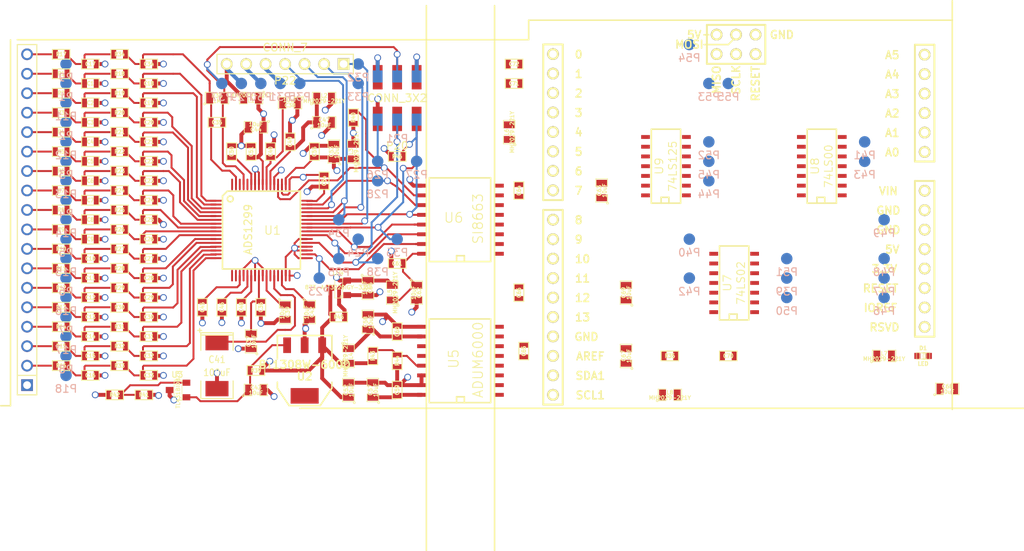
<source format=kicad_pcb>
(kicad_pcb (version 3) (host pcbnew "(2013-jul-07)-stable")
  (layers (15 F.Cu signal) (2 Inner2.Cu power) (1 Inner1.Cu power) (0 B.Cu signal) (18 B.Paste user) (19 F.Paste user) (20 B.SilkS user) (21 F.SilkS user) (22 B.Mask user) (23 F.Mask user) (28 Edge.Cuts user))
  (net 0 "")
  (net 1 +3.3V)
  (net 2 +3.3VADC)
  (net 3 +5V)
  (net 4 /3.3V_ISO)
  (net 5 /ADS129x_CLK_ISO)
  (net 6 /ADS129x_DAISY_IN_ISO)
  (net 7 /ADS129x_DOUT)
  (net 8 /ADS129x_DOUT_ISO)
  (net 9 /ADS129x_GPIO1_ISO)
  (net 10 /ADS129x_GPIO2_ISO)
  (net 11 /ADS129x_GPIO3_ISO)
  (net 12 /ADS129x_GPIO4_ISO)
  (net 13 /ADS129x_MOSI_ISO)
  (net 14 /ADS129x_SCLK_ISO)
  (net 15 /ADS129x_~CS~)
  (net 16 /ADS129x_~CS~_ISO)
  (net 17 /ADS129x_~DRDY~)
  (net 18 /ADS129x_~DRDY~_ISO)
  (net 19 /ARDUINO_VCC)
  (net 20 /AVDD)
  (net 21 /AVDD1)
  (net 22 /BIASINV)
  (net 23 /BIASOUT)
  (net 24 /BIASOUT_FILT)
  (net 25 /DGND_ISO)
  (net 26 /IN1N)
  (net 27 /IN1P)
  (net 28 /IN2N)
  (net 29 /IN2P)
  (net 30 /IN3N)
  (net 31 /IN3P)
  (net 32 /IN4N)
  (net 33 /IN4P)
  (net 34 /IN5N)
  (net 35 /IN5P)
  (net 36 /IN6N)
  (net 37 /IN6P)
  (net 38 /IN7N)
  (net 39 /IN7P)
  (net 40 /IN8N)
  (net 41 /IN8P)
  (net 42 /MASTER)
  (net 43 /MASTER_AND_MASTER_CS)
  (net 44 /MASTER_DOUT)
  (net 45 /MASTER_ISO)
  (net 46 /MASTER_~CS~)
  (net 47 /MASTER_~DRDY~)
  (net 48 /MISO)
  (net 49 /MOSI)
  (net 50 /SCLK)
  (net 51 /SLAVE_AND_SLAVE_CS)
  (net 52 /SLAVE_~CS~)
  (net 53 /VIN_ISO)
  (net 54 /VSEL)
  (net 55 /~ENABLED_MISO~)
  (net 56 /~MASTER~)
  (net 57 AGND)
  (net 58 GND)
  (net 59 N-000001)
  (net 60 N-0000010)
  (net 61 N-00000100)
  (net 62 N-00000107)
  (net 63 N-0000011)
  (net 64 N-0000012)
  (net 65 N-0000013)
  (net 66 N-0000014)
  (net 67 N-0000015)
  (net 68 N-0000016)
  (net 69 N-0000017)
  (net 70 N-0000018)
  (net 71 N-000002)
  (net 72 N-0000029)
  (net 73 N-000003)
  (net 74 N-0000030)
  (net 75 N-0000031)
  (net 76 N-0000032)
  (net 77 N-0000033)
  (net 78 N-0000034)
  (net 79 N-0000037)
  (net 80 N-0000039)
  (net 81 N-000004)
  (net 82 N-000005)
  (net 83 N-0000055)
  (net 84 N-0000057)
  (net 85 N-0000058)
  (net 86 N-000006)
  (net 87 N-0000064)
  (net 88 N-0000065)
  (net 89 N-0000066)
  (net 90 N-0000067)
  (net 91 N-0000068)
  (net 92 N-0000069)
  (net 93 N-000007)
  (net 94 N-0000070)
  (net 95 N-0000071)
  (net 96 N-0000072)
  (net 97 N-0000073)
  (net 98 N-0000076)
  (net 99 N-0000079)
  (net 100 N-000008)
  (net 101 N-0000088)
  (net 102 N-000009)
  (net 103 N-0000094)
  (net 104 N-0000097)
  (net 105 VCC)
  (module TQFP_64 (layer F.Cu) (at 93.98 59.69 270)
    (fp_text reference U1 (at 0.127 -1.524 360) (layer F.SilkS) (effects (font (size 1.09982 1.09982) (thickness 0.127))))
    (fp_text value ADS1299 (at 0 1.651 270) (layer F.SilkS) (effects (font (size 1.00076 1.00076) (thickness 0.1524))))
    (pad 1 smd rect (at -3.74904 5.86994 270) (size 0.24892 1.524) (layers F.Cu F.Paste F.Mask) (net 89 N-0000066))
    (pad 2 smd oval (at -3.24866 5.86994 270) (size 0.24892 1.524) (layers F.Cu F.Paste F.Mask) (net 66 N-0000014))
    (pad 3 smd oval (at -2.74828 5.86994 270) (size 0.24892 1.524) (layers F.Cu F.Paste F.Mask) (net 90 N-0000067))
    (pad 4 smd oval (at -2.2479 5.86994 270) (size 0.24892 1.524) (layers F.Cu F.Paste F.Mask) (net 88 N-0000065))
    (pad 5 smd oval (at -1.74752 5.86994 270) (size 0.24892 1.524) (layers F.Cu F.Paste F.Mask) (net 91 N-0000068))
    (pad 6 smd oval (at -1.24968 5.86994 270) (size 0.24892 1.524) (layers F.Cu F.Paste F.Mask) (net 76 N-0000032))
    (pad 7 smd oval (at -0.7493 5.86994 270) (size 0.24892 1.524) (layers F.Cu F.Paste F.Mask) (net 92 N-0000069))
    (pad 8 smd oval (at -0.24892 5.86994 270) (size 0.24892 1.524) (layers F.Cu F.Paste F.Mask) (net 81 N-000004))
    (pad 9 smd oval (at 0.25146 5.86994 270) (size 0.24892 1.524) (layers F.Cu F.Paste F.Mask) (net 94 N-0000070))
    (pad 10 smd oval (at 0.75184 5.86994 270) (size 0.24892 1.524) (layers F.Cu F.Paste F.Mask) (net 93 N-000007))
    (pad 11 smd oval (at 1.25222 5.86994 270) (size 0.24892 1.524) (layers F.Cu F.Paste F.Mask) (net 95 N-0000071))
    (pad 12 smd oval (at 1.75006 5.86994 270) (size 0.24892 1.524) (layers F.Cu F.Paste F.Mask) (net 77 N-0000033))
    (pad 13 smd oval (at 2.25044 5.86994 270) (size 0.24892 1.524) (layers F.Cu F.Paste F.Mask) (net 63 N-0000011))
    (pad 14 smd oval (at 2.75082 5.86994 270) (size 0.24892 1.524) (layers F.Cu F.Paste F.Mask) (net 100 N-000008))
    (pad 15 smd oval (at 3.2512 5.86994 270) (size 0.24892 1.524) (layers F.Cu F.Paste F.Mask) (net 85 N-0000058))
    (pad 16 smd oval (at 3.75158 5.86994 270) (size 0.24892 1.524) (layers F.Cu F.Paste F.Mask) (net 59 N-000001))
    (pad 17 smd oval (at 6.0325 3.74904 270) (size 1.524 0.24892) (layers F.Cu F.Paste F.Mask))
    (pad 18 smd oval (at 6.0325 3.24866 270) (size 1.524 0.24892) (layers F.Cu F.Paste F.Mask))
    (pad 19 smd oval (at 6.0325 2.74828 270) (size 1.524 0.24892) (layers F.Cu F.Paste F.Mask) (net 20 /AVDD))
    (pad 20 smd oval (at 6.0325 2.2479 270) (size 1.524 0.24892) (layers F.Cu F.Paste F.Mask) (net 57 AGND))
    (pad 21 smd oval (at 6.0325 1.74752 270) (size 1.524 0.24892) (layers F.Cu F.Paste F.Mask) (net 20 /AVDD))
    (pad 22 smd oval (at 6.0325 1.24968 270) (size 1.524 0.24892) (layers F.Cu F.Paste F.Mask) (net 20 /AVDD))
    (pad 23 smd oval (at 6.0325 0.7493 270) (size 1.524 0.24892) (layers F.Cu F.Paste F.Mask) (net 57 AGND))
    (pad 24 smd oval (at 6.0325 0.24892 270) (size 1.524 0.24892) (layers F.Cu F.Paste F.Mask) (net 62 N-00000107))
    (pad 25 smd oval (at 6.0325 -0.25146 270) (size 1.524 0.24892) (layers F.Cu F.Paste F.Mask) (net 57 AGND))
    (pad 26 smd oval (at 6.0325 -0.75184 270) (size 1.524 0.24892) (layers F.Cu F.Paste F.Mask) (net 96 N-0000072))
    (pad 27 smd oval (at 6.0325 -1.25222 270) (size 1.524 0.24892) (layers F.Cu F.Paste F.Mask))
    (pad 28 smd oval (at 6.0325 -1.75006 270) (size 1.524 0.24892) (layers F.Cu F.Paste F.Mask) (net 97 N-0000073))
    (pad 29 smd oval (at 6.0325 -2.25044 270) (size 1.524 0.24892) (layers F.Cu F.Paste F.Mask))
    (pad 30 smd oval (at 6.0325 -2.75082 270) (size 1.524 0.24892) (layers F.Cu F.Paste F.Mask) (net 72 N-0000029))
    (pad 31 smd oval (at 6.0325 -3.2512 270) (size 1.524 0.24892) (layers F.Cu F.Paste F.Mask) (net 57 AGND))
    (pad 32 smd oval (at 6.0325 -3.75158 270) (size 1.524 0.24892) (layers F.Cu F.Paste F.Mask) (net 57 AGND))
    (pad 33 smd oval (at 3.75158 -6.0325 270) (size 0.24892 1.524) (layers F.Cu F.Paste F.Mask) (net 57 AGND))
    (pad 34 smd oval (at 3.2512 -6.0325 270) (size 0.24892 1.524) (layers F.Cu F.Paste F.Mask) (net 13 /ADS129x_MOSI_ISO))
    (pad 35 smd oval (at 2.75082 -6.0325 270) (size 0.24892 1.524) (layers F.Cu F.Paste F.Mask) (net 57 AGND))
    (pad 36 smd oval (at 2.25044 -6.0325 270) (size 0.24892 1.524) (layers F.Cu F.Paste F.Mask) (net 57 AGND))
    (pad 37 smd oval (at 1.75006 -6.0325 270) (size 0.24892 1.524) (layers F.Cu F.Paste F.Mask) (net 5 /ADS129x_CLK_ISO))
    (pad 38 smd oval (at 1.25222 -6.0325 270) (size 0.24892 1.524) (layers F.Cu F.Paste F.Mask) (net 57 AGND))
    (pad 39 smd oval (at 0.75184 -6.0325 270) (size 0.24892 1.524) (layers F.Cu F.Paste F.Mask) (net 16 /ADS129x_~CS~_ISO))
    (pad 40 smd oval (at 0.25146 -6.0325 270) (size 0.24892 1.524) (layers F.Cu F.Paste F.Mask) (net 14 /ADS129x_SCLK_ISO))
    (pad 41 smd oval (at -0.24892 -6.0325 270) (size 0.24892 1.524) (layers F.Cu F.Paste F.Mask) (net 6 /ADS129x_DAISY_IN_ISO))
    (pad 42 smd oval (at -0.7493 -6.0325 270) (size 0.24892 1.524) (layers F.Cu F.Paste F.Mask) (net 9 /ADS129x_GPIO1_ISO))
    (pad 43 smd oval (at -1.24968 -6.0325 270) (size 0.24892 1.524) (layers F.Cu F.Paste F.Mask) (net 8 /ADS129x_DOUT_ISO))
    (pad 44 smd oval (at -1.74752 -6.0325 270) (size 0.24892 1.524) (layers F.Cu F.Paste F.Mask) (net 10 /ADS129x_GPIO2_ISO))
    (pad 45 smd oval (at -2.2479 -6.0325 270) (size 0.24892 1.524) (layers F.Cu F.Paste F.Mask) (net 11 /ADS129x_GPIO3_ISO))
    (pad 46 smd oval (at -2.74828 -6.0325 270) (size 0.24892 1.524) (layers F.Cu F.Paste F.Mask) (net 12 /ADS129x_GPIO4_ISO))
    (pad 47 smd oval (at -3.24866 -6.0325 270) (size 0.24892 1.524) (layers F.Cu F.Paste F.Mask) (net 18 /ADS129x_~DRDY~_ISO))
    (pad 48 smd oval (at -3.74904 -6.0325 270) (size 0.24892 1.524) (layers F.Cu F.Paste F.Mask) (net 2 +3.3VADC))
    (pad 49 smd oval (at -5.86994 -3.75158 270) (size 1.524 0.24892) (layers F.Cu F.Paste F.Mask) (net 57 AGND))
    (pad 50 smd oval (at -5.86994 -3.2512 270) (size 1.524 0.24892) (layers F.Cu F.Paste F.Mask) (net 2 +3.3VADC))
    (pad 52 smd oval (at -5.86994 -2.25044 270) (size 1.524 0.24892) (layers F.Cu F.Paste F.Mask) (net 45 /MASTER_ISO))
    (pad 51 smd oval (at -5.88772 -2.75082 270) (size 1.524 0.24892) (layers F.Cu F.Paste F.Mask) (net 57 AGND))
    (pad 53 smd oval (at -5.86994 -1.75006 270) (size 1.524 0.24892) (layers F.Cu F.Paste F.Mask) (net 57 AGND))
    (pad 54 smd oval (at -5.86994 -1.25222 270) (size 1.524 0.24892) (layers F.Cu F.Paste F.Mask) (net 21 /AVDD1))
    (pad 55 smd oval (at -5.86994 -0.75184 270) (size 1.524 0.24892) (layers F.Cu F.Paste F.Mask) (net 80 N-0000039))
    (pad 56 smd oval (at -5.86994 -0.25146 270) (size 1.524 0.24892) (layers F.Cu F.Paste F.Mask) (net 20 /AVDD))
    (pad 57 smd oval (at -5.86994 0.24892 270) (size 1.524 0.24892) (layers F.Cu F.Paste F.Mask) (net 57 AGND))
    (pad 58 smd oval (at -5.86994 0.7493 270) (size 1.524 0.24892) (layers F.Cu F.Paste F.Mask) (net 57 AGND))
    (pad 59 smd oval (at -5.86994 1.24206 270) (size 1.524 0.24892) (layers F.Cu F.Paste F.Mask) (net 20 /AVDD))
    (pad 60 smd oval (at -5.86994 1.74244 270) (size 1.524 0.24892) (layers F.Cu F.Paste F.Mask))
    (pad 61 smd oval (at -5.86994 2.24282 270) (size 1.524 0.24892) (layers F.Cu F.Paste F.Mask) (net 22 /BIASINV))
    (pad 62 smd oval (at -5.86994 2.7432 270) (size 1.524 0.24892) (layers F.Cu F.Paste F.Mask))
    (pad 63 smd oval (at -5.86994 3.24104 270) (size 1.524 0.24892) (layers F.Cu F.Paste F.Mask) (net 23 /BIASOUT))
    (pad 64 smd oval (at -5.86994 3.74142 270) (size 1.524 0.24892) (layers F.Cu F.Paste F.Mask))
  )
  (module SOT23 (layer F.Cu) (at 104.14 67.31 90)
    (fp_text reference U4 (at 1.99898 -0.09906 180) (layer F.SilkS) (effects (font (size 0.762 0.762) (thickness 0.11938))))
    (fp_text value 873-AAT3220IGY-33T1 (at 0.0635 0 180) (layer F.SilkS) (effects (font (size 0.50038 0.50038) (thickness 0.09906))))
    (pad 3 smd rect (at 0 -1.09982 90) (size 0.8001 1.00076) (layers F.Cu F.Paste F.Mask) (net 53 /VIN_ISO))
    (pad 2 smd rect (at 0.9525 1.09982 90) (size 0.8001 1.00076) (layers F.Cu F.Paste F.Mask) (net 4 /3.3V_ISO))
    (pad 1 smd rect (at -0.9525 1.09982 90) (size 0.8001 1.00076) (layers F.Cu F.Paste F.Mask) (net 57 AGND))
  )
  (module SOT23 (layer F.Cu) (at 83.185 80.645 90)
    (fp_text reference U3 (at 1.99898 -0.09906 180) (layer F.SilkS) (effects (font (size 0.762 0.762) (thickness 0.11938))))
    (fp_text value TL431BIDBZR (at 0.0635 0 90) (layer F.SilkS) (effects (font (size 0.50038 0.50038) (thickness 0.09906))))
    (pad 3 smd rect (at 0 -1.09982 90) (size 0.8001 1.00076) (layers F.Cu F.Paste F.Mask) (net 57 AGND))
    (pad 2 smd rect (at 0.9525 1.09982 90) (size 0.8001 1.00076) (layers F.Cu F.Paste F.Mask) (net 83 N-0000055))
    (pad 1 smd rect (at -0.9525 1.09982 90) (size 0.8001 1.00076) (layers F.Cu F.Paste F.Mask) (net 79 N-0000037))
  )
  (module SOT223 (layer F.Cu) (at 99.695 78.105 180)
    (fp_text reference U2 (at 0 -0.762 180) (layer F.SilkS) (effects (font (size 1.016 1.016) (thickness 0.2032))))
    (fp_text value BT1308W-600D (at 0 0.762 180) (layer F.SilkS) (effects (font (size 1.016 1.016) (thickness 0.2032))))
    (pad 4 smd rect (at 0 -3.302 180) (size 3.6576 2.032) (layers F.Cu F.Paste F.Mask))
    (pad 2 smd rect (at 0 3.302 180) (size 1.016 2.032) (layers F.Cu F.Paste F.Mask) (net 57 AGND))
    (pad 3 smd rect (at 2.286 3.302 180) (size 1.016 2.032) (layers F.Cu F.Paste F.Mask) (net 79 N-0000037))
    (pad 1 smd rect (at -2.286 3.302 180) (size 1.016 2.032) (layers F.Cu F.Paste F.Mask) (net 53 /VIN_ISO))
  )
  (module SO16W (layer F.Cu) (at 120.015 76.835 90)
    (fp_text reference U5 (at 0.254 -0.889 90) (layer F.SilkS) (effects (font (size 1.27 1.27) (thickness 0.127))))
    (fp_text value ADUM6000 (at 0.127 2.286 90) (layer F.SilkS) (effects (font (size 1.27 1.27) (thickness 0.127))))
    (pad 1 smd rect (at -4.445 5.08 90) (size 0.508 1.143) (layers F.Cu F.Paste F.Mask) (net 98 N-0000076))
    (pad 2 smd rect (at -3.175 5.08 90) (size 0.508 1.143) (layers F.Cu F.Paste F.Mask) (net 58 GND))
    (pad 3 smd rect (at -1.905 5.08 90) (size 0.508 1.143) (layers F.Cu F.Paste F.Mask) (net 58 GND))
    (pad 4 smd rect (at -0.635 5.08 90) (size 0.508 1.143) (layers F.Cu F.Paste F.Mask))
    (pad 5 smd rect (at 0.635 5.08 90) (size 0.508 1.143) (layers F.Cu F.Paste F.Mask))
    (pad 6 smd rect (at 1.905 5.08 90) (size 0.508 1.143) (layers F.Cu F.Paste F.Mask) (net 98 N-0000076))
    (pad 7 smd rect (at 3.175 5.08 90) (size 0.508 1.143) (layers F.Cu F.Paste F.Mask) (net 98 N-0000076))
    (pad 8 smd rect (at 4.445 5.08 90) (size 0.508 1.143) (layers F.Cu F.Paste F.Mask) (net 58 GND))
    (pad 9 smd rect (at 4.445 -5.08 90) (size 0.508 1.143) (layers F.Cu F.Paste F.Mask) (net 57 AGND))
    (pad 10 smd rect (at 3.175 -5.08 90) (size 0.508 1.143) (layers F.Cu F.Paste F.Mask) (net 99 N-0000079))
    (pad 11 smd rect (at 1.905 -5.08 90) (size 0.508 1.143) (layers F.Cu F.Paste F.Mask))
    (pad 12 smd rect (at 0.635 -5.08 90) (size 0.508 1.143) (layers F.Cu F.Paste F.Mask))
    (pad 13 smd rect (at -0.635 -5.08 90) (size 0.508 1.143) (layers F.Cu F.Paste F.Mask) (net 54 /VSEL))
    (pad 14 smd rect (at -1.905 -5.08 90) (size 0.508 1.143) (layers F.Cu F.Paste F.Mask) (net 57 AGND))
    (pad 15 smd rect (at -3.175 -5.08 90) (size 0.508 1.143) (layers F.Cu F.Paste F.Mask) (net 57 AGND))
    (pad 16 smd rect (at -4.445 -5.08 90) (size 0.508 1.143) (layers F.Cu F.Paste F.Mask) (net 99 N-0000079))
  )
  (module SO16W (layer F.Cu) (at 120.015 58.42 90)
    (fp_text reference U6 (at 0.254 -0.889 180) (layer F.SilkS) (effects (font (size 1.27 1.27) (thickness 0.127))))
    (fp_text value SI8663 (at 0.127 2.286 90) (layer F.SilkS) (effects (font (size 1.27 1.27) (thickness 0.127))))
    (pad 1 smd rect (at -4.445 5.08 90) (size 0.508 1.143) (layers F.Cu F.Paste F.Mask) (net 101 N-0000088))
    (pad 2 smd rect (at -3.175 5.08 90) (size 0.508 1.143) (layers F.Cu F.Paste F.Mask) (net 49 /MOSI))
    (pad 3 smd rect (at -1.905 5.08 90) (size 0.508 1.143) (layers F.Cu F.Paste F.Mask) (net 15 /ADS129x_~CS~))
    (pad 4 smd rect (at -0.635 5.08 90) (size 0.508 1.143) (layers F.Cu F.Paste F.Mask) (net 50 /SCLK))
    (pad 5 smd rect (at 0.635 5.08 90) (size 0.508 1.143) (layers F.Cu F.Paste F.Mask) (net 7 /ADS129x_DOUT))
    (pad 6 smd rect (at 1.905 5.08 90) (size 0.508 1.143) (layers F.Cu F.Paste F.Mask) (net 17 /ADS129x_~DRDY~))
    (pad 7 smd rect (at 3.175 5.08 90) (size 0.508 1.143) (layers F.Cu F.Paste F.Mask) (net 42 /MASTER))
    (pad 8 smd rect (at 4.445 5.08 90) (size 0.508 1.143) (layers F.Cu F.Paste F.Mask) (net 58 GND))
    (pad 9 smd rect (at 4.445 -5.08 90) (size 0.508 1.143) (layers F.Cu F.Paste F.Mask) (net 57 AGND))
    (pad 10 smd rect (at 3.175 -5.08 90) (size 0.508 1.143) (layers F.Cu F.Paste F.Mask) (net 45 /MASTER_ISO))
    (pad 11 smd rect (at 1.905 -5.08 90) (size 0.508 1.143) (layers F.Cu F.Paste F.Mask) (net 18 /ADS129x_~DRDY~_ISO))
    (pad 12 smd rect (at 0.635 -5.08 90) (size 0.508 1.143) (layers F.Cu F.Paste F.Mask) (net 8 /ADS129x_DOUT_ISO))
    (pad 13 smd rect (at -0.635 -5.08 90) (size 0.508 1.143) (layers F.Cu F.Paste F.Mask) (net 14 /ADS129x_SCLK_ISO))
    (pad 14 smd rect (at -1.905 -5.08 90) (size 0.508 1.143) (layers F.Cu F.Paste F.Mask) (net 16 /ADS129x_~CS~_ISO))
    (pad 15 smd rect (at -3.175 -5.08 90) (size 0.508 1.143) (layers F.Cu F.Paste F.Mask) (net 13 /ADS129x_MOSI_ISO))
    (pad 16 smd rect (at -4.445 -5.08 90) (size 0.508 1.143) (layers F.Cu F.Paste F.Mask) (net 104 N-0000097))
  )
  (module SO14E (layer F.Cu) (at 155.575 66.675 90)
    (fp_text reference U7 (at 0 -0.762 90) (layer F.SilkS) (effects (font (size 1.016 1.143) (thickness 0.127))))
    (fp_text value 74LS02 (at 0 1.016 90) (layer F.SilkS) (effects (font (size 1.016 1.016) (thickness 0.127))))
    (pad 1 smd rect (at -3.81 2.794 90) (size 0.508 1.143) (layers F.Cu F.Paste F.Mask) (net 43 /MASTER_AND_MASTER_CS))
    (pad 2 smd rect (at -2.54 2.794 90) (size 0.508 1.143) (layers F.Cu F.Paste F.Mask) (net 46 /MASTER_~CS~))
    (pad 3 smd rect (at -1.27 2.794 90) (size 0.508 1.143) (layers F.Cu F.Paste F.Mask) (net 56 /~MASTER~))
    (pad 4 smd rect (at 0 2.794 90) (size 0.508 1.143) (layers F.Cu F.Paste F.Mask) (net 51 /SLAVE_AND_SLAVE_CS))
    (pad 5 smd rect (at 1.27 2.794 90) (size 0.508 1.143) (layers F.Cu F.Paste F.Mask) (net 52 /SLAVE_~CS~))
    (pad 6 smd rect (at 2.54 2.794 90) (size 0.508 1.143) (layers F.Cu F.Paste F.Mask) (net 42 /MASTER))
    (pad 7 smd rect (at 3.81 2.794 90) (size 0.508 1.143) (layers F.Cu F.Paste F.Mask) (net 58 GND))
    (pad 8 smd rect (at 3.81 -2.54 90) (size 0.508 1.143) (layers F.Cu F.Paste F.Mask) (net 43 /MASTER_AND_MASTER_CS))
    (pad 9 smd rect (at 2.54 -2.54 90) (size 0.508 1.143) (layers F.Cu F.Paste F.Mask) (net 51 /SLAVE_AND_SLAVE_CS))
    (pad 10 smd rect (at 1.27 -2.54 90) (size 0.508 1.143) (layers F.Cu F.Paste F.Mask) (net 15 /ADS129x_~CS~))
    (pad 11 smd rect (at 0 -2.54 90) (size 0.508 1.143) (layers F.Cu F.Paste F.Mask))
    (pad 12 smd rect (at -1.27 -2.54 90) (size 0.508 1.143) (layers F.Cu F.Paste F.Mask))
    (pad 13 smd rect (at -2.54 -2.54 90) (size 0.508 1.143) (layers F.Cu F.Paste F.Mask))
    (pad 14 smd rect (at -3.81 -2.54 90) (size 0.508 1.143) (layers F.Cu F.Paste F.Mask) (net 105 VCC))
  )
  (module SO14E (layer F.Cu) (at 167.005 51.435 90)
    (fp_text reference U8 (at 0 -0.762 90) (layer F.SilkS) (effects (font (size 1.016 1.143) (thickness 0.127))))
    (fp_text value 74LS00 (at 0 1.016 90) (layer F.SilkS) (effects (font (size 1.016 1.016) (thickness 0.127))))
    (pad 1 smd rect (at -3.81 2.794 90) (size 0.508 1.143) (layers F.Cu F.Paste F.Mask) (net 46 /MASTER_~CS~))
    (pad 2 smd rect (at -2.54 2.794 90) (size 0.508 1.143) (layers F.Cu F.Paste F.Mask) (net 46 /MASTER_~CS~))
    (pad 3 smd rect (at -1.27 2.794 90) (size 0.508 1.143) (layers F.Cu F.Paste F.Mask) (net 61 N-00000100))
    (pad 4 smd rect (at 0 2.794 90) (size 0.508 1.143) (layers F.Cu F.Paste F.Mask) (net 42 /MASTER))
    (pad 5 smd rect (at 1.27 2.794 90) (size 0.508 1.143) (layers F.Cu F.Paste F.Mask) (net 42 /MASTER))
    (pad 6 smd rect (at 2.54 2.794 90) (size 0.508 1.143) (layers F.Cu F.Paste F.Mask) (net 56 /~MASTER~))
    (pad 7 smd rect (at 3.81 2.794 90) (size 0.508 1.143) (layers F.Cu F.Paste F.Mask) (net 58 GND))
    (pad 8 smd rect (at 3.81 -2.54 90) (size 0.508 1.143) (layers F.Cu F.Paste F.Mask) (net 55 /~ENABLED_MISO~))
    (pad 9 smd rect (at 2.54 -2.54 90) (size 0.508 1.143) (layers F.Cu F.Paste F.Mask) (net 42 /MASTER))
    (pad 10 smd rect (at 1.27 -2.54 90) (size 0.508 1.143) (layers F.Cu F.Paste F.Mask) (net 61 N-00000100))
    (pad 11 smd rect (at 0 -2.54 90) (size 0.508 1.143) (layers F.Cu F.Paste F.Mask))
    (pad 12 smd rect (at -1.27 -2.54 90) (size 0.508 1.143) (layers F.Cu F.Paste F.Mask))
    (pad 13 smd rect (at -2.54 -2.54 90) (size 0.508 1.143) (layers F.Cu F.Paste F.Mask))
    (pad 14 smd rect (at -3.81 -2.54 90) (size 0.508 1.143) (layers F.Cu F.Paste F.Mask) (net 105 VCC))
  )
  (module SO14E (layer F.Cu) (at 146.685 51.435 90)
    (fp_text reference U9 (at 0 -0.762 90) (layer F.SilkS) (effects (font (size 1.016 1.143) (thickness 0.127))))
    (fp_text value 74LS125 (at 0 1.016 90) (layer F.SilkS) (effects (font (size 1.016 1.016) (thickness 0.127))))
    (pad 1 smd rect (at -3.81 2.794 90) (size 0.508 1.143) (layers F.Cu F.Paste F.Mask) (net 56 /~MASTER~))
    (pad 2 smd rect (at -2.54 2.794 90) (size 0.508 1.143) (layers F.Cu F.Paste F.Mask) (net 7 /ADS129x_DOUT))
    (pad 3 smd rect (at -1.27 2.794 90) (size 0.508 1.143) (layers F.Cu F.Paste F.Mask) (net 44 /MASTER_DOUT))
    (pad 4 smd rect (at 0 2.794 90) (size 0.508 1.143) (layers F.Cu F.Paste F.Mask) (net 56 /~MASTER~))
    (pad 5 smd rect (at 1.27 2.794 90) (size 0.508 1.143) (layers F.Cu F.Paste F.Mask) (net 17 /ADS129x_~DRDY~))
    (pad 6 smd rect (at 2.54 2.794 90) (size 0.508 1.143) (layers F.Cu F.Paste F.Mask) (net 47 /MASTER_~DRDY~))
    (pad 7 smd rect (at 3.81 2.794 90) (size 0.508 1.143) (layers F.Cu F.Paste F.Mask) (net 58 GND))
    (pad 8 smd rect (at 3.81 -2.54 90) (size 0.508 1.143) (layers F.Cu F.Paste F.Mask) (net 48 /MISO))
    (pad 9 smd rect (at 2.54 -2.54 90) (size 0.508 1.143) (layers F.Cu F.Paste F.Mask) (net 44 /MASTER_DOUT))
    (pad 10 smd rect (at 1.27 -2.54 90) (size 0.508 1.143) (layers F.Cu F.Paste F.Mask) (net 55 /~ENABLED_MISO~))
    (pad 11 smd rect (at 0 -2.54 90) (size 0.508 1.143) (layers F.Cu F.Paste F.Mask))
    (pad 12 smd rect (at -1.27 -2.54 90) (size 0.508 1.143) (layers F.Cu F.Paste F.Mask))
    (pad 13 smd rect (at -2.54 -2.54 90) (size 0.508 1.143) (layers F.Cu F.Paste F.Mask))
    (pad 14 smd rect (at -3.81 -2.54 90) (size 0.508 1.143) (layers F.Cu F.Paste F.Mask) (net 105 VCC))
  )
  (module SM2512 (layer F.Cu) (at 88.265 77.47 270)
    (fp_text reference C41 (at -0.8001 0 360) (layer F.SilkS) (effects (font (size 0.889 0.762) (thickness 0.127))))
    (fp_text value 100uF (at 0.89916 0 360) (layer F.SilkS) (effects (font (size 0.889 0.762) (thickness 0.127))))
    (fp_text user + (at -4.59994 2.30124 270) (layer F.SilkS) (effects (font (size 0.7 0.7))))
    (pad 1 smd rect (at -2.99974 0 270) (size 1.99898 2.99974) (layers F.Cu F.Paste F.Mask) (net 97 N-0000073))
    (pad 2 smd rect (at 2.99974 0 270) (size 1.99898 2.99974) (layers F.Cu F.Paste F.Mask) (net 57 AGND))
  )
  (module SM0805 (layer F.Cu) (at 183.5 80.5)
    (fp_text reference C68 (at 0 -0.3175) (layer F.SilkS) (effects (font (size 0.50038 0.50038) (thickness 0.10922))))
    (fp_text value 10uF (at 0 0.381) (layer F.SilkS) (effects (font (size 0.50038 0.50038) (thickness 0.10922))))
    (pad 1 smd rect (at -0.9525 0) (size 0.889 1.397) (layers F.Cu F.Paste F.Mask) (net 98 N-0000076))
    (pad 2 smd rect (at 0.9525 0) (size 0.889 1.397) (layers F.Cu F.Paste F.Mask) (net 58 GND))
  )
  (module SM0805 (layer F.Cu) (at 141.605 76.2 90)
    (fp_text reference C67 (at 0 -0.3175 90) (layer F.SilkS) (effects (font (size 0.50038 0.50038) (thickness 0.10922))))
    (fp_text value 10uF (at 0 0.381 90) (layer F.SilkS) (effects (font (size 0.50038 0.50038) (thickness 0.10922))))
    (pad 1 smd rect (at -0.9525 0 90) (size 0.889 1.397) (layers F.Cu F.Paste F.Mask) (net 98 N-0000076))
    (pad 2 smd rect (at 0.9525 0 90) (size 0.889 1.397) (layers F.Cu F.Paste F.Mask) (net 58 GND))
  )
  (module SM0805 (layer F.Cu) (at 147.32 81.28)
    (fp_text reference L8 (at 0 -0.3175) (layer F.SilkS) (effects (font (size 0.50038 0.50038) (thickness 0.10922))))
    (fp_text value MH2029-221Y (at 0 0.381) (layer F.SilkS) (effects (font (size 0.50038 0.50038) (thickness 0.10922))))
    (pad 1 smd rect (at -0.9525 0) (size 0.889 1.397) (layers F.Cu F.Paste F.Mask) (net 98 N-0000076))
    (pad 2 smd rect (at 0.9525 0) (size 0.889 1.397) (layers F.Cu F.Paste F.Mask) (net 3 +5V))
  )
  (module SM0805 (layer F.Cu) (at 107.95 71.755 90)
    (fp_text reference C58 (at 0 -0.3175 90) (layer F.SilkS) (effects (font (size 0.50038 0.50038) (thickness 0.10922))))
    (fp_text value 10uF (at 0 0.381 90) (layer F.SilkS) (effects (font (size 0.50038 0.50038) (thickness 0.10922))))
    (pad 1 smd rect (at -0.9525 0 90) (size 0.889 1.397) (layers F.Cu F.Paste F.Mask) (net 99 N-0000079))
    (pad 2 smd rect (at 0.9525 0 90) (size 0.889 1.397) (layers F.Cu F.Paste F.Mask) (net 57 AGND))
  )
  (module SM0805 (layer F.Cu) (at 108.585 80.645 90)
    (fp_text reference C57 (at 0 -0.3175 90) (layer F.SilkS) (effects (font (size 0.50038 0.50038) (thickness 0.10922))))
    (fp_text value 10uF (at 0 0.381 90) (layer F.SilkS) (effects (font (size 0.50038 0.50038) (thickness 0.10922))))
    (pad 1 smd rect (at -0.9525 0 90) (size 0.889 1.397) (layers F.Cu F.Paste F.Mask) (net 99 N-0000079))
    (pad 2 smd rect (at 0.9525 0 90) (size 0.889 1.397) (layers F.Cu F.Paste F.Mask) (net 57 AGND))
  )
  (module SM0805 (layer F.Cu) (at 105.41 76.2 270)
    (fp_text reference L4 (at 0 -0.3175 270) (layer F.SilkS) (effects (font (size 0.50038 0.50038) (thickness 0.10922))))
    (fp_text value MH2029-221Y (at 0 0.381 270) (layer F.SilkS) (effects (font (size 0.50038 0.50038) (thickness 0.10922))))
    (pad 1 smd rect (at -0.9525 0 270) (size 0.889 1.397) (layers F.Cu F.Paste F.Mask) (net 99 N-0000079))
    (pad 2 smd rect (at 0.9525 0 270) (size 0.889 1.397) (layers F.Cu F.Paste F.Mask) (net 53 /VIN_ISO))
  )
  (module SM0805 (layer F.Cu) (at 141.605 67.945 90)
    (fp_text reference C69 (at 0 -0.3175 90) (layer F.SilkS) (effects (font (size 0.50038 0.50038) (thickness 0.10922))))
    (fp_text value 10uF (at 0 0.381 90) (layer F.SilkS) (effects (font (size 0.50038 0.50038) (thickness 0.10922))))
    (pad 1 smd rect (at -0.9525 0 90) (size 0.889 1.397) (layers F.Cu F.Paste F.Mask) (net 105 VCC))
    (pad 2 smd rect (at 0.9525 0 90) (size 0.889 1.397) (layers F.Cu F.Paste F.Mask) (net 58 GND))
  )
  (module SM0805 (layer F.Cu) (at 175.26 76.2)
    (fp_text reference L7 (at 0 -0.3175) (layer F.SilkS) (effects (font (size 0.50038 0.50038) (thickness 0.10922))))
    (fp_text value MH2029-221Y (at 0 0.381) (layer F.SilkS) (effects (font (size 0.50038 0.50038) (thickness 0.10922))))
    (pad 1 smd rect (at -0.9525 0) (size 0.889 1.397) (layers F.Cu F.Paste F.Mask) (net 105 VCC))
    (pad 2 smd rect (at 0.9525 0) (size 0.889 1.397) (layers F.Cu F.Paste F.Mask) (net 19 /ARDUINO_VCC))
  )
  (module SM0805 (layer F.Cu) (at 107.95 67.31 270)
    (fp_text reference C56 (at 0 -0.3175 270) (layer F.SilkS) (effects (font (size 0.50038 0.50038) (thickness 0.10922))))
    (fp_text value 10uF (at 0 0.381 270) (layer F.SilkS) (effects (font (size 0.50038 0.50038) (thickness 0.10922))))
    (pad 1 smd rect (at -0.9525 0 270) (size 0.889 1.397) (layers F.Cu F.Paste F.Mask) (net 4 /3.3V_ISO))
    (pad 2 smd rect (at 0.9525 0 270) (size 0.889 1.397) (layers F.Cu F.Paste F.Mask) (net 57 AGND))
  )
  (module SM0805 (layer F.Cu) (at 105.41 80.645 90)
    (fp_text reference C52 (at 0 -0.3175 90) (layer F.SilkS) (effects (font (size 0.50038 0.50038) (thickness 0.10922))))
    (fp_text value 10uF (at 0 0.381 90) (layer F.SilkS) (effects (font (size 0.50038 0.50038) (thickness 0.10922))))
    (pad 1 smd rect (at -0.9525 0 90) (size 0.889 1.397) (layers F.Cu F.Paste F.Mask) (net 53 /VIN_ISO))
    (pad 2 smd rect (at 0.9525 0 90) (size 0.889 1.397) (layers F.Cu F.Paste F.Mask) (net 57 AGND))
  )
  (module SM0805 (layer F.Cu) (at 102.235 42.545)
    (fp_text reference L2 (at 0 -0.3175) (layer F.SilkS) (effects (font (size 0.50038 0.50038) (thickness 0.10922))))
    (fp_text value MH2029-221Y (at 0 0.381) (layer F.SilkS) (effects (font (size 0.50038 0.50038) (thickness 0.10922))))
    (pad 1 smd rect (at -0.9525 0) (size 0.889 1.397) (layers F.Cu F.Paste F.Mask) (net 21 /AVDD1))
    (pad 2 smd rect (at 0.9525 0) (size 0.889 1.397) (layers F.Cu F.Paste F.Mask) (net 53 /VIN_ISO))
  )
  (module SM0805 (layer F.Cu) (at 92.71 74.295 90)
    (fp_text reference C37 (at 0 -0.3175 90) (layer F.SilkS) (effects (font (size 0.50038 0.50038) (thickness 0.10922))))
    (fp_text value 10uF (at 0 0.381 90) (layer F.SilkS) (effects (font (size 0.50038 0.50038) (thickness 0.10922))))
    (pad 1 smd rect (at -0.9525 0 90) (size 0.889 1.397) (layers F.Cu F.Paste F.Mask) (net 57 AGND))
    (pad 2 smd rect (at 0.9525 0 90) (size 0.889 1.397) (layers F.Cu F.Paste F.Mask) (net 62 N-00000107))
  )
  (module SM0805 (layer F.Cu) (at 100.33 70.485 270)
    (fp_text reference C42 (at 0 -0.3175 270) (layer F.SilkS) (effects (font (size 0.50038 0.50038) (thickness 0.10922))))
    (fp_text value 10uF (at 0 0.381 270) (layer F.SilkS) (effects (font (size 0.50038 0.50038) (thickness 0.10922))))
    (pad 1 smd rect (at -0.9525 0 270) (size 0.889 1.397) (layers F.Cu F.Paste F.Mask) (net 72 N-0000029))
    (pad 2 smd rect (at 0.9525 0 270) (size 0.889 1.397) (layers F.Cu F.Paste F.Mask) (net 57 AGND))
  )
  (module SM0805 (layer F.Cu) (at 97.79 43.18 180)
    (fp_text reference C38 (at 0 -0.3175 180) (layer F.SilkS) (effects (font (size 0.50038 0.50038) (thickness 0.10922))))
    (fp_text value 10uF (at 0 0.381 180) (layer F.SilkS) (effects (font (size 0.50038 0.50038) (thickness 0.10922))))
    (pad 1 smd rect (at -0.9525 0 180) (size 0.889 1.397) (layers F.Cu F.Paste F.Mask) (net 57 AGND))
    (pad 2 smd rect (at 0.9525 0 180) (size 0.889 1.397) (layers F.Cu F.Paste F.Mask) (net 80 N-0000039))
  )
  (module SM0805 (layer F.Cu) (at 97.155 70.485 270)
    (fp_text reference C39 (at 0 -0.3175 270) (layer F.SilkS) (effects (font (size 0.50038 0.50038) (thickness 0.10922))))
    (fp_text value 10uF (at 0 0.381 270) (layer F.SilkS) (effects (font (size 0.50038 0.50038) (thickness 0.10922))))
    (pad 1 smd rect (at -0.9525 0 270) (size 0.889 1.397) (layers F.Cu F.Paste F.Mask) (net 96 N-0000072))
    (pad 2 smd rect (at 0.9525 0 270) (size 0.889 1.397) (layers F.Cu F.Paste F.Mask) (net 57 AGND))
  )
  (module SM0805 (layer F.Cu) (at 88.265 42.545)
    (fp_text reference R36 (at 0 -0.3175) (layer F.SilkS) (effects (font (size 0.50038 0.50038) (thickness 0.10922))))
    (fp_text value 1M (at 0 0.381) (layer F.SilkS) (effects (font (size 0.50038 0.50038) (thickness 0.10922))))
    (pad 1 smd rect (at -0.9525 0) (size 0.889 1.397) (layers F.Cu F.Paste F.Mask) (net 23 /BIASOUT))
    (pad 2 smd rect (at 0.9525 0) (size 0.889 1.397) (layers F.Cu F.Paste F.Mask) (net 22 /BIASINV))
  )
  (module SM0805 (layer F.Cu) (at 102.235 45.72)
    (fp_text reference C47 (at 0 -0.3175) (layer F.SilkS) (effects (font (size 0.50038 0.50038) (thickness 0.10922))))
    (fp_text value 10uF (at 0 0.381) (layer F.SilkS) (effects (font (size 0.50038 0.50038) (thickness 0.10922))))
    (pad 1 smd rect (at -0.9525 0) (size 0.889 1.397) (layers F.Cu F.Paste F.Mask) (net 21 /AVDD1))
    (pad 2 smd rect (at 0.9525 0) (size 0.889 1.397) (layers F.Cu F.Paste F.Mask) (net 57 AGND))
  )
  (module SM0805 (layer F.Cu) (at 92.71 42.545 180)
    (fp_text reference L1 (at 0 -0.3175 180) (layer F.SilkS) (effects (font (size 0.50038 0.50038) (thickness 0.10922))))
    (fp_text value MH2029-221Y (at 0 0.381 180) (layer F.SilkS) (effects (font (size 0.50038 0.50038) (thickness 0.10922))))
    (pad 1 smd rect (at -0.9525 0 180) (size 0.889 1.397) (layers F.Cu F.Paste F.Mask) (net 20 /AVDD))
    (pad 2 smd rect (at 0.9525 0 180) (size 0.889 1.397) (layers F.Cu F.Paste F.Mask) (net 53 /VIN_ISO))
  )
  (module SM0805 (layer F.Cu) (at 126.365 46.99 90)
    (fp_text reference L6 (at 0 -0.3175 90) (layer F.SilkS) (effects (font (size 0.50038 0.50038) (thickness 0.10922))))
    (fp_text value MH2029-221Y (at 0 0.381 90) (layer F.SilkS) (effects (font (size 0.50038 0.50038) (thickness 0.10922))))
    (pad 1 smd rect (at -0.9525 0 90) (size 0.889 1.397) (layers F.Cu F.Paste F.Mask) (net 101 N-0000088))
    (pad 2 smd rect (at 0.9525 0 90) (size 0.889 1.397) (layers F.Cu F.Paste F.Mask) (net 105 VCC))
  )
  (module SM0805 (layer F.Cu) (at 138.43 54.61 90)
    (fp_text reference C63 (at 0 -0.3175 90) (layer F.SilkS) (effects (font (size 0.50038 0.50038) (thickness 0.10922))))
    (fp_text value 10uF (at 0 0.381 90) (layer F.SilkS) (effects (font (size 0.50038 0.50038) (thickness 0.10922))))
    (pad 1 smd rect (at -0.9525 0 90) (size 0.889 1.397) (layers F.Cu F.Paste F.Mask) (net 101 N-0000088))
    (pad 2 smd rect (at 0.9525 0 90) (size 0.889 1.397) (layers F.Cu F.Paste F.Mask) (net 58 GND))
  )
  (module SM0805 (layer F.Cu) (at 114.3 67.945 270)
    (fp_text reference C62 (at 0 -0.3175 270) (layer F.SilkS) (effects (font (size 0.50038 0.50038) (thickness 0.10922))))
    (fp_text value 10uF (at 0 0.381 270) (layer F.SilkS) (effects (font (size 0.50038 0.50038) (thickness 0.10922))))
    (pad 1 smd rect (at -0.9525 0 270) (size 0.889 1.397) (layers F.Cu F.Paste F.Mask) (net 104 N-0000097))
    (pad 2 smd rect (at 0.9525 0 270) (size 0.889 1.397) (layers F.Cu F.Paste F.Mask) (net 57 AGND))
  )
  (module SM0805 (layer F.Cu) (at 111.125 67.945 90)
    (fp_text reference L5 (at 0 -0.3175 90) (layer F.SilkS) (effects (font (size 0.50038 0.50038) (thickness 0.10922))))
    (fp_text value MH2029-221Y (at 0 0.381 90) (layer F.SilkS) (effects (font (size 0.50038 0.50038) (thickness 0.10922))))
    (pad 1 smd rect (at -0.9525 0 90) (size 0.889 1.397) (layers F.Cu F.Paste F.Mask) (net 104 N-0000097))
    (pad 2 smd rect (at 0.9525 0 90) (size 0.889 1.397) (layers F.Cu F.Paste F.Mask) (net 4 /3.3V_ISO))
  )
  (module SM0805 (layer F.Cu) (at 106.045 49.53 90)
    (fp_text reference L3 (at 0 -0.3175 90) (layer F.SilkS) (effects (font (size 0.50038 0.50038) (thickness 0.10922))))
    (fp_text value MH2029-221Y (at 0 0.381 90) (layer F.SilkS) (effects (font (size 0.50038 0.50038) (thickness 0.10922))))
    (pad 1 smd rect (at -0.9525 0 90) (size 0.889 1.397) (layers F.Cu F.Paste F.Mask) (net 2 +3.3VADC))
    (pad 2 smd rect (at 0.9525 0 90) (size 0.889 1.397) (layers F.Cu F.Paste F.Mask) (net 4 /3.3V_ISO))
  )
  (module SM0805 (layer F.Cu) (at 103.505 49.53 90)
    (fp_text reference C53 (at 0 -0.3175 90) (layer F.SilkS) (effects (font (size 0.50038 0.50038) (thickness 0.10922))))
    (fp_text value 10uF (at 0 0.381 90) (layer F.SilkS) (effects (font (size 0.50038 0.50038) (thickness 0.10922))))
    (pad 1 smd rect (at -0.9525 0 90) (size 0.889 1.397) (layers F.Cu F.Paste F.Mask) (net 2 +3.3VADC))
    (pad 2 smd rect (at 0.9525 0 90) (size 0.889 1.397) (layers F.Cu F.Paste F.Mask) (net 57 AGND))
  )
  (module SM0805 (layer F.Cu) (at 93.345 80.645)
    (fp_text reference C43 (at 0 -0.3175) (layer F.SilkS) (effects (font (size 0.50038 0.50038) (thickness 0.10922))))
    (fp_text value 10uF (at 0 0.381) (layer F.SilkS) (effects (font (size 0.50038 0.50038) (thickness 0.10922))))
    (pad 1 smd rect (at -0.9525 0) (size 0.889 1.397) (layers F.Cu F.Paste F.Mask) (net 79 N-0000037))
    (pad 2 smd rect (at 0.9525 0) (size 0.889 1.397) (layers F.Cu F.Paste F.Mask) (net 57 AGND))
  )
  (module SM0805 (layer F.Cu) (at 93.345 46.355 180)
    (fp_text reference C44 (at 0 -0.3175 180) (layer F.SilkS) (effects (font (size 0.50038 0.50038) (thickness 0.10922))))
    (fp_text value 10uF (at 0 0.381 180) (layer F.SilkS) (effects (font (size 0.50038 0.50038) (thickness 0.10922))))
    (pad 1 smd rect (at -0.9525 0 180) (size 0.889 1.397) (layers F.Cu F.Paste F.Mask) (net 20 /AVDD))
    (pad 2 smd rect (at 0.9525 0 180) (size 0.889 1.397) (layers F.Cu F.Paste F.Mask) (net 57 AGND))
  )
  (module SM0603 (layer F.Cu) (at 127 38.1)
    (fp_text reference C72 (at 0 0) (layer F.SilkS) (effects (font (size 0.508 0.4572) (thickness 0.1143))))
    (fp_text value 100nF hide)
    (pad 1 smd rect (at -0.762 0) (size 0.635 1.143) (layers F.Cu F.Paste F.Mask) (net 105 VCC))
    (pad 2 smd rect (at 0.762 0) (size 0.635 1.143) (layers F.Cu F.Paste F.Mask) (net 58 GND))
  )
  (module SM0603 (layer F.Cu) (at 127 40.64)
    (fp_text reference C71 (at 0 0) (layer F.SilkS) (effects (font (size 0.508 0.4572) (thickness 0.1143))))
    (fp_text value 100nF hide)
    (pad 1 smd rect (at -0.762 0) (size 0.635 1.143) (layers F.Cu F.Paste F.Mask) (net 105 VCC))
    (pad 2 smd rect (at 0.762 0) (size 0.635 1.143) (layers F.Cu F.Paste F.Mask) (net 58 GND))
  )
  (module SM0603 (layer F.Cu) (at 78.74 81.28 180)
    (fp_text reference R41 (at 0 0 180) (layer F.SilkS) (effects (font (size 0.508 0.4572) (thickness 0.1143))))
    (fp_text value 10.0k hide)
    (pad 1 smd rect (at -0.762 0 180) (size 0.635 1.143) (layers F.Cu F.Paste F.Mask) (net 53 /VIN_ISO))
    (pad 2 smd rect (at 0.762 0 180) (size 0.635 1.143) (layers F.Cu F.Paste F.Mask) (net 83 N-0000055))
  )
  (module SM0603 (layer F.Cu) (at 74.93 81.28 180)
    (fp_text reference R42 (at 0 0 180) (layer F.SilkS) (effects (font (size 0.508 0.4572) (thickness 0.1143))))
    (fp_text value 8.45k hide)
    (pad 1 smd rect (at -0.762 0 180) (size 0.635 1.143) (layers F.Cu F.Paste F.Mask) (net 83 N-0000055))
    (pad 2 smd rect (at 0.762 0 180) (size 0.635 1.143) (layers F.Cu F.Paste F.Mask) (net 57 AGND))
  )
  (module SM0603 (layer F.Cu) (at 111.76 76.835 90)
    (fp_text reference R44 (at 0 0 90) (layer F.SilkS) (effects (font (size 0.508 0.4572) (thickness 0.1143))))
    (fp_text value NI hide)
    (pad 1 smd rect (at -0.762 0 90) (size 0.635 1.143) (layers F.Cu F.Paste F.Mask) (net 57 AGND))
    (pad 2 smd rect (at 0.762 0 90) (size 0.635 1.143) (layers F.Cu F.Paste F.Mask) (net 54 /VSEL))
  )
  (module SM0603 (layer F.Cu) (at 106.045 45.085 90)
    (fp_text reference R40 (at 0 0 90) (layer F.SilkS) (effects (font (size 0.508 0.4572) (thickness 0.1143))))
    (fp_text value 10k hide)
    (pad 1 smd rect (at -0.762 0 90) (size 0.635 1.143) (layers F.Cu F.Paste F.Mask) (net 4 /3.3V_ISO))
    (pad 2 smd rect (at 0.762 0 90) (size 0.635 1.143) (layers F.Cu F.Paste F.Mask) (net 45 /MASTER_ISO))
  )
  (module SM0603 (layer F.Cu) (at 154.94 76.2)
    (fp_text reference C70 (at 0 0) (layer F.SilkS) (effects (font (size 0.508 0.4572) (thickness 0.1143))))
    (fp_text value 100nF hide)
    (pad 1 smd rect (at -0.762 0) (size 0.635 1.143) (layers F.Cu F.Paste F.Mask) (net 105 VCC))
    (pad 2 smd rect (at 0.762 0) (size 0.635 1.143) (layers F.Cu F.Paste F.Mask) (net 58 GND))
  )
  (module SM0603 (layer F.Cu) (at 111.76 80.645 90)
    (fp_text reference C59 (at 0 0 90) (layer F.SilkS) (effects (font (size 0.508 0.4572) (thickness 0.1143))))
    (fp_text value 100nF hide)
    (pad 1 smd rect (at -0.762 0 90) (size 0.635 1.143) (layers F.Cu F.Paste F.Mask) (net 99 N-0000079))
    (pad 2 smd rect (at 0.762 0 90) (size 0.635 1.143) (layers F.Cu F.Paste F.Mask) (net 57 AGND))
  )
  (module SM0603 (layer F.Cu) (at 111.76 73.025 90)
    (fp_text reference C60 (at 0 0 90) (layer F.SilkS) (effects (font (size 0.508 0.4572) (thickness 0.1143))))
    (fp_text value 100nF hide)
    (pad 1 smd rect (at -0.762 0 90) (size 0.635 1.143) (layers F.Cu F.Paste F.Mask) (net 99 N-0000079))
    (pad 2 smd rect (at 0.762 0 90) (size 0.635 1.143) (layers F.Cu F.Paste F.Mask) (net 57 AGND))
  )
  (module SM0603 (layer F.Cu) (at 128.27 75.565 90)
    (fp_text reference C65 (at 0 0 90) (layer F.SilkS) (effects (font (size 0.508 0.4572) (thickness 0.1143))))
    (fp_text value 100nF hide)
    (pad 1 smd rect (at -0.762 0 90) (size 0.635 1.143) (layers F.Cu F.Paste F.Mask) (net 98 N-0000076))
    (pad 2 smd rect (at 0.762 0 90) (size 0.635 1.143) (layers F.Cu F.Paste F.Mask) (net 58 GND))
  )
  (module SM0603 (layer F.Cu) (at 108.585 76.2 90)
    (fp_text reference R43 (at 0 0 90) (layer F.SilkS) (effects (font (size 0.508 0.4572) (thickness 0.1143))))
    (fp_text value 0 hide)
    (pad 1 smd rect (at -0.762 0 90) (size 0.635 1.143) (layers F.Cu F.Paste F.Mask) (net 53 /VIN_ISO))
    (pad 2 smd rect (at 0.762 0 90) (size 0.635 1.143) (layers F.Cu F.Paste F.Mask) (net 54 /VSEL))
  )
  (module SM0603 (layer F.Cu) (at 127.635 67.945 90)
    (fp_text reference C66 (at 0 0 90) (layer F.SilkS) (effects (font (size 0.508 0.4572) (thickness 0.1143))))
    (fp_text value 100nF hide)
    (pad 1 smd rect (at -0.762 0 90) (size 0.635 1.143) (layers F.Cu F.Paste F.Mask) (net 98 N-0000076))
    (pad 2 smd rect (at 0.762 0 90) (size 0.635 1.143) (layers F.Cu F.Paste F.Mask) (net 58 GND))
  )
  (module SM0603 (layer F.Cu) (at 111.76 64.135 180)
    (fp_text reference C61 (at 0 0 180) (layer F.SilkS) (effects (font (size 0.508 0.4572) (thickness 0.1143))))
    (fp_text value 100nF hide)
    (pad 1 smd rect (at -0.762 0 180) (size 0.635 1.143) (layers F.Cu F.Paste F.Mask) (net 104 N-0000097))
    (pad 2 smd rect (at 0.762 0 180) (size 0.635 1.143) (layers F.Cu F.Paste F.Mask) (net 57 AGND))
  )
  (module SM0603 (layer F.Cu) (at 91.44 69.85 270)
    (fp_text reference C48 (at 0 0 270) (layer F.SilkS) (effects (font (size 0.508 0.4572) (thickness 0.1143))))
    (fp_text value 100nF hide)
    (pad 1 smd rect (at -0.762 0 270) (size 0.635 1.143) (layers F.Cu F.Paste F.Mask) (net 20 /AVDD))
    (pad 2 smd rect (at 0.762 0 270) (size 0.635 1.143) (layers F.Cu F.Paste F.Mask) (net 57 AGND))
  )
  (module SM0603 (layer F.Cu) (at 92.71 49.53 90)
    (fp_text reference C51 (at 0 0 90) (layer F.SilkS) (effects (font (size 0.508 0.4572) (thickness 0.1143))))
    (fp_text value 100nF hide)
    (pad 1 smd rect (at -0.762 0 90) (size 0.635 1.143) (layers F.Cu F.Paste F.Mask) (net 20 /AVDD))
    (pad 2 smd rect (at 0.762 0 90) (size 0.635 1.143) (layers F.Cu F.Paste F.Mask) (net 57 AGND))
  )
  (module SM0603 (layer F.Cu) (at 93.98 69.85 90)
    (fp_text reference C36 (at 0 0 90) (layer F.SilkS) (effects (font (size 0.508 0.4572) (thickness 0.1143))))
    (fp_text value 100nF hide)
    (pad 1 smd rect (at -0.762 0 90) (size 0.635 1.143) (layers F.Cu F.Paste F.Mask) (net 57 AGND))
    (pad 2 smd rect (at 0.762 0 90) (size 0.635 1.143) (layers F.Cu F.Paste F.Mask) (net 62 N-00000107))
  )
  (module SM0603 (layer F.Cu) (at 95.25 49.53 270)
    (fp_text reference C40 (at 0 0 270) (layer F.SilkS) (effects (font (size 0.508 0.4572) (thickness 0.1143))))
    (fp_text value 100nF hide)
    (pad 1 smd rect (at -0.762 0 270) (size 0.635 1.143) (layers F.Cu F.Paste F.Mask) (net 57 AGND))
    (pad 2 smd rect (at 0.762 0 270) (size 0.635 1.143) (layers F.Cu F.Paste F.Mask) (net 80 N-0000039))
  )
  (module SM0603 (layer F.Cu) (at 88.265 45.72)
    (fp_text reference C35 (at 0 0) (layer F.SilkS) (effects (font (size 0.508 0.4572) (thickness 0.1143))))
    (fp_text value 1.5nF hide)
    (pad 1 smd rect (at -0.762 0) (size 0.635 1.143) (layers F.Cu F.Paste F.Mask) (net 23 /BIASOUT))
    (pad 2 smd rect (at 0.762 0) (size 0.635 1.143) (layers F.Cu F.Paste F.Mask) (net 22 /BIASINV))
  )
  (module SM0603 (layer F.Cu) (at 97.79 48.26 90)
    (fp_text reference C49 (at 0 0 90) (layer F.SilkS) (effects (font (size 0.508 0.4572) (thickness 0.1143))))
    (fp_text value 100nF hide)
    (pad 1 smd rect (at -0.762 0 90) (size 0.635 1.143) (layers F.Cu F.Paste F.Mask) (net 21 /AVDD1))
    (pad 2 smd rect (at 0.762 0 90) (size 0.635 1.143) (layers F.Cu F.Paste F.Mask) (net 57 AGND))
  )
  (module SM0603 (layer F.Cu) (at 90.17 49.53 90)
    (fp_text reference C50 (at 0 0 90) (layer F.SilkS) (effects (font (size 0.508 0.4572) (thickness 0.1143))))
    (fp_text value 100nF hide)
    (pad 1 smd rect (at -0.762 0 90) (size 0.635 1.143) (layers F.Cu F.Paste F.Mask) (net 20 /AVDD))
    (pad 2 smd rect (at 0.762 0 90) (size 0.635 1.143) (layers F.Cu F.Paste F.Mask) (net 57 AGND))
  )
  (module SM0603 (layer F.Cu) (at 147.32 76.2)
    (fp_text reference R35 (at 0 0) (layer F.SilkS) (effects (font (size 0.508 0.4572) (thickness 0.1143))))
    (fp_text value 560 hide)
    (pad 1 smd rect (at -0.762 0) (size 0.635 1.143) (layers F.Cu F.Paste F.Mask) (net 103 N-0000094))
    (pad 2 smd rect (at 0.762 0) (size 0.635 1.143) (layers F.Cu F.Paste F.Mask) (net 58 GND))
  )
  (module SM0603 (layer F.Cu) (at 127.635 54.61 90)
    (fp_text reference C64 (at 0 0 90) (layer F.SilkS) (effects (font (size 0.508 0.4572) (thickness 0.1143))))
    (fp_text value 100nF hide)
    (pad 1 smd rect (at -0.762 0 90) (size 0.635 1.143) (layers F.Cu F.Paste F.Mask) (net 101 N-0000088))
    (pad 2 smd rect (at 0.762 0 90) (size 0.635 1.143) (layers F.Cu F.Paste F.Mask) (net 58 GND))
  )
  (module SM0603 (layer F.Cu) (at 111.76 50.165)
    (fp_text reference R46 (at 0 0) (layer F.SilkS) (effects (font (size 0.508 0.4572) (thickness 0.1143))))
    (fp_text value 10k hide)
    (pad 1 smd rect (at -0.762 0) (size 0.635 1.143) (layers F.Cu F.Paste F.Mask) (net 2 +3.3VADC))
    (pad 2 smd rect (at 0.762 0) (size 0.635 1.143) (layers F.Cu F.Paste F.Mask) (net 8 /ADS129x_DOUT_ISO))
  )
  (module SM0603 (layer F.Cu) (at 100.965 49.53 90)
    (fp_text reference C55 (at 0 0 90) (layer F.SilkS) (effects (font (size 0.508 0.4572) (thickness 0.1143))))
    (fp_text value 100nF hide)
    (pad 1 smd rect (at -0.762 0 90) (size 0.635 1.143) (layers F.Cu F.Paste F.Mask) (net 2 +3.3VADC))
    (pad 2 smd rect (at 0.762 0 90) (size 0.635 1.143) (layers F.Cu F.Paste F.Mask) (net 57 AGND))
  )
  (module SM0603 (layer F.Cu) (at 88.9 69.85 270)
    (fp_text reference C46 (at 0 0 270) (layer F.SilkS) (effects (font (size 0.508 0.4572) (thickness 0.1143))))
    (fp_text value 100nF hide)
    (pad 1 smd rect (at -0.762 0 270) (size 0.635 1.143) (layers F.Cu F.Paste F.Mask) (net 20 /AVDD))
    (pad 2 smd rect (at 0.762 0 270) (size 0.635 1.143) (layers F.Cu F.Paste F.Mask) (net 57 AGND))
  )
  (module SM0603 (layer F.Cu) (at 102.235 53.34 90)
    (fp_text reference C54 (at 0 0 90) (layer F.SilkS) (effects (font (size 0.508 0.4572) (thickness 0.1143))))
    (fp_text value 100nF hide)
    (pad 1 smd rect (at -0.762 0 90) (size 0.635 1.143) (layers F.Cu F.Paste F.Mask) (net 2 +3.3VADC))
    (pad 2 smd rect (at 0.762 0 90) (size 0.635 1.143) (layers F.Cu F.Paste F.Mask) (net 57 AGND))
  )
  (module SM0603 (layer F.Cu) (at 86.36 69.85 270)
    (fp_text reference C45 (at 0 0 270) (layer F.SilkS) (effects (font (size 0.508 0.4572) (thickness 0.1143))))
    (fp_text value 100nF hide)
    (pad 1 smd rect (at -0.762 0 270) (size 0.635 1.143) (layers F.Cu F.Paste F.Mask) (net 20 /AVDD))
    (pad 2 smd rect (at 0.762 0 270) (size 0.635 1.143) (layers F.Cu F.Paste F.Mask) (net 57 AGND))
  )
  (module SM0603 (layer F.Cu) (at 104.14 71.12)
    (fp_text reference R45 (at 0 0) (layer F.SilkS) (effects (font (size 0.508 0.4572) (thickness 0.1143))))
    (fp_text value NI hide)
    (pad 1 smd rect (at -0.762 0) (size 0.635 1.143) (layers F.Cu F.Paste F.Mask) (net 53 /VIN_ISO))
    (pad 2 smd rect (at 0.762 0) (size 0.635 1.143) (layers F.Cu F.Paste F.Mask) (net 4 /3.3V_ISO))
  )
  (module SM0603 (layer F.Cu) (at 93.345 78.105 180)
    (fp_text reference R39 (at 0 0 180) (layer F.SilkS) (effects (font (size 0.508 0.4572) (thickness 0.1143))))
    (fp_text value 68 hide)
    (pad 1 smd rect (at -0.762 0 180) (size 0.635 1.143) (layers F.Cu F.Paste F.Mask) (net 53 /VIN_ISO))
    (pad 2 smd rect (at 0.762 0 180) (size 0.635 1.143) (layers F.Cu F.Paste F.Mask) (net 79 N-0000037))
  )
  (module POGO_PAD (layer B.Cu) (at 68.58 71.12)
    (fp_text reference P7 (at 0 1.75) (layer B.SilkS) (effects (justify mirror)))
    (fp_text value CONN_1 hide)
    (pad 1 smd circle (at 0 0) (size 1.5 1.5) (layers B.Cu B.Paste B.Mask) (net 28 /IN2N))
  )
  (module POGO_PAD (layer B.Cu) (at 68.58 76.2)
    (fp_text reference P8 (at 0 1.75) (layer B.SilkS) (effects (justify mirror)))
    (fp_text value CONN_1 hide)
    (pad 1 smd circle (at 0 0) (size 1.5 1.5) (layers B.Cu B.Paste B.Mask) (net 26 /IN1N))
  )
  (module POGO_PAD (layer B.Cu) (at 68.58 63.5)
    (fp_text reference P15 (at 0 1.75) (layer B.SilkS) (effects (justify mirror)))
    (fp_text value CONN_1 hide)
    (pad 1 smd circle (at 0 0) (size 1.5 1.5) (layers B.Cu B.Paste B.Mask) (net 33 /IN4P))
  )
  (module POGO_PAD (layer B.Cu) (at 68.58 43.18)
    (fp_text reference P11 (at 0 1.75) (layer B.SilkS) (effects (justify mirror)))
    (fp_text value CONN_1 hide)
    (pad 1 smd circle (at 0 0) (size 1.5 1.5) (layers B.Cu B.Paste B.Mask) (net 41 /IN8P))
  )
  (module POGO_PAD (layer B.Cu) (at 68.58 48.26)
    (fp_text reference P12 (at 0 1.75) (layer B.SilkS) (effects (justify mirror)))
    (fp_text value CONN_1 hide)
    (pad 1 smd circle (at 0 0) (size 1.5 1.5) (layers B.Cu B.Paste B.Mask) (net 39 /IN7P))
  )
  (module POGO_PAD (layer B.Cu) (at 68.58 53.34)
    (fp_text reference P13 (at 0 1.75) (layer B.SilkS) (effects (justify mirror)))
    (fp_text value CONN_1 hide)
    (pad 1 smd circle (at 0 0) (size 1.5 1.5) (layers B.Cu B.Paste B.Mask) (net 37 /IN6P))
  )
  (module POGO_PAD (layer B.Cu) (at 68.58 58.42)
    (fp_text reference P14 (at 0 1.75) (layer B.SilkS) (effects (justify mirror)))
    (fp_text value CONN_1 hide)
    (pad 1 smd circle (at 0 0) (size 1.5 1.5) (layers B.Cu B.Paste B.Mask) (net 35 /IN5P))
  )
  (module POGO_PAD (layer B.Cu) (at 162.56 68.58)
    (fp_text reference P50 (at 0 1.75) (layer B.SilkS) (effects (justify mirror)))
    (fp_text value CONN_1 hide)
    (pad 1 smd circle (at 0 0) (size 1.5 1.5) (layers B.Cu B.Paste B.Mask) (net 46 /MASTER_~CS~))
  )
  (module POGO_PAD (layer B.Cu) (at 68.58 66.04)
    (fp_text reference P6 (at 0 1.75) (layer B.SilkS) (effects (justify mirror)))
    (fp_text value CONN_1 hide)
    (pad 1 smd circle (at 0 0) (size 1.5 1.5) (layers B.Cu B.Paste B.Mask) (net 30 /IN3N))
  )
  (module POGO_PAD (layer B.Cu) (at 68.58 60.96)
    (fp_text reference P5 (at 0 1.75) (layer B.SilkS) (effects (justify mirror)))
    (fp_text value CONN_1 hide)
    (pad 1 smd circle (at 0 0) (size 1.5 1.5) (layers B.Cu B.Paste B.Mask) (net 32 /IN4N))
  )
  (module POGO_PAD (layer B.Cu) (at 68.58 55.88)
    (fp_text reference P4 (at 0 1.75) (layer B.SilkS) (effects (justify mirror)))
    (fp_text value CONN_1 hide)
    (pad 1 smd circle (at 0 0) (size 1.5 1.5) (layers B.Cu B.Paste B.Mask) (net 34 /IN5N))
  )
  (module POGO_PAD (layer B.Cu) (at 68.58 50.8)
    (fp_text reference P3 (at 0 1.75) (layer B.SilkS) (effects (justify mirror)))
    (fp_text value CONN_1 hide)
    (pad 1 smd circle (at 0 0) (size 1.5 1.5) (layers B.Cu B.Paste B.Mask) (net 36 /IN6N))
  )
  (module POGO_PAD (layer B.Cu) (at 68.58 45.72)
    (fp_text reference P2 (at 0 1.75) (layer B.SilkS) (effects (justify mirror)))
    (fp_text value CONN_1 hide)
    (pad 1 smd circle (at 0 0) (size 1.5 1.5) (layers B.Cu B.Paste B.Mask) (net 38 /IN7N))
  )
  (module POGO_PAD (layer B.Cu) (at 68.58 40.64)
    (fp_text reference P1 (at 0 1.75) (layer B.SilkS) (effects (justify mirror)))
    (fp_text value CONN_1 hide)
    (pad 1 smd circle (at 0 0) (size 1.5 1.5) (layers B.Cu B.Paste B.Mask) (net 40 /IN8N))
  )
  (module POGO_PAD (layer B.Cu) (at 109.22 63.5)
    (fp_text reference P38 (at 0 1.75) (layer B.SilkS) (effects (justify mirror)))
    (fp_text value CONN_1 hide)
    (pad 1 smd circle (at 0 0) (size 1.5 1.5) (layers B.Cu B.Paste B.Mask) (net 5 /ADS129x_CLK_ISO))
  )
  (module POGO_PAD (layer B.Cu) (at 68.58 68.58)
    (fp_text reference P16 (at 0 1.75) (layer B.SilkS) (effects (justify mirror)))
    (fp_text value CONN_1 hide)
    (pad 1 smd circle (at 0 0) (size 1.5 1.5) (layers B.Cu B.Paste B.Mask) (net 31 /IN3P))
  )
  (module POGO_PAD (layer B.Cu) (at 68.58 73.66)
    (fp_text reference P17 (at 0 1.75) (layer B.SilkS) (effects (justify mirror)))
    (fp_text value CONN_1 hide)
    (pad 1 smd circle (at 0 0) (size 1.5 1.5) (layers B.Cu B.Paste B.Mask) (net 29 /IN2P))
  )
  (module POGO_PAD (layer B.Cu) (at 68.58 78.74)
    (fp_text reference P18 (at 0 1.75) (layer B.SilkS) (effects (justify mirror)))
    (fp_text value CONN_1 hide)
    (pad 1 smd circle (at 0 0) (size 1.5 1.5) (layers B.Cu B.Paste B.Mask) (net 27 /IN1P))
  )
  (module POGO_PAD (layer B.Cu) (at 68.58 38.1)
    (fp_text reference P9 (at 0 1.75) (layer B.SilkS) (effects (justify mirror)))
    (fp_text value CONN_1 hide)
    (pad 1 smd circle (at 0 0) (size 1.5 1.5) (layers B.Cu B.Paste B.Mask) (net 24 /BIASOUT_FILT))
  )
  (module POGO_PAD (layer B.Cu) (at 175.26 68.58)
    (fp_text reference P46 (at 0 1.75) (layer B.SilkS) (effects (justify mirror)))
    (fp_text value CONN_1 hide)
    (pad 1 smd circle (at 0 0) (size 1.5 1.5) (layers B.Cu B.Paste B.Mask) (net 19 /ARDUINO_VCC))
  )
  (module POGO_PAD (layer B.Cu) (at 175.26 66.04)
    (fp_text reference P47 (at 0 1.75) (layer B.SilkS) (effects (justify mirror)))
    (fp_text value CONN_1 hide)
    (pad 1 smd circle (at 0 0) (size 1.5 1.5) (layers B.Cu B.Paste B.Mask) (net 1 +3.3V))
  )
  (module POGO_PAD (layer B.Cu) (at 175.26 63.5)
    (fp_text reference P48 (at 0 1.75) (layer B.SilkS) (effects (justify mirror)))
    (fp_text value CONN_1 hide)
    (pad 1 smd circle (at 0 0) (size 1.5 1.5) (layers B.Cu B.Paste B.Mask) (net 3 +5V))
  )
  (module POGO_PAD (layer B.Cu) (at 175.26 58.42)
    (fp_text reference P49 (at 0 1.75) (layer B.SilkS) (effects (justify mirror)))
    (fp_text value CONN_1 hide)
    (pad 1 smd circle (at 0 0) (size 1.5 1.5) (layers B.Cu B.Paste B.Mask) (net 58 GND))
  )
  (module POGO_PAD (layer B.Cu) (at 91.44 40.64)
    (fp_text reference P29 (at 0 1.75) (layer B.SilkS) (effects (justify mirror)))
    (fp_text value CONN_1 hide)
    (pad 1 smd circle (at 0 0) (size 1.5 1.5) (layers B.Cu B.Paste B.Mask) (net 53 /VIN_ISO))
  )
  (module POGO_PAD (layer B.Cu) (at 162.56 63.5)
    (fp_text reference P51 (at 0 1.75) (layer B.SilkS) (effects (justify mirror)))
    (fp_text value CONN_1 hide)
    (pad 1 smd circle (at 0 0) (size 1.5 1.5) (layers B.Cu B.Paste B.Mask) (net 52 /SLAVE_~CS~))
  )
  (module POGO_PAD (layer B.Cu) (at 152.4 48.26)
    (fp_text reference P52 (at 0 1.75) (layer B.SilkS) (effects (justify mirror)))
    (fp_text value CONN_1 hide)
    (pad 1 smd circle (at 0 0) (size 1.5 1.5) (layers B.Cu B.Paste B.Mask) (net 47 /MASTER_~DRDY~))
  )
  (module POGO_PAD (layer B.Cu) (at 152.4 40.64)
    (fp_text reference P53 (at 0 1.75) (layer B.SilkS) (effects (justify mirror)))
    (fp_text value CONN_1 hide)
    (pad 1 smd circle (at 0 0) (size 1.5 1.5) (layers B.Cu B.Paste B.Mask) (net 48 /MISO))
  )
  (module POGO_PAD (layer B.Cu) (at 149.86 35.56)
    (fp_text reference P54 (at 0 1.75) (layer B.SilkS) (effects (justify mirror)))
    (fp_text value CONN_1 hide)
    (pad 1 smd circle (at 0 0) (size 1.5 1.5) (layers B.Cu B.Paste B.Mask) (net 49 /MOSI))
  )
  (module POGO_PAD (layer B.Cu) (at 154.94 40.64)
    (fp_text reference P55 (at 0 1.75) (layer B.SilkS) (effects (justify mirror)))
    (fp_text value CONN_1 hide)
    (pad 1 smd circle (at 0 0) (size 1.5 1.5) (layers B.Cu B.Paste B.Mask) (net 50 /SCLK))
  )
  (module POGO_PAD (layer B.Cu) (at 111.76 60.96)
    (fp_text reference P36 (at 0 1.75) (layer B.SilkS) (effects (justify mirror)))
    (fp_text value CONN_1 hide)
    (pad 1 smd circle (at 0 0) (size 1.5 1.5) (layers B.Cu B.Paste B.Mask) (net 6 /ADS129x_DAISY_IN_ISO))
  )
  (module POGO_PAD (layer B.Cu) (at 162.56 66.04)
    (fp_text reference P39 (at 0 1.75) (layer B.SilkS) (effects (justify mirror)))
    (fp_text value CONN_1 hide)
    (pad 1 smd circle (at 0 0) (size 1.5 1.5) (layers B.Cu B.Paste B.Mask) (net 51 /SLAVE_AND_SLAVE_CS))
  )
  (module POGO_PAD (layer B.Cu) (at 149.86 60.96)
    (fp_text reference P40 (at 0 1.75) (layer B.SilkS) (effects (justify mirror)))
    (fp_text value CONN_1 hide)
    (pad 1 smd circle (at 0 0) (size 1.5 1.5) (layers B.Cu B.Paste B.Mask) (net 43 /MASTER_AND_MASTER_CS))
  )
  (module POGO_PAD (layer B.Cu) (at 172.72 48.26)
    (fp_text reference P41 (at 0 1.75) (layer B.SilkS) (effects (justify mirror)))
    (fp_text value CONN_1 hide)
    (pad 1 smd circle (at 0 0) (size 1.5 1.5) (layers B.Cu B.Paste B.Mask) (net 56 /~MASTER~))
  )
  (module POGO_PAD (layer B.Cu) (at 149.86 66.04)
    (fp_text reference P42 (at 0 1.75) (layer B.SilkS) (effects (justify mirror)))
    (fp_text value CONN_1 hide)
    (pad 1 smd circle (at 0 0) (size 1.5 1.5) (layers B.Cu B.Paste B.Mask) (net 15 /ADS129x_~CS~))
  )
  (module POGO_PAD (layer B.Cu) (at 172.72 50.8)
    (fp_text reference P43 (at 0 1.75) (layer B.SilkS) (effects (justify mirror)))
    (fp_text value CONN_1 hide)
    (pad 1 smd circle (at 0 0) (size 1.5 1.5) (layers B.Cu B.Paste B.Mask) (net 42 /MASTER))
  )
  (module POGO_PAD (layer B.Cu) (at 152.4 53.34)
    (fp_text reference P44 (at 0 1.75) (layer B.SilkS) (effects (justify mirror)))
    (fp_text value CONN_1 hide)
    (pad 1 smd circle (at 0 0) (size 1.5 1.5) (layers B.Cu B.Paste B.Mask) (net 7 /ADS129x_DOUT))
  )
  (module POGO_PAD (layer B.Cu) (at 152.4 50.8)
    (fp_text reference P45 (at 0 1.75) (layer B.SilkS) (effects (justify mirror)))
    (fp_text value CONN_1 hide)
    (pad 1 smd circle (at 0 0) (size 1.5 1.5) (layers B.Cu B.Paste B.Mask) (net 17 /ADS129x_~DRDY~))
  )
  (module POGO_PAD (layer B.Cu) (at 101.6 66.04)
    (fp_text reference P23 (at 0 1.75) (layer B.SilkS) (effects (justify mirror)))
    (fp_text value CONN_1 hide)
    (pad 1 smd circle (at 0 0) (size 1.5 1.5) (layers B.Cu B.Paste B.Mask) (net 13 /ADS129x_MOSI_ISO))
  )
  (module POGO_PAD (layer B.Cu) (at 106.68 60.96)
    (fp_text reference P24 (at 0 1.75) (layer B.SilkS) (effects (justify mirror)))
    (fp_text value CONN_1 hide)
    (pad 1 smd circle (at 0 0) (size 1.5 1.5) (layers B.Cu B.Paste B.Mask) (net 14 /ADS129x_SCLK_ISO))
  )
  (module POGO_PAD (layer B.Cu) (at 104.14 63.5)
    (fp_text reference P25 (at 0 1.75) (layer B.SilkS) (effects (justify mirror)))
    (fp_text value CONN_1 hide)
    (pad 1 smd circle (at 0 0) (size 1.5 1.5) (layers B.Cu B.Paste B.Mask) (net 16 /ADS129x_~CS~_ISO))
  )
  (module POGO_PAD (layer B.Cu) (at 109.22 50.8)
    (fp_text reference P26 (at 0 1.75) (layer B.SilkS) (effects (justify mirror)))
    (fp_text value CONN_1 hide)
    (pad 1 smd circle (at 0 0) (size 1.5 1.5) (layers B.Cu B.Paste B.Mask) (net 45 /MASTER_ISO))
  )
  (module POGO_PAD (layer B.Cu) (at 114.3 50.8)
    (fp_text reference P27 (at 0 1.75) (layer B.SilkS) (effects (justify mirror)))
    (fp_text value CONN_1 hide)
    (pad 1 smd circle (at 0 0) (size 1.5 1.5) (layers B.Cu B.Paste B.Mask) (net 8 /ADS129x_DOUT_ISO))
  )
  (module POGO_PAD (layer B.Cu) (at 109.22 53.34)
    (fp_text reference P28 (at 0 1.75) (layer B.SilkS) (effects (justify mirror)))
    (fp_text value CONN_1 hide)
    (pad 1 smd circle (at 0 0) (size 1.5 1.5) (layers B.Cu B.Paste B.Mask) (net 18 /ADS129x_~DRDY~_ISO))
  )
  (module POGO_PAD (layer B.Cu) (at 93.98 40.64)
    (fp_text reference P30 (at 0 1.75) (layer B.SilkS) (effects (justify mirror)))
    (fp_text value CONN_1 hide)
    (pad 1 smd circle (at 0 0) (size 1.5 1.5) (layers B.Cu B.Paste B.Mask) (net 4 /3.3V_ISO))
  )
  (module POGO_PAD (layer B.Cu) (at 96.52 40.64)
    (fp_text reference P31 (at 0 1.75) (layer B.SilkS) (effects (justify mirror)))
    (fp_text value CONN_1 hide)
    (pad 1 smd circle (at 0 0) (size 1.5 1.5) (layers B.Cu B.Paste B.Mask) (net 25 /DGND_ISO))
  )
  (module POGO_PAD (layer B.Cu) (at 106.68 38.1)
    (fp_text reference P32 (at 0 1.75) (layer B.SilkS) (effects (justify mirror)))
    (fp_text value CONN_1 hide)
    (pad 1 smd circle (at 0 0) (size 1.5 1.5) (layers B.Cu B.Paste B.Mask) (net 9 /ADS129x_GPIO1_ISO))
  )
  (module POGO_PAD (layer B.Cu) (at 106.68 40.64)
    (fp_text reference P33 (at 0 1.75) (layer B.SilkS) (effects (justify mirror)))
    (fp_text value CONN_1 hide)
    (pad 1 smd circle (at 0 0) (size 1.5 1.5) (layers B.Cu B.Paste B.Mask) (net 10 /ADS129x_GPIO2_ISO))
  )
  (module POGO_PAD (layer B.Cu) (at 104.14 58.42)
    (fp_text reference P34 (at 0 1.75) (layer B.SilkS) (effects (justify mirror)))
    (fp_text value CONN_1 hide)
    (pad 1 smd circle (at 0 0) (size 1.5 1.5) (layers B.Cu B.Paste B.Mask) (net 11 /ADS129x_GPIO3_ISO))
  )
  (module POGO_PAD (layer B.Cu) (at 99.06 40.64)
    (fp_text reference P35 (at 0 1.75) (layer B.SilkS) (effects (justify mirror)))
    (fp_text value CONN_1 hide)
    (pad 1 smd circle (at 0 0) (size 1.5 1.5) (layers B.Cu B.Paste B.Mask) (net 12 /ADS129x_GPIO4_ISO))
  )
  (module POGO_PAD (layer B.Cu) (at 88.9 40.64)
    (fp_text reference P37 (at 0 1.75) (layer B.SilkS) (effects (justify mirror)))
    (fp_text value CONN_1 hide)
    (pad 1 smd circle (at 0 0) (size 1.5 1.5) (layers B.Cu B.Paste B.Mask) (net 22 /BIASINV))
  )
  (module LED-0603 (layer F.Cu) (at 180.34 76.2)
    (fp_text reference D1 (at 0 -1.016) (layer F.SilkS) (effects (font (size 0.508 0.508) (thickness 0.127))))
    (fp_text value LED (at 0 1.016) (layer F.SilkS) (effects (font (size 0.508 0.508) (thickness 0.127))))
    (pad 1 smd rect (at -0.7493 0) (size 0.79756 0.79756) (layers F.Cu F.Paste F.Mask) (net 1 +3.3V))
    (pad 2 smd rect (at 0.7493 0) (size 0.79756 0.79756) (layers F.Cu F.Paste F.Mask) (net 103 N-0000094))
  )
  (module arduino_shield (layer F.Cu) (at 154.94 55.88 90)
    (fp_text reference P19 hide)
    (fp_text value ARDUINO_SHIELD hide)
    (fp_text user RSVD (at -16.5862 20.36318 180) (layer F.SilkS) (effects (font (size 1.016 1.016) (thickness 0.2032))))
    (fp_text user IOREF (at -14.0462 19.85518 180) (layer F.SilkS) (effects (font (size 1.016 1.016) (thickness 0.2032))))
    (fp_text user RESET (at -11.5062 19.85518 180) (layer F.SilkS) (effects (font (size 1.016 1.016) (thickness 0.2032))))
    (fp_text user 3.3V (at -8.9662 20.36318 180) (layer F.SilkS) (effects (font (size 1.016 1.016) (thickness 0.2032))))
    (fp_text user 5V (at -6.4262 21.37918 180) (layer F.SilkS) (effects (font (size 1.016 1.016) (thickness 0.2032))))
    (fp_text user GND (at -3.8862 20.87118 180) (layer F.SilkS) (effects (font (size 1.016 1.016) (thickness 0.2032))))
    (fp_text user GND (at -1.3462 20.87118 180) (layer F.SilkS) (effects (font (size 1.016 1.016) (thickness 0.2032))))
    (fp_text user VIN (at 1.1938 20.87118 180) (layer F.SilkS) (effects (font (size 1.016 1.016) (thickness 0.2032))))
    (fp_text user A0 (at 6.2484 21.37918 180) (layer F.SilkS) (effects (font (size 1.016 1.016) (thickness 0.2032))))
    (fp_text user A1 (at 8.7884 21.37918 180) (layer F.SilkS) (effects (font (size 1.016 1.016) (thickness 0.2032))))
    (fp_text user A2 (at 11.3284 21.37918 180) (layer F.SilkS) (effects (font (size 1.016 1.016) (thickness 0.2032))))
    (fp_text user A3 (at 13.8684 21.37918 180) (layer F.SilkS) (effects (font (size 1.016 1.016) (thickness 0.2032))))
    (fp_text user A4 (at 16.4084 21.37918 180) (layer F.SilkS) (effects (font (size 1.016 1.016) (thickness 0.2032))))
    (fp_text user A5 (at 18.9484 21.37918 180) (layer F.SilkS) (effects (font (size 1.016 1.016) (thickness 0.2032))))
    (fp_text user MISO (at 15.7226 -1.524 90) (layer F.SilkS) (effects (font (size 1.016 1.016) (thickness 0.2032))))
    (fp_text user SCLK (at 15.7226 1.016 90) (layer F.SilkS) (effects (font (size 1.016 1.016) (thickness 0.2032))))
    (fp_text user RESET (at 15.2146 3.556 90) (layer F.SilkS) (effects (font (size 1.016 1.016) (thickness 0.2032))))
    (fp_text user 5V (at 21.59 -4.445 180) (layer F.SilkS) (effects (font (size 1.016 1.016) (thickness 0.2032))))
    (fp_text user MOSI (at 20.32 -5.08 180) (layer F.SilkS) (effects (font (size 1.016 1.016) (thickness 0.2032))))
    (fp_text user GND (at 21.59 6.985 180) (layer F.SilkS) (effects (font (size 1.016 1.016) (thickness 0.2032))))
    (fp_text user 0 (at 19.0246 -19.51482 180) (layer F.SilkS) (effects (font (size 1.016 1.016) (thickness 0.2032))))
    (fp_text user 1 (at 16.4846 -19.51482 180) (layer F.SilkS) (effects (font (size 1.016 1.016) (thickness 0.2032))))
    (fp_text user 2 (at 13.9446 -19.51482 180) (layer F.SilkS) (effects (font (size 1.016 1.016) (thickness 0.2032))))
    (fp_text user 3 (at 11.4046 -19.51482 180) (layer F.SilkS) (effects (font (size 1.016 1.016) (thickness 0.2032))))
    (fp_text user 4 (at 8.8646 -19.51482 180) (layer F.SilkS) (effects (font (size 1.016 1.016) (thickness 0.2032))))
    (fp_text user 5 (at 6.3246 -19.51482 180) (layer F.SilkS) (effects (font (size 1.016 1.016) (thickness 0.2032))))
    (fp_text user 6 (at 3.7846 -19.51482 180) (layer F.SilkS) (effects (font (size 1.016 1.016) (thickness 0.2032))))
    (fp_text user 7 (at 1.2446 -19.51482 180) (layer F.SilkS) (effects (font (size 1.016 1.016) (thickness 0.2032))))
    (fp_text user 8 (at -2.5908 -19.51482 180) (layer F.SilkS) (effects (font (size 1.016 1.016) (thickness 0.2032))))
    (fp_text user 9 (at -5.1308 -19.51482 180) (layer F.SilkS) (effects (font (size 1.016 1.016) (thickness 0.2032))))
    (fp_text user 10 (at -7.6708 -19.00682 180) (layer F.SilkS) (effects (font (size 1.016 1.016) (thickness 0.2032))))
    (fp_text user 11 (at -10.2108 -19.00682 180) (layer F.SilkS) (effects (font (size 1.016 1.016) (thickness 0.2032))))
    (fp_text user 12 (at -12.7508 -19.00682 180) (layer F.SilkS) (effects (font (size 1.016 1.016) (thickness 0.2032))))
    (fp_text user 13 (at -15.2908 -19.00682 180) (layer F.SilkS) (effects (font (size 1.016 1.016) (thickness 0.2032))))
    (fp_text user GND (at -17.8308 -18.49882 180) (layer F.SilkS) (effects (font (size 1.016 1.016) (thickness 0.2032))))
    (fp_text user AREF (at -20.3708 -17.99082 180) (layer F.SilkS) (effects (font (size 1.016 1.016) (thickness 0.2032))))
    (fp_text user SDA1 (at -22.9108 -17.99082 180) (layer F.SilkS) (effects (font (size 1.016 1.016) (thickness 0.2032))))
    (fp_text user SCL1 (at -25.4508 -17.99082 180) (layer F.SilkS) (effects (font (size 1.016 1.016) (thickness 0.2032))))
    (pad 90 thru_hole circle (at -16.5354 25.6032 90) (size 1.524 1.524) (drill 1.00076) (layers *.Cu *.Mask F.SilkS))
    (pad 91 thru_hole circle (at -13.9954 25.6032 90) (size 1.524 1.524) (drill 1.00076) (layers *.Cu *.Mask F.SilkS) (net 19 /ARDUINO_VCC))
    (pad 92 thru_hole circle (at -11.4554 25.6032 90) (size 1.524 1.524) (drill 1.00076) (layers *.Cu *.Mask F.SilkS))
    (pad 93 thru_hole circle (at -8.9154 25.6032 90) (size 1.524 1.524) (drill 1.00076) (layers *.Cu *.Mask F.SilkS) (net 1 +3.3V))
    (pad 94 thru_hole circle (at -6.3754 25.6032 90) (size 1.524 1.524) (drill 1.00076) (layers *.Cu *.Mask F.SilkS) (net 3 +5V))
    (pad 95 thru_hole circle (at -3.8354 25.6032 90) (size 1.524 1.524) (drill 1.00076) (layers *.Cu *.Mask F.SilkS) (net 58 GND))
    (pad 96 thru_hole circle (at -1.2954 25.6032 90) (size 1.524 1.524) (drill 1.00076) (layers *.Cu *.Mask F.SilkS) (net 58 GND))
    (pad 97 thru_hole circle (at 1.2446 25.6032 90) (size 1.524 1.524) (drill 1.00076) (layers *.Cu *.Mask F.SilkS))
    (pad 54 thru_hole circle (at 6.2992 25.6032 90) (size 1.524 1.524) (drill 1.00076) (layers *.Cu *.Mask F.SilkS))
    (pad 55 thru_hole circle (at 8.8392 25.6032 90) (size 1.524 1.524) (drill 1.00076) (layers *.Cu *.Mask F.SilkS))
    (pad 56 thru_hole circle (at 11.3792 25.6032 90) (size 1.524 1.524) (drill 1.00076) (layers *.Cu *.Mask F.SilkS))
    (pad 57 thru_hole circle (at 13.9192 25.6032 90) (size 1.524 1.524) (drill 1.00076) (layers *.Cu *.Mask F.SilkS))
    (pad 58 thru_hole circle (at 16.4592 25.6032 90) (size 1.524 1.524) (drill 1.00076) (layers *.Cu *.Mask F.SilkS))
    (pad 59 thru_hole circle (at 18.9992 25.6032 90) (size 1.524 1.524) (drill 1.00076) (layers *.Cu *.Mask F.SilkS))
    (pad 74 thru_hole circle (at 19.0754 -1.524 90) (size 1.524 1.524) (drill 1.00076) (layers *.Cu *.Mask F.SilkS) (net 48 /MISO))
    (pad 76 thru_hole circle (at 19.0754 1.016 90) (size 1.524 1.524) (drill 1.00076) (layers *.Cu *.Mask F.SilkS) (net 50 /SCLK))
    (pad 89 thru_hole circle (at 19.0754 3.556 90) (size 1.524 1.524) (drill 1.00076) (layers *.Cu *.Mask F.SilkS))
    (pad 87 thru_hole circle (at 21.6154 3.556 90) (size 1.524 1.524) (drill 1.00076) (layers *.Cu *.Mask F.SilkS) (net 58 GND))
    (pad 75 thru_hole circle (at 21.6154 1.016 90) (size 1.524 1.524) (drill 1.00076) (layers *.Cu *.Mask F.SilkS) (net 49 /MOSI))
    (pad 88 thru_hole circle (at 21.6154 -1.524 90) (size 1.524 1.524) (drill 1.00076) (layers *.Cu *.Mask F.SilkS) (net 3 +5V))
    (pad 0 thru_hole circle (at 19.0754 -22.86 90) (size 1.524 1.524) (drill 1.00076) (layers *.Cu *.Mask F.SilkS))
    (pad 1 thru_hole circle (at 16.5354 -22.86 90) (size 1.524 1.524) (drill 1.00076) (layers *.Cu *.Mask F.SilkS))
    (pad 2 thru_hole circle (at 13.9954 -22.86 90) (size 1.524 1.524) (drill 1.00076) (layers *.Cu *.Mask F.SilkS))
    (pad 3 thru_hole circle (at 11.4554 -22.86 90) (size 1.524 1.524) (drill 1.00076) (layers *.Cu *.Mask F.SilkS))
    (pad 4 thru_hole circle (at 8.9154 -22.86 90) (size 1.524 1.524) (drill 1.00076) (layers *.Cu *.Mask F.SilkS))
    (pad 5 thru_hole circle (at 6.3754 -22.86 90) (size 1.524 1.524) (drill 1.00076) (layers *.Cu *.Mask F.SilkS) (net 47 /MASTER_~DRDY~))
    (pad 6 thru_hole circle (at 3.8354 -22.86 90) (size 1.524 1.524) (drill 1.00076) (layers *.Cu *.Mask F.SilkS) (net 52 /SLAVE_~CS~))
    (pad 7 thru_hole circle (at 1.2954 -22.86 90) (size 1.524 1.524) (drill 1.00076) (layers *.Cu *.Mask F.SilkS) (net 46 /MASTER_~CS~))
    (pad 8 thru_hole circle (at -2.54 -22.86 90) (size 1.524 1.524) (drill 1.00076) (layers *.Cu *.Mask F.SilkS))
    (pad 9 thru_hole circle (at -5.08 -22.86 90) (size 1.524 1.524) (drill 1.00076) (layers *.Cu *.Mask F.SilkS))
    (pad 10 thru_hole circle (at -7.62 -22.86 90) (size 1.524 1.524) (drill 1.00076) (layers *.Cu *.Mask F.SilkS))
    (pad 11 thru_hole circle (at -10.16 -22.86 90) (size 1.524 1.524) (drill 1.00076) (layers *.Cu *.Mask F.SilkS))
    (pad 12 thru_hole circle (at -12.7 -22.86 90) (size 1.524 1.524) (drill 1.00076) (layers *.Cu *.Mask F.SilkS))
    (pad 13 thru_hole circle (at -15.24 -22.86 90) (size 1.524 1.524) (drill 1.00076) (layers *.Cu *.Mask F.SilkS))
    (pad 99 thru_hole circle (at -17.78 -22.86 90) (size 1.524 1.524) (drill 1.00076) (layers *.Cu *.Mask F.SilkS) (net 58 GND))
    (pad 98 thru_hole circle (at -20.32 -22.86 90) (size 1.524 1.524) (drill 1.00076) (layers *.Cu *.Mask F.SilkS))
    (pad 70 thru_hole circle (at -22.86 -22.86 90) (size 1.524 1.524) (drill 1.00076) (layers *.Cu *.Mask F.SilkS))
    (pad 71 thru_hole circle (at -25.4 -22.86 90) (size 1.524 1.524) (drill 1.00076) (layers *.Cu *.Mask F.SilkS))
  )
  (module 89898-303LF (layer B.Cu) (at 111.76 42.545)
    (fp_text reference P21 (at 0 5.3) (layer B.SilkS) (effects (justify mirror)))
    (fp_text value CONN_3X2 hide)
    (pad 4 smd rect (at 0 2.815) (size 1.27 1.57) (layers B.Cu B.Paste B.Mask) (net 5 /ADS129x_CLK_ISO))
    (pad 2 smd rect (at -2.54 2.815) (size 1.27 1.57) (layers B.Cu B.Paste B.Mask) (net 45 /MASTER_ISO))
    (pad 6 smd rect (at 2.54 2.815) (size 1.27 1.57) (layers B.Cu B.Paste B.Mask) (net 8 /ADS129x_DOUT_ISO))
    (pad 5 smd rect (at 2.54 -2.815) (size 1.27 1.57) (layers B.Cu B.Paste B.Mask) (net 57 AGND))
    (pad 3 smd rect (at 0 -2.815) (size 1.27 1.57) (layers B.Cu B.Paste B.Mask) (net 22 /BIASINV))
    (pad 1 smd rect (at -2.54 -2.815) (size 1.27 1.57) (layers B.Cu B.Paste B.Mask) (net 57 AGND))
  )
  (module 54202-G0803ALF (layer F.Cu) (at 111.76 42.545 180)
    (fp_text reference P20 (at 0 -6.225 180) (layer F.SilkS))
    (fp_text value CONN_3X2 (at 0 0 180) (layer F.SilkS))
    (pad 4 smd rect (at 0 -2.72 180) (size 1.27 3.18) (layers F.Cu F.Paste F.Mask) (net 5 /ADS129x_CLK_ISO))
    (pad 2 smd rect (at -2.54 -2.72 180) (size 1.27 3.18) (layers F.Cu F.Paste F.Mask) (net 6 /ADS129x_DAISY_IN_ISO))
    (pad 6 smd rect (at 2.54 -2.72 180) (size 1.27 3.18) (layers F.Cu F.Paste F.Mask) (net 57 AGND))
    (pad 3 smd rect (at 0 2.72 180) (size 1.27 3.18) (layers F.Cu F.Paste F.Mask) (net 22 /BIASINV))
    (pad 5 smd rect (at 2.54 2.72 180) (size 1.27 3.18) (layers F.Cu F.Paste F.Mask) (net 57 AGND))
    (pad 1 smd rect (at -2.54 2.72 180) (size 1.27 3.18) (layers F.Cu F.Paste F.Mask) (net 57 AGND))
  )
  (module SM0603 (layer F.Cu) (at 67.945 52.07)
    (fp_text reference R6 (at 0 0) (layer F.SilkS) (effects (font (size 0.508 0.4572) (thickness 0.1143))))
    (fp_text value 2.61k hide)
    (pad 1 smd rect (at -0.762 0) (size 0.635 1.143) (layers F.Cu F.Paste F.Mask) (net 37 /IN6P))
    (pad 2 smd rect (at 0.762 0) (size 0.635 1.143) (layers F.Cu F.Paste F.Mask) (net 70 N-0000018))
  )
  (module SM0603 (layer F.Cu) (at 67.945 57.15)
    (fp_text reference R8 (at 0 0) (layer F.SilkS) (effects (font (size 0.508 0.4572) (thickness 0.1143))))
    (fp_text value 2.61k hide)
    (pad 1 smd rect (at -0.762 0) (size 0.635 1.143) (layers F.Cu F.Paste F.Mask) (net 35 /IN5P))
    (pad 2 smd rect (at 0.762 0) (size 0.635 1.143) (layers F.Cu F.Paste F.Mask) (net 82 N-000005))
  )
  (module SM0603 (layer F.Cu) (at 67.945 54.61)
    (fp_text reference R7 (at 0 0) (layer F.SilkS) (effects (font (size 0.508 0.4572) (thickness 0.1143))))
    (fp_text value 2.61k hide)
    (pad 1 smd rect (at -0.762 0) (size 0.635 1.143) (layers F.Cu F.Paste F.Mask) (net 34 /IN5N))
    (pad 2 smd rect (at 0.762 0) (size 0.635 1.143) (layers F.Cu F.Paste F.Mask) (net 68 N-0000016))
  )
  (module SM0603 (layer F.Cu) (at 67.945 49.53)
    (fp_text reference R5 (at 0 0) (layer F.SilkS) (effects (font (size 0.508 0.4572) (thickness 0.1143))))
    (fp_text value 2.61k hide)
    (pad 1 smd rect (at -0.762 0) (size 0.635 1.143) (layers F.Cu F.Paste F.Mask) (net 36 /IN6N))
    (pad 2 smd rect (at 0.762 0) (size 0.635 1.143) (layers F.Cu F.Paste F.Mask) (net 69 N-0000017))
  )
  (module SM0603 (layer F.Cu) (at 67.945 77.47)
    (fp_text reference R16 (at 0 0) (layer F.SilkS) (effects (font (size 0.508 0.4572) (thickness 0.1143))))
    (fp_text value 2.61k hide)
    (pad 1 smd rect (at -0.762 0) (size 0.635 1.143) (layers F.Cu F.Paste F.Mask) (net 27 /IN1P))
    (pad 2 smd rect (at 0.762 0) (size 0.635 1.143) (layers F.Cu F.Paste F.Mask) (net 71 N-000002))
  )
  (module SM0603 (layer F.Cu) (at 67.945 74.93)
    (fp_text reference R15 (at 0 0) (layer F.SilkS) (effects (font (size 0.508 0.4572) (thickness 0.1143))))
    (fp_text value 2.61k hide)
    (pad 1 smd rect (at -0.762 0) (size 0.635 1.143) (layers F.Cu F.Paste F.Mask) (net 26 /IN1N))
    (pad 2 smd rect (at 0.762 0) (size 0.635 1.143) (layers F.Cu F.Paste F.Mask) (net 73 N-000003))
  )
  (module SM0603 (layer F.Cu) (at 67.945 69.85)
    (fp_text reference R13 (at 0 0) (layer F.SilkS) (effects (font (size 0.508 0.4572) (thickness 0.1143))))
    (fp_text value 2.61k hide)
    (pad 1 smd rect (at -0.762 0) (size 0.635 1.143) (layers F.Cu F.Paste F.Mask) (net 28 /IN2N))
    (pad 2 smd rect (at 0.762 0) (size 0.635 1.143) (layers F.Cu F.Paste F.Mask) (net 60 N-0000010))
  )
  (module SM0603 (layer F.Cu) (at 67.945 72.39)
    (fp_text reference R14 (at 0 0) (layer F.SilkS) (effects (font (size 0.508 0.4572) (thickness 0.1143))))
    (fp_text value 2.61k hide)
    (pad 1 smd rect (at -0.762 0) (size 0.635 1.143) (layers F.Cu F.Paste F.Mask) (net 29 /IN2P))
    (pad 2 smd rect (at 0.762 0) (size 0.635 1.143) (layers F.Cu F.Paste F.Mask) (net 102 N-000009))
  )
  (module SM0603 (layer F.Cu) (at 67.945 44.45)
    (fp_text reference R3 (at 0 0) (layer F.SilkS) (effects (font (size 0.508 0.4572) (thickness 0.1143))))
    (fp_text value 2.61k hide)
    (pad 1 smd rect (at -0.762 0) (size 0.635 1.143) (layers F.Cu F.Paste F.Mask) (net 38 /IN7N))
    (pad 2 smd rect (at 0.762 0) (size 0.635 1.143) (layers F.Cu F.Paste F.Mask) (net 67 N-0000015))
  )
  (module SM0603 (layer F.Cu) (at 67.945 46.99)
    (fp_text reference R4 (at 0 0) (layer F.SilkS) (effects (font (size 0.508 0.4572) (thickness 0.1143))))
    (fp_text value 2.61k hide)
    (pad 1 smd rect (at -0.762 0) (size 0.635 1.143) (layers F.Cu F.Paste F.Mask) (net 39 /IN7P))
    (pad 2 smd rect (at 0.762 0) (size 0.635 1.143) (layers F.Cu F.Paste F.Mask) (net 87 N-0000064))
  )
  (module SM0603 (layer F.Cu) (at 67.945 39.37)
    (fp_text reference R1 (at 0 0) (layer F.SilkS) (effects (font (size 0.508 0.4572) (thickness 0.1143))))
    (fp_text value 2.61k hide)
    (pad 1 smd rect (at -0.762 0) (size 0.635 1.143) (layers F.Cu F.Paste F.Mask) (net 40 /IN8N))
    (pad 2 smd rect (at 0.762 0) (size 0.635 1.143) (layers F.Cu F.Paste F.Mask) (net 64 N-0000012))
  )
  (module SM0603 (layer F.Cu) (at 67.945 41.91)
    (fp_text reference R2 (at 0 0) (layer F.SilkS) (effects (font (size 0.508 0.4572) (thickness 0.1143))))
    (fp_text value 2.61k hide)
    (pad 1 smd rect (at -0.762 0) (size 0.635 1.143) (layers F.Cu F.Paste F.Mask) (net 41 /IN8P))
    (pad 2 smd rect (at 0.762 0) (size 0.635 1.143) (layers F.Cu F.Paste F.Mask) (net 65 N-0000013))
  )
  (module SM0603 (layer F.Cu) (at 67.945 36.83)
    (fp_text reference R17 (at 0 0) (layer F.SilkS) (effects (font (size 0.508 0.4572) (thickness 0.1143))))
    (fp_text value 2.61k hide)
    (pad 1 smd rect (at -0.762 0) (size 0.635 1.143) (layers F.Cu F.Paste F.Mask) (net 24 /BIASOUT_FILT))
    (pad 2 smd rect (at 0.762 0) (size 0.635 1.143) (layers F.Cu F.Paste F.Mask) (net 84 N-0000057))
  )
  (module SM0603 (layer F.Cu) (at 67.945 62.23)
    (fp_text reference R10 (at 0 0) (layer F.SilkS) (effects (font (size 0.508 0.4572) (thickness 0.1143))))
    (fp_text value 2.61k hide)
    (pad 1 smd rect (at -0.762 0) (size 0.635 1.143) (layers F.Cu F.Paste F.Mask) (net 33 /IN4P))
    (pad 2 smd rect (at 0.762 0) (size 0.635 1.143) (layers F.Cu F.Paste F.Mask) (net 86 N-000006))
  )
  (module SM0603 (layer F.Cu) (at 67.945 59.69)
    (fp_text reference R9 (at 0 0) (layer F.SilkS) (effects (font (size 0.508 0.4572) (thickness 0.1143))))
    (fp_text value 2.61k hide)
    (pad 1 smd rect (at -0.762 0) (size 0.635 1.143) (layers F.Cu F.Paste F.Mask) (net 32 /IN4N))
    (pad 2 smd rect (at 0.762 0) (size 0.635 1.143) (layers F.Cu F.Paste F.Mask) (net 75 N-0000031))
  )
  (module SM0603 (layer F.Cu) (at 67.945 64.77)
    (fp_text reference R11 (at 0 0) (layer F.SilkS) (effects (font (size 0.508 0.4572) (thickness 0.1143))))
    (fp_text value 2.61k hide)
    (pad 1 smd rect (at -0.762 0) (size 0.635 1.143) (layers F.Cu F.Paste F.Mask) (net 30 /IN3N))
    (pad 2 smd rect (at 0.762 0) (size 0.635 1.143) (layers F.Cu F.Paste F.Mask) (net 74 N-0000030))
  )
  (module SM0603 (layer F.Cu) (at 67.945 67.31)
    (fp_text reference R12 (at 0 0) (layer F.SilkS) (effects (font (size 0.508 0.4572) (thickness 0.1143))))
    (fp_text value 2.61k hide)
    (pad 1 smd rect (at -0.762 0) (size 0.635 1.143) (layers F.Cu F.Paste F.Mask) (net 31 /IN3P))
    (pad 2 smd rect (at 0.762 0) (size 0.635 1.143) (layers F.Cu F.Paste F.Mask) (net 78 N-0000034))
  )
  (module SM0603 (layer F.Cu) (at 79.375 58.42)
    (fp_text reference C25 (at 0 0) (layer F.SilkS) (effects (font (size 0.508 0.4572) (thickness 0.1143))))
    (fp_text value 270pF hide)
    (pad 1 smd rect (at -0.762 0) (size 0.635 1.143) (layers F.Cu F.Paste F.Mask) (net 81 N-000004))
    (pad 2 smd rect (at 0.762 0) (size 0.635 1.143) (layers F.Cu F.Paste F.Mask) (net 57 AGND))
  )
  (module SM0603 (layer F.Cu) (at 71.755 58.42)
    (fp_text reference C8 (at 0 0) (layer F.SilkS) (effects (font (size 0.508 0.4572) (thickness 0.1143))))
    (fp_text value 270pF hide)
    (pad 1 smd rect (at -0.762 0) (size 0.635 1.143) (layers F.Cu F.Paste F.Mask) (net 82 N-000005))
    (pad 2 smd rect (at 0.762 0) (size 0.635 1.143) (layers F.Cu F.Paste F.Mask) (net 57 AGND))
  )
  (module SM0603 (layer F.Cu) (at 75.565 57.15)
    (fp_text reference R25 (at 0 0) (layer F.SilkS) (effects (font (size 0.508 0.4572) (thickness 0.1143))))
    (fp_text value 2.61k hide)
    (pad 1 smd rect (at -0.762 0) (size 0.635 1.143) (layers F.Cu F.Paste F.Mask) (net 82 N-000005))
    (pad 2 smd rect (at 0.762 0) (size 0.635 1.143) (layers F.Cu F.Paste F.Mask) (net 81 N-000004))
  )
  (module SM0603 (layer F.Cu) (at 75.565 54.61)
    (fp_text reference R24 (at 0 0) (layer F.SilkS) (effects (font (size 0.508 0.4572) (thickness 0.1143))))
    (fp_text value 2.61k hide)
    (pad 1 smd rect (at -0.762 0) (size 0.635 1.143) (layers F.Cu F.Paste F.Mask) (net 68 N-0000016))
    (pad 2 smd rect (at 0.762 0) (size 0.635 1.143) (layers F.Cu F.Paste F.Mask) (net 92 N-0000069))
  )
  (module SM0603 (layer F.Cu) (at 71.755 55.88)
    (fp_text reference C7 (at 0 0) (layer F.SilkS) (effects (font (size 0.508 0.4572) (thickness 0.1143))))
    (fp_text value 270pF hide)
    (pad 1 smd rect (at -0.762 0) (size 0.635 1.143) (layers F.Cu F.Paste F.Mask) (net 68 N-0000016))
    (pad 2 smd rect (at 0.762 0) (size 0.635 1.143) (layers F.Cu F.Paste F.Mask) (net 57 AGND))
  )
  (module SM0603 (layer F.Cu) (at 79.375 55.88)
    (fp_text reference C24 (at 0 0) (layer F.SilkS) (effects (font (size 0.508 0.4572) (thickness 0.1143))))
    (fp_text value 270pF hide)
    (pad 1 smd rect (at -0.762 0) (size 0.635 1.143) (layers F.Cu F.Paste F.Mask) (net 92 N-0000069))
    (pad 2 smd rect (at 0.762 0) (size 0.635 1.143) (layers F.Cu F.Paste F.Mask) (net 57 AGND))
  )
  (module SM0603 (layer F.Cu) (at 79.375 50.8)
    (fp_text reference C22 (at 0 0) (layer F.SilkS) (effects (font (size 0.508 0.4572) (thickness 0.1143))))
    (fp_text value 270pF hide)
    (pad 1 smd rect (at -0.762 0) (size 0.635 1.143) (layers F.Cu F.Paste F.Mask) (net 91 N-0000068))
    (pad 2 smd rect (at 0.762 0) (size 0.635 1.143) (layers F.Cu F.Paste F.Mask) (net 57 AGND))
  )
  (module SM0603 (layer F.Cu) (at 71.755 50.8)
    (fp_text reference C5 (at 0 0) (layer F.SilkS) (effects (font (size 0.508 0.4572) (thickness 0.1143))))
    (fp_text value 270pF hide)
    (pad 1 smd rect (at -0.762 0) (size 0.635 1.143) (layers F.Cu F.Paste F.Mask) (net 69 N-0000017))
    (pad 2 smd rect (at 0.762 0) (size 0.635 1.143) (layers F.Cu F.Paste F.Mask) (net 57 AGND))
  )
  (module SM0603 (layer F.Cu) (at 75.565 49.53)
    (fp_text reference R22 (at 0 0) (layer F.SilkS) (effects (font (size 0.508 0.4572) (thickness 0.1143))))
    (fp_text value 2.61k hide)
    (pad 1 smd rect (at -0.762 0) (size 0.635 1.143) (layers F.Cu F.Paste F.Mask) (net 69 N-0000017))
    (pad 2 smd rect (at 0.762 0) (size 0.635 1.143) (layers F.Cu F.Paste F.Mask) (net 91 N-0000068))
  )
  (module SM0603 (layer F.Cu) (at 75.565 41.91)
    (fp_text reference R19 (at 0 0) (layer F.SilkS) (effects (font (size 0.508 0.4572) (thickness 0.1143))))
    (fp_text value 2.61k hide)
    (pad 1 smd rect (at -0.762 0) (size 0.635 1.143) (layers F.Cu F.Paste F.Mask) (net 65 N-0000013))
    (pad 2 smd rect (at 0.762 0) (size 0.635 1.143) (layers F.Cu F.Paste F.Mask) (net 66 N-0000014))
  )
  (module SM0603 (layer F.Cu) (at 79.375 78.74)
    (fp_text reference C33 (at 0 0) (layer F.SilkS) (effects (font (size 0.508 0.4572) (thickness 0.1143))))
    (fp_text value 270pF hide)
    (pad 1 smd rect (at -0.762 0) (size 0.635 1.143) (layers F.Cu F.Paste F.Mask) (net 59 N-000001))
    (pad 2 smd rect (at 0.762 0) (size 0.635 1.143) (layers F.Cu F.Paste F.Mask) (net 57 AGND))
  )
  (module SM0603 (layer F.Cu) (at 71.755 78.74)
    (fp_text reference C16 (at 0 0) (layer F.SilkS) (effects (font (size 0.508 0.4572) (thickness 0.1143))))
    (fp_text value 270pF hide)
    (pad 1 smd rect (at -0.762 0) (size 0.635 1.143) (layers F.Cu F.Paste F.Mask) (net 71 N-000002))
    (pad 2 smd rect (at 0.762 0) (size 0.635 1.143) (layers F.Cu F.Paste F.Mask) (net 57 AGND))
  )
  (module SM0603 (layer F.Cu) (at 75.565 77.47)
    (fp_text reference R33 (at 0 0) (layer F.SilkS) (effects (font (size 0.508 0.4572) (thickness 0.1143))))
    (fp_text value 2.61k hide)
    (pad 1 smd rect (at -0.762 0) (size 0.635 1.143) (layers F.Cu F.Paste F.Mask) (net 71 N-000002))
    (pad 2 smd rect (at 0.762 0) (size 0.635 1.143) (layers F.Cu F.Paste F.Mask) (net 59 N-000001))
  )
  (module SM0603 (layer F.Cu) (at 75.565 74.93)
    (fp_text reference R32 (at 0 0) (layer F.SilkS) (effects (font (size 0.508 0.4572) (thickness 0.1143))))
    (fp_text value 2.61k hide)
    (pad 1 smd rect (at -0.762 0) (size 0.635 1.143) (layers F.Cu F.Paste F.Mask) (net 73 N-000003))
    (pad 2 smd rect (at 0.762 0) (size 0.635 1.143) (layers F.Cu F.Paste F.Mask) (net 85 N-0000058))
  )
  (module SM0603 (layer F.Cu) (at 71.755 76.2)
    (fp_text reference C15 (at 0 0) (layer F.SilkS) (effects (font (size 0.508 0.4572) (thickness 0.1143))))
    (fp_text value 270pF hide)
    (pad 1 smd rect (at -0.762 0) (size 0.635 1.143) (layers F.Cu F.Paste F.Mask) (net 73 N-000003))
    (pad 2 smd rect (at 0.762 0) (size 0.635 1.143) (layers F.Cu F.Paste F.Mask) (net 57 AGND))
  )
  (module SM0603 (layer F.Cu) (at 79.375 76.2)
    (fp_text reference C32 (at 0 0) (layer F.SilkS) (effects (font (size 0.508 0.4572) (thickness 0.1143))))
    (fp_text value 270pF hide)
    (pad 1 smd rect (at -0.762 0) (size 0.635 1.143) (layers F.Cu F.Paste F.Mask) (net 85 N-0000058))
    (pad 2 smd rect (at 0.762 0) (size 0.635 1.143) (layers F.Cu F.Paste F.Mask) (net 57 AGND))
  )
  (module SM0603 (layer F.Cu) (at 79.375 71.12)
    (fp_text reference C30 (at 0 0) (layer F.SilkS) (effects (font (size 0.508 0.4572) (thickness 0.1143))))
    (fp_text value 270pF hide)
    (pad 1 smd rect (at -0.762 0) (size 0.635 1.143) (layers F.Cu F.Paste F.Mask) (net 63 N-0000011))
    (pad 2 smd rect (at 0.762 0) (size 0.635 1.143) (layers F.Cu F.Paste F.Mask) (net 57 AGND))
  )
  (module SM0603 (layer F.Cu) (at 71.755 71.12)
    (fp_text reference C13 (at 0 0) (layer F.SilkS) (effects (font (size 0.508 0.4572) (thickness 0.1143))))
    (fp_text value 270pF hide)
    (pad 1 smd rect (at -0.762 0) (size 0.635 1.143) (layers F.Cu F.Paste F.Mask) (net 60 N-0000010))
    (pad 2 smd rect (at 0.762 0) (size 0.635 1.143) (layers F.Cu F.Paste F.Mask) (net 57 AGND))
  )
  (module SM0603 (layer F.Cu) (at 75.565 69.85)
    (fp_text reference R30 (at 0 0) (layer F.SilkS) (effects (font (size 0.508 0.4572) (thickness 0.1143))))
    (fp_text value 2.61k hide)
    (pad 1 smd rect (at -0.762 0) (size 0.635 1.143) (layers F.Cu F.Paste F.Mask) (net 60 N-0000010))
    (pad 2 smd rect (at 0.762 0) (size 0.635 1.143) (layers F.Cu F.Paste F.Mask) (net 63 N-0000011))
  )
  (module SM0603 (layer F.Cu) (at 75.565 72.39)
    (fp_text reference R31 (at 0 0) (layer F.SilkS) (effects (font (size 0.508 0.4572) (thickness 0.1143))))
    (fp_text value 2.61k hide)
    (pad 1 smd rect (at -0.762 0) (size 0.635 1.143) (layers F.Cu F.Paste F.Mask) (net 102 N-000009))
    (pad 2 smd rect (at 0.762 0) (size 0.635 1.143) (layers F.Cu F.Paste F.Mask) (net 100 N-000008))
  )
  (module SM0603 (layer F.Cu) (at 79.375 48.26)
    (fp_text reference C21 (at 0 0) (layer F.SilkS) (effects (font (size 0.508 0.4572) (thickness 0.1143))))
    (fp_text value 270pF hide)
    (pad 1 smd rect (at -0.762 0) (size 0.635 1.143) (layers F.Cu F.Paste F.Mask) (net 88 N-0000065))
    (pad 2 smd rect (at 0.762 0) (size 0.635 1.143) (layers F.Cu F.Paste F.Mask) (net 57 AGND))
  )
  (module SM0603 (layer F.Cu) (at 71.755 48.26)
    (fp_text reference C4 (at 0 0) (layer F.SilkS) (effects (font (size 0.508 0.4572) (thickness 0.1143))))
    (fp_text value 270pF hide)
    (pad 1 smd rect (at -0.762 0) (size 0.635 1.143) (layers F.Cu F.Paste F.Mask) (net 87 N-0000064))
    (pad 2 smd rect (at 0.762 0) (size 0.635 1.143) (layers F.Cu F.Paste F.Mask) (net 57 AGND))
  )
  (module SM0603 (layer F.Cu) (at 75.565 46.99)
    (fp_text reference R21 (at 0 0) (layer F.SilkS) (effects (font (size 0.508 0.4572) (thickness 0.1143))))
    (fp_text value 2.61k hide)
    (pad 1 smd rect (at -0.762 0) (size 0.635 1.143) (layers F.Cu F.Paste F.Mask) (net 87 N-0000064))
    (pad 2 smd rect (at 0.762 0) (size 0.635 1.143) (layers F.Cu F.Paste F.Mask) (net 88 N-0000065))
  )
  (module SM0603 (layer F.Cu) (at 75.565 52.07)
    (fp_text reference R23 (at 0 0) (layer F.SilkS) (effects (font (size 0.508 0.4572) (thickness 0.1143))))
    (fp_text value 2.61k hide)
    (pad 1 smd rect (at -0.762 0) (size 0.635 1.143) (layers F.Cu F.Paste F.Mask) (net 70 N-0000018))
    (pad 2 smd rect (at 0.762 0) (size 0.635 1.143) (layers F.Cu F.Paste F.Mask) (net 76 N-0000032))
  )
  (module SM0603 (layer F.Cu) (at 75.565 44.45)
    (fp_text reference R20 (at 0 0) (layer F.SilkS) (effects (font (size 0.508 0.4572) (thickness 0.1143))))
    (fp_text value 2.61k hide)
    (pad 1 smd rect (at -0.762 0) (size 0.635 1.143) (layers F.Cu F.Paste F.Mask) (net 67 N-0000015))
    (pad 2 smd rect (at 0.762 0) (size 0.635 1.143) (layers F.Cu F.Paste F.Mask) (net 90 N-0000067))
  )
  (module SM0603 (layer F.Cu) (at 71.755 45.72)
    (fp_text reference C3 (at 0 0) (layer F.SilkS) (effects (font (size 0.508 0.4572) (thickness 0.1143))))
    (fp_text value 270pF hide)
    (pad 1 smd rect (at -0.762 0) (size 0.635 1.143) (layers F.Cu F.Paste F.Mask) (net 67 N-0000015))
    (pad 2 smd rect (at 0.762 0) (size 0.635 1.143) (layers F.Cu F.Paste F.Mask) (net 57 AGND))
  )
  (module SM0603 (layer F.Cu) (at 79.375 45.72)
    (fp_text reference C20 (at 0 0) (layer F.SilkS) (effects (font (size 0.508 0.4572) (thickness 0.1143))))
    (fp_text value 270pF hide)
    (pad 1 smd rect (at -0.762 0) (size 0.635 1.143) (layers F.Cu F.Paste F.Mask) (net 90 N-0000067))
    (pad 2 smd rect (at 0.762 0) (size 0.635 1.143) (layers F.Cu F.Paste F.Mask) (net 57 AGND))
  )
  (module SM0603 (layer F.Cu) (at 79.375 40.64)
    (fp_text reference C18 (at 0 0) (layer F.SilkS) (effects (font (size 0.508 0.4572) (thickness 0.1143))))
    (fp_text value 270pF hide)
    (pad 1 smd rect (at -0.762 0) (size 0.635 1.143) (layers F.Cu F.Paste F.Mask) (net 89 N-0000066))
    (pad 2 smd rect (at 0.762 0) (size 0.635 1.143) (layers F.Cu F.Paste F.Mask) (net 57 AGND))
  )
  (module SM0603 (layer F.Cu) (at 71.755 40.64)
    (fp_text reference C1 (at 0 0) (layer F.SilkS) (effects (font (size 0.508 0.4572) (thickness 0.1143))))
    (fp_text value 270pF hide)
    (pad 1 smd rect (at -0.762 0) (size 0.635 1.143) (layers F.Cu F.Paste F.Mask) (net 64 N-0000012))
    (pad 2 smd rect (at 0.762 0) (size 0.635 1.143) (layers F.Cu F.Paste F.Mask) (net 57 AGND))
  )
  (module SM0603 (layer F.Cu) (at 75.565 39.37)
    (fp_text reference R18 (at 0 0) (layer F.SilkS) (effects (font (size 0.508 0.4572) (thickness 0.1143))))
    (fp_text value 2.61k hide)
    (pad 1 smd rect (at -0.762 0) (size 0.635 1.143) (layers F.Cu F.Paste F.Mask) (net 64 N-0000012))
    (pad 2 smd rect (at 0.762 0) (size 0.635 1.143) (layers F.Cu F.Paste F.Mask) (net 89 N-0000066))
  )
  (module SM0603 (layer F.Cu) (at 71.755 38.1)
    (fp_text reference C17 (at 0 0) (layer F.SilkS) (effects (font (size 0.508 0.4572) (thickness 0.1143))))
    (fp_text value 270pF hide)
    (pad 1 smd rect (at -0.762 0) (size 0.635 1.143) (layers F.Cu F.Paste F.Mask) (net 84 N-0000057))
    (pad 2 smd rect (at 0.762 0) (size 0.635 1.143) (layers F.Cu F.Paste F.Mask) (net 57 AGND))
  )
  (module SM0603 (layer F.Cu) (at 71.755 43.18)
    (fp_text reference C2 (at 0 0) (layer F.SilkS) (effects (font (size 0.508 0.4572) (thickness 0.1143))))
    (fp_text value 270pF hide)
    (pad 1 smd rect (at -0.762 0) (size 0.635 1.143) (layers F.Cu F.Paste F.Mask) (net 65 N-0000013))
    (pad 2 smd rect (at 0.762 0) (size 0.635 1.143) (layers F.Cu F.Paste F.Mask) (net 57 AGND))
  )
  (module SM0603 (layer F.Cu) (at 79.375 43.18)
    (fp_text reference C19 (at 0 0) (layer F.SilkS) (effects (font (size 0.508 0.4572) (thickness 0.1143))))
    (fp_text value 270pF hide)
    (pad 1 smd rect (at -0.762 0) (size 0.635 1.143) (layers F.Cu F.Paste F.Mask) (net 66 N-0000014))
    (pad 2 smd rect (at 0.762 0) (size 0.635 1.143) (layers F.Cu F.Paste F.Mask) (net 57 AGND))
  )
  (module SM0603 (layer F.Cu) (at 79.375 53.34)
    (fp_text reference C23 (at 0 0) (layer F.SilkS) (effects (font (size 0.508 0.4572) (thickness 0.1143))))
    (fp_text value 270pF hide)
    (pad 1 smd rect (at -0.762 0) (size 0.635 1.143) (layers F.Cu F.Paste F.Mask) (net 76 N-0000032))
    (pad 2 smd rect (at 0.762 0) (size 0.635 1.143) (layers F.Cu F.Paste F.Mask) (net 57 AGND))
  )
  (module SM0603 (layer F.Cu) (at 71.755 53.34)
    (fp_text reference C6 (at 0 0) (layer F.SilkS) (effects (font (size 0.508 0.4572) (thickness 0.1143))))
    (fp_text value 270pF hide)
    (pad 1 smd rect (at -0.762 0) (size 0.635 1.143) (layers F.Cu F.Paste F.Mask) (net 70 N-0000018))
    (pad 2 smd rect (at 0.762 0) (size 0.635 1.143) (layers F.Cu F.Paste F.Mask) (net 57 AGND))
  )
  (module SM0603 (layer F.Cu) (at 79.375 38.1)
    (fp_text reference C34 (at 0 0) (layer F.SilkS) (effects (font (size 0.508 0.4572) (thickness 0.1143))))
    (fp_text value 270pF hide)
    (pad 1 smd rect (at -0.762 0) (size 0.635 1.143) (layers F.Cu F.Paste F.Mask) (net 23 /BIASOUT))
    (pad 2 smd rect (at 0.762 0) (size 0.635 1.143) (layers F.Cu F.Paste F.Mask) (net 57 AGND))
  )
  (module SM0603 (layer F.Cu) (at 75.565 36.83)
    (fp_text reference R34 (at 0 0) (layer F.SilkS) (effects (font (size 0.508 0.4572) (thickness 0.1143))))
    (fp_text value 2.61k hide)
    (pad 1 smd rect (at -0.762 0) (size 0.635 1.143) (layers F.Cu F.Paste F.Mask) (net 84 N-0000057))
    (pad 2 smd rect (at 0.762 0) (size 0.635 1.143) (layers F.Cu F.Paste F.Mask) (net 23 /BIASOUT))
  )
  (module SM0603 (layer F.Cu) (at 79.375 73.66)
    (fp_text reference C31 (at 0 0) (layer F.SilkS) (effects (font (size 0.508 0.4572) (thickness 0.1143))))
    (fp_text value 270pF hide)
    (pad 1 smd rect (at -0.762 0) (size 0.635 1.143) (layers F.Cu F.Paste F.Mask) (net 100 N-000008))
    (pad 2 smd rect (at 0.762 0) (size 0.635 1.143) (layers F.Cu F.Paste F.Mask) (net 57 AGND))
  )
  (module SM0603 (layer F.Cu) (at 71.755 73.66)
    (fp_text reference C14 (at 0 0) (layer F.SilkS) (effects (font (size 0.508 0.4572) (thickness 0.1143))))
    (fp_text value 270pF hide)
    (pad 1 smd rect (at -0.762 0) (size 0.635 1.143) (layers F.Cu F.Paste F.Mask) (net 102 N-000009))
    (pad 2 smd rect (at 0.762 0) (size 0.635 1.143) (layers F.Cu F.Paste F.Mask) (net 57 AGND))
  )
  (module SM0603 (layer F.Cu) (at 71.755 63.5)
    (fp_text reference C10 (at 0 0) (layer F.SilkS) (effects (font (size 0.508 0.4572) (thickness 0.1143))))
    (fp_text value 270pF hide)
    (pad 1 smd rect (at -0.762 0) (size 0.635 1.143) (layers F.Cu F.Paste F.Mask) (net 86 N-000006))
    (pad 2 smd rect (at 0.762 0) (size 0.635 1.143) (layers F.Cu F.Paste F.Mask) (net 57 AGND))
  )
  (module SM0603 (layer F.Cu) (at 75.565 62.23)
    (fp_text reference R27 (at 0 0) (layer F.SilkS) (effects (font (size 0.508 0.4572) (thickness 0.1143))))
    (fp_text value 2.61k hide)
    (pad 1 smd rect (at -0.762 0) (size 0.635 1.143) (layers F.Cu F.Paste F.Mask) (net 86 N-000006))
    (pad 2 smd rect (at 0.762 0) (size 0.635 1.143) (layers F.Cu F.Paste F.Mask) (net 93 N-000007))
  )
  (module SM0603 (layer F.Cu) (at 75.565 59.69)
    (fp_text reference R26 (at 0 0) (layer F.SilkS) (effects (font (size 0.508 0.4572) (thickness 0.1143))))
    (fp_text value 2.61k hide)
    (pad 1 smd rect (at -0.762 0) (size 0.635 1.143) (layers F.Cu F.Paste F.Mask) (net 75 N-0000031))
    (pad 2 smd rect (at 0.762 0) (size 0.635 1.143) (layers F.Cu F.Paste F.Mask) (net 94 N-0000070))
  )
  (module SM0603 (layer F.Cu) (at 71.755 60.96)
    (fp_text reference C9 (at 0 0) (layer F.SilkS) (effects (font (size 0.508 0.4572) (thickness 0.1143))))
    (fp_text value 270pF hide)
    (pad 1 smd rect (at -0.762 0) (size 0.635 1.143) (layers F.Cu F.Paste F.Mask) (net 75 N-0000031))
    (pad 2 smd rect (at 0.762 0) (size 0.635 1.143) (layers F.Cu F.Paste F.Mask) (net 57 AGND))
  )
  (module SM0603 (layer F.Cu) (at 79.375 63.5)
    (fp_text reference C27 (at 0 0) (layer F.SilkS) (effects (font (size 0.508 0.4572) (thickness 0.1143))))
    (fp_text value 270pF hide)
    (pad 1 smd rect (at -0.762 0) (size 0.635 1.143) (layers F.Cu F.Paste F.Mask) (net 93 N-000007))
    (pad 2 smd rect (at 0.762 0) (size 0.635 1.143) (layers F.Cu F.Paste F.Mask) (net 57 AGND))
  )
  (module SM0603 (layer F.Cu) (at 79.375 60.96)
    (fp_text reference C26 (at 0 0) (layer F.SilkS) (effects (font (size 0.508 0.4572) (thickness 0.1143))))
    (fp_text value 270pF hide)
    (pad 1 smd rect (at -0.762 0) (size 0.635 1.143) (layers F.Cu F.Paste F.Mask) (net 94 N-0000070))
    (pad 2 smd rect (at 0.762 0) (size 0.635 1.143) (layers F.Cu F.Paste F.Mask) (net 57 AGND))
  )
  (module SM0603 (layer F.Cu) (at 79.375 66.04)
    (fp_text reference C28 (at 0 0) (layer F.SilkS) (effects (font (size 0.508 0.4572) (thickness 0.1143))))
    (fp_text value 270pF hide)
    (pad 1 smd rect (at -0.762 0) (size 0.635 1.143) (layers F.Cu F.Paste F.Mask) (net 95 N-0000071))
    (pad 2 smd rect (at 0.762 0) (size 0.635 1.143) (layers F.Cu F.Paste F.Mask) (net 57 AGND))
  )
  (module SM0603 (layer F.Cu) (at 71.755 66.04)
    (fp_text reference C11 (at 0 0) (layer F.SilkS) (effects (font (size 0.508 0.4572) (thickness 0.1143))))
    (fp_text value 270pF hide)
    (pad 1 smd rect (at -0.762 0) (size 0.635 1.143) (layers F.Cu F.Paste F.Mask) (net 74 N-0000030))
    (pad 2 smd rect (at 0.762 0) (size 0.635 1.143) (layers F.Cu F.Paste F.Mask) (net 57 AGND))
  )
  (module SM0603 (layer F.Cu) (at 75.565 64.77)
    (fp_text reference R28 (at 0 0) (layer F.SilkS) (effects (font (size 0.508 0.4572) (thickness 0.1143))))
    (fp_text value 2.61k hide)
    (pad 1 smd rect (at -0.762 0) (size 0.635 1.143) (layers F.Cu F.Paste F.Mask) (net 74 N-0000030))
    (pad 2 smd rect (at 0.762 0) (size 0.635 1.143) (layers F.Cu F.Paste F.Mask) (net 95 N-0000071))
  )
  (module SM0603 (layer F.Cu) (at 75.565 67.31)
    (fp_text reference R29 (at 0 0) (layer F.SilkS) (effects (font (size 0.508 0.4572) (thickness 0.1143))))
    (fp_text value 2.61k hide)
    (pad 1 smd rect (at -0.762 0) (size 0.635 1.143) (layers F.Cu F.Paste F.Mask) (net 78 N-0000034))
    (pad 2 smd rect (at 0.762 0) (size 0.635 1.143) (layers F.Cu F.Paste F.Mask) (net 77 N-0000033))
  )
  (module SM0603 (layer F.Cu) (at 71.755 68.58)
    (fp_text reference C12 (at 0 0) (layer F.SilkS) (effects (font (size 0.508 0.4572) (thickness 0.1143))))
    (fp_text value 270pF hide)
    (pad 1 smd rect (at -0.762 0) (size 0.635 1.143) (layers F.Cu F.Paste F.Mask) (net 78 N-0000034))
    (pad 2 smd rect (at 0.762 0) (size 0.635 1.143) (layers F.Cu F.Paste F.Mask) (net 57 AGND))
  )
  (module SM0603 (layer F.Cu) (at 79.375 68.58)
    (fp_text reference C29 (at 0 0) (layer F.SilkS) (effects (font (size 0.508 0.4572) (thickness 0.1143))))
    (fp_text value 270pF hide)
    (pad 1 smd rect (at -0.762 0) (size 0.635 1.143) (layers F.Cu F.Paste F.Mask) (net 77 N-0000033))
    (pad 2 smd rect (at 0.762 0) (size 0.635 1.143) (layers F.Cu F.Paste F.Mask) (net 57 AGND))
  )
  (module PIN_ARRAY_7x1 (layer F.Cu) (at 97.155 38.1 180)
    (fp_text reference P22 (at 0 -2.159 180) (layer F.SilkS))
    (fp_text value CONN_7 (at 0 2.159 180) (layer F.SilkS))
    (pad 1 thru_hole rect (at -7.62 0 180) (size 1.524 1.524) (drill 1.016) (layers *.Cu *.Mask F.SilkS) (net 9 /ADS129x_GPIO1_ISO))
    (pad 2 thru_hole circle (at -5.08 0 180) (size 1.524 1.524) (drill 1.016) (layers *.Cu *.Mask F.SilkS) (net 10 /ADS129x_GPIO2_ISO))
    (pad 3 thru_hole circle (at -2.54 0 180) (size 1.524 1.524) (drill 1.016) (layers *.Cu *.Mask F.SilkS) (net 11 /ADS129x_GPIO3_ISO))
    (pad 4 thru_hole circle (at 0 0 180) (size 1.524 1.524) (drill 1.016) (layers *.Cu *.Mask F.SilkS) (net 12 /ADS129x_GPIO4_ISO))
    (pad 5 thru_hole circle (at 2.54 0 180) (size 1.524 1.524) (drill 1.016) (layers *.Cu *.Mask F.SilkS) (net 25 /DGND_ISO))
    (pad 6 thru_hole circle (at 5.08 0 180) (size 1.524 1.524) (drill 1.016) (layers *.Cu *.Mask F.SilkS) (net 4 /3.3V_ISO))
    (pad 7 thru_hole circle (at 7.62 0 180) (size 1.524 1.524) (drill 1.016) (layers *.Cu *.Mask F.SilkS) (net 53 /VIN_ISO))
  )
  (module PIN_ARRAY_18x1 (layer F.Cu) (at 63.5 58.42 90)
    (fp_text reference P10 hide)
    (fp_text value CONN_18 hide)
    (pad 1 thru_hole rect (at -21.59 0 90) (size 1.524 1.524) (drill 1.016) (layers *.Cu *.Mask) (net 57 AGND))
    (pad 2 thru_hole circle (at -19.05 0 90) (size 1.524 1.524) (drill 1.016) (layers *.Cu *.Mask) (net 27 /IN1P))
    (pad 3 thru_hole circle (at -16.51 0 90) (size 1.524 1.524) (drill 1.016) (layers *.Cu *.Mask) (net 26 /IN1N))
    (pad 4 thru_hole circle (at -13.97 0 90) (size 1.524 1.524) (drill 1.016) (layers *.Cu *.Mask) (net 29 /IN2P))
    (pad 5 thru_hole circle (at -11.43 0 90) (size 1.524 1.524) (drill 1.016) (layers *.Cu *.Mask) (net 28 /IN2N))
    (pad 6 thru_hole circle (at -8.89 0 90) (size 1.524 1.524) (drill 1.016) (layers *.Cu *.Mask) (net 31 /IN3P))
    (pad 7 thru_hole circle (at -6.35 0 90) (size 1.524 1.524) (drill 1.016) (layers *.Cu *.Mask) (net 30 /IN3N))
    (pad 8 thru_hole circle (at -3.81 0 90) (size 1.524 1.524) (drill 1.016) (layers *.Cu *.Mask) (net 33 /IN4P))
    (pad 9 thru_hole circle (at -1.27 0 90) (size 1.524 1.524) (drill 1.016) (layers *.Cu *.Mask) (net 32 /IN4N))
    (pad 10 thru_hole circle (at 1.27 0 90) (size 1.524 1.524) (drill 1.016) (layers *.Cu *.Mask) (net 35 /IN5P))
    (pad 11 thru_hole circle (at 3.81 0 90) (size 1.524 1.524) (drill 1.016) (layers *.Cu *.Mask) (net 34 /IN5N))
    (pad 12 thru_hole circle (at 6.35 0 90) (size 1.524 1.524) (drill 1.016) (layers *.Cu *.Mask) (net 37 /IN6P))
    (pad 13 thru_hole circle (at 8.89 0 90) (size 1.524 1.524) (drill 1.016) (layers *.Cu *.Mask) (net 36 /IN6N))
    (pad 14 thru_hole circle (at 11.43 0 90) (size 1.524 1.524) (drill 1.016) (layers *.Cu *.Mask) (net 39 /IN7P))
    (pad 15 thru_hole circle (at 13.97 0 90) (size 1.524 1.524) (drill 1.016) (layers *.Cu *.Mask) (net 38 /IN7N))
    (pad 16 thru_hole circle (at 16.51 0 90) (size 1.524 1.524) (drill 1.016) (layers *.Cu *.Mask) (net 41 /IN8P))
    (pad 17 thru_hole circle (at 19.05 0 90) (size 1.524 1.524) (drill 1.016) (layers *.Cu *.Mask) (net 40 /IN8N))
    (pad 18 thru_hole circle (at 21.59 0 90) (size 1.524 1.524) (drill 1.016) (layers *.Cu *.Mask) (net 24 /BIASOUT_FILT))
  )
  (gr_line (start 61.34 82.7) (end 60.07 82.7) (angle 90) (layer F.SilkS) (width 0.2))
  (gr_line (start 61.34 34.95) (end 61.34 82.7) (angle 90) (layer F.SilkS) (width 0.2))
  (gr_line (start 152.4 34.29) (end 151.765 34.29) (angle 90) (layer F.SilkS) (width 0.2))
  (gr_line (start 154.94 35.56) (end 151.765 35.56) (angle 90) (layer F.SilkS) (width 0.2))
  (gr_line (start 154.94 35.56) (end 155.575 34.925) (angle 90) (layer F.SilkS) (width 0.2))
  (gr_line (start 128.905 32.385) (end 128.905 34.925) (angle 90) (layer F.SilkS) (width 0.2))
  (gr_line (start 184.15 29.845) (end 184.15 83.185) (angle 90) (layer F.SilkS) (width 0.2))
  (gr_line (start 128.905 32.385) (end 184.15 32.385) (angle 90) (layer F.SilkS) (width 0.2))
  (gr_line (start 62.23 34.925) (end 128.905 34.925) (angle 90) (layer F.SilkS) (width 0.2))
  (gr_line (start 193.42 83.04) (end 193.29 83.04) (angle 90) (layer F.SilkS) (width 0.2))
  (gr_line (start 99.08 83.04) (end 193.42 83.04) (angle 90) (layer F.SilkS) (width 0.2))
  (gr_line (start 124.46 30.48) (end 124.46 101.6) (angle 90) (layer F.SilkS) (width 0.2))
  (gr_line (start 115.57 30.48) (end 115.57 101.6) (angle 90) (layer F.SilkS) (width 0.2))
  (segment (start 100.01 54.76) (end 100.668 54.102) (width 0.508) (layer F.Cu) (net 2))
  (via (at 100.01 54.76) (size 0.889) (layers F.Cu B.Cu) (net 2))
  (segment (start 100.668 54.102) (end 102.235 54.102) (width 0.508) (layer F.Cu) (net 2))
  (segment (start 102.235 54.102) (end 102.235 54.995) (width 0.254) (layer F.Cu) (net 2))
  (segment (start 102.235 54.995) (end 101.245862 55.984138) (width 0.254) (layer F.Cu) (net 2))
  (segment (start 101.245862 55.984138) (end 100.0125 55.984138) (width 0.254) (layer F.Cu) (net 2))
  (segment (start 100.0125 55.984138) (end 100.0125 55.94096) (width 0.254) (layer F.Cu) (net 2))
  (segment (start 110.998 50.165) (end 110.998 50.068) (width 0.508) (layer F.Cu) (net 2))
  (via (at 110.06 49.13) (size 0.889) (layers F.Cu B.Cu) (net 2))
  (segment (start 110.998 50.068) (end 110.06 49.13) (width 0.508) (layer F.Cu) (net 2))
  (segment (start 103.505 50.4825) (end 103.505 51.605) (width 0.508) (layer F.Cu) (net 2))
  (via (at 103.91 52.01) (size 0.889) (layers F.Cu B.Cu) (net 2))
  (segment (start 103.505 51.605) (end 103.91 52.01) (width 0.508) (layer F.Cu) (net 2))
  (segment (start 103.505 50.4825) (end 106.045 50.4825) (width 0.508) (layer F.Cu) (net 2))
  (segment (start 100.965 50.292) (end 103.3145 50.292) (width 0.508) (layer F.Cu) (net 2))
  (segment (start 103.3145 50.292) (end 103.505 50.4825) (width 0.508) (layer F.Cu) (net 2))
  (segment (start 98.576582 51.65) (end 99.607 51.65) (width 0.254) (layer F.Cu) (net 2))
  (segment (start 97.2312 52.995382) (end 98.576582 51.65) (width 0.254) (layer F.Cu) (net 2))
  (segment (start 97.2312 53.82006) (end 97.2312 52.995382) (width 0.254) (layer F.Cu) (net 2))
  (segment (start 99.607 51.65) (end 100.965 50.292) (width 0.254) (layer F.Cu) (net 2))
  (segment (start 93.98 40.64) (end 92.075 38.735) (width 0.508) (layer B.Cu) (net 4))
  (segment (start 92.075 38.735) (end 92.075 38.1) (width 0.508) (layer B.Cu) (net 4))
  (segment (start 105.23982 66.3575) (end 104.2475 66.3575) (width 0.508) (layer F.Cu) (net 4))
  (via (at 103.85 65.96) (size 0.889) (layers F.Cu B.Cu) (net 4))
  (segment (start 104.2475 66.3575) (end 103.85 65.96) (width 0.508) (layer F.Cu) (net 4))
  (segment (start 107.95 66.3575) (end 110.49 66.3575) (width 0.508) (layer F.Cu) (net 4))
  (segment (start 110.49 66.3575) (end 111.125 66.9925) (width 0.508) (layer F.Cu) (net 4))
  (segment (start 105.23982 66.3575) (end 107.95 66.3575) (width 0.508) (layer F.Cu) (net 4))
  (segment (start 104.902 71.12) (end 104.902 70.212) (width 0.508) (layer F.Cu) (net 4))
  (segment (start 104.19 67.40732) (end 105.23982 66.3575) (width 0.508) (layer F.Cu) (net 4))
  (segment (start 104.19 69.5) (end 104.19 67.40732) (width 0.508) (layer F.Cu) (net 4))
  (segment (start 104.902 70.212) (end 104.19 69.5) (width 0.508) (layer F.Cu) (net 4))
  (segment (start 106.045 48.5775) (end 106.045 47.105) (width 0.508) (layer F.Cu) (net 4))
  (segment (start 106.045 47.095) (end 106.04 47.1) (width 0.508) (layer F.Cu) (net 4))
  (via (at 106.04 47.1) (size 0.889) (layers F.Cu B.Cu) (net 4))
  (segment (start 106.045 47.095) (end 106.045 45.847) (width 0.508) (layer F.Cu) (net 4))
  (segment (start 106.045 47.105) (end 106.04 47.1) (width 0.508) (layer F.Cu) (net 4))
  (segment (start 106.36 63.99) (end 108.73 63.99) (width 0.254) (layer B.Cu) (net 5))
  (segment (start 108.73 63.99) (end 109.22 63.5) (width 0.254) (layer B.Cu) (net 5))
  (segment (start 111.76 49.28) (end 111.76 55.45) (width 0.254) (layer B.Cu) (net 5))
  (segment (start 106.342 64.008) (end 106.36 63.99) (width 0.254) (layer F.Cu) (net 5))
  (via (at 106.36 63.99) (size 0.889) (layers F.Cu B.Cu) (net 5))
  (segment (start 106.36 63.99) (end 108.43 61.92) (width 0.254) (layer B.Cu) (net 5))
  (segment (start 101.57206 61.44006) (end 100.0125 61.44006) (width 0.254) (layer F.Cu) (net 5))
  (segment (start 101.57206 61.44006) (end 104.14 64.008) (width 0.254) (layer F.Cu) (net 5))
  (segment (start 104.14 64.008) (end 106.342 64.008) (width 0.254) (layer F.Cu) (net 5))
  (segment (start 108.43 58.78) (end 108.43 61.92) (width 0.254) (layer B.Cu) (net 5))
  (segment (start 111.76 55.45) (end 108.43 58.78) (width 0.254) (layer B.Cu) (net 5))
  (segment (start 111.76 45.265) (end 111.76 48.22) (width 0.254) (layer F.Cu) (net 5))
  (segment (start 111.75 48.23) (end 111.76 48.23) (width 0.254) (layer B.Cu) (net 5))
  (via (at 111.75 48.23) (size 0.889) (layers F.Cu B.Cu) (net 5))
  (segment (start 111.76 48.22) (end 111.75 48.23) (width 0.254) (layer F.Cu) (net 5))
  (segment (start 111.76 49.4) (end 111.76 49.28) (width 0.254) (layer B.Cu) (net 5))
  (segment (start 111.76 49.28) (end 111.76 48.23) (width 0.254) (layer B.Cu) (net 5))
  (segment (start 111.76 48.23) (end 111.76 45.36) (width 0.254) (layer B.Cu) (net 5))
  (segment (start 109.27 59.41) (end 112.5474 56.1326) (width 0.254) (layer B.Cu) (net 6))
  (segment (start 114.3 49.99) (end 114.3 45.265) (width 0.254) (layer F.Cu) (net 6))
  (segment (start 114.3 51.09972) (end 114.3 49.99) (width 0.254) (layer F.Cu) (net 6))
  (segment (start 113.69548 51.70424) (end 114.3 51.09972) (width 0.254) (layer F.Cu) (net 6))
  (segment (start 112.5474 51.70424) (end 113.69548 51.70424) (width 0.254) (layer F.Cu) (net 6))
  (via (at 112.5474 51.70424) (size 0.889) (layers F.Cu B.Cu) (net 6))
  (segment (start 112.5474 56.1326) (end 112.5474 51.70424) (width 0.254) (layer B.Cu) (net 6))
  (segment (start 109.27 59.41) (end 110.82 60.96) (width 0.254) (layer B.Cu) (net 6))
  (segment (start 110.82 60.96) (end 111.76 60.96) (width 0.254) (layer B.Cu) (net 6))
  (segment (start 105.65892 59.44108) (end 100.0125 59.44108) (width 0.254) (layer F.Cu) (net 6))
  (segment (start 105.65892 59.44108) (end 105.664 59.436) (width 0.254) (layer F.Cu) (net 6))
  (segment (start 109.244 59.436) (end 105.664 59.436) (width 0.254) (layer F.Cu) (net 6))
  (segment (start 109.27 59.41) (end 109.244 59.436) (width 0.254) (layer F.Cu) (net 6))
  (via (at 109.27 59.41) (size 0.889) (layers F.Cu B.Cu) (net 6))
  (segment (start 114.3 45.265) (end 114.3 47.22) (width 0.254) (layer F.Cu) (net 6))
  (segment (start 114.3 45.36) (end 114.3 47.65) (width 0.254) (layer B.Cu) (net 8))
  (segment (start 112.522 49.428) (end 112.522 50.165) (width 0.254) (layer F.Cu) (net 8))
  (segment (start 113.36 48.59) (end 112.522 49.428) (width 0.254) (layer F.Cu) (net 8))
  (via (at 113.36 48.59) (size 0.889) (layers F.Cu B.Cu) (net 8))
  (segment (start 114.3 47.65) (end 113.36 48.59) (width 0.254) (layer B.Cu) (net 8))
  (segment (start 104.04 58.44032) (end 104.50968 58.44032) (width 0.254) (layer F.Cu) (net 8))
  (segment (start 105.24 57.71) (end 113.39 57.71) (width 0.254) (layer F.Cu) (net 8))
  (segment (start 104.50968 58.44032) (end 105.24 57.71) (width 0.254) (layer F.Cu) (net 8))
  (segment (start 114.935 57.785) (end 113.465 57.785) (width 0.254) (layer F.Cu) (net 8))
  (segment (start 113.465 57.785) (end 113.39 57.71) (width 0.254) (layer F.Cu) (net 8))
  (segment (start 114.3 56.8) (end 114.3 55.52) (width 0.254) (layer B.Cu) (net 8))
  (via (at 113.39 57.71) (size 0.889) (layers F.Cu B.Cu) (net 8))
  (segment (start 113.39 57.71) (end 114.3 56.8) (width 0.254) (layer B.Cu) (net 8))
  (segment (start 114.3 55.88) (end 114.3 55.52) (width 0.254) (layer B.Cu) (net 8))
  (segment (start 114.3 55.52) (end 114.3 50.8) (width 0.254) (layer B.Cu) (net 8))
  (segment (start 114.3 45.36) (end 114.3 50.8) (width 0.254) (layer B.Cu) (net 8))
  (segment (start 104.11968 58.44032) (end 104.04 58.44032) (width 0.254) (layer F.Cu) (net 8))
  (segment (start 104.04 58.44032) (end 100.0125 58.44032) (width 0.254) (layer F.Cu) (net 8))
  (segment (start 107.86 39.45) (end 107.86 38.96) (width 0.254) (layer B.Cu) (net 9))
  (segment (start 107 38.1) (end 104.775 38.1) (width 0.254) (layer B.Cu) (net 9))
  (segment (start 107.86 38.96) (end 107 38.1) (width 0.254) (layer B.Cu) (net 9))
  (segment (start 100.0125 58.9407) (end 107.1693 58.9407) (width 0.254) (layer F.Cu) (net 9))
  (segment (start 107.1693 58.9407) (end 107.53 58.58) (width 0.254) (layer F.Cu) (net 9))
  (via (at 107.53 58.58) (size 0.889) (layers F.Cu B.Cu) (net 9))
  (segment (start 107.53 58.58) (end 107.86 58.25) (width 0.254) (layer B.Cu) (net 9))
  (segment (start 107.86 58.25) (end 107.86 39.45) (width 0.254) (layer B.Cu) (net 9))
  (segment (start 107.86 39.45) (end 107.86 39.43) (width 0.254) (layer B.Cu) (net 9))
  (segment (start 106.68 40.64) (end 105.392798 39.352798) (width 0.254) (layer B.Cu) (net 10))
  (segment (start 103.487798 39.352798) (end 102.235 38.1) (width 0.254) (layer B.Cu) (net 10))
  (segment (start 105.392798 39.352798) (end 103.487798 39.352798) (width 0.254) (layer B.Cu) (net 10))
  (segment (start 107.22 41.52) (end 107.22 41.18) (width 0.254) (layer B.Cu) (net 10))
  (segment (start 107.22 41.83) (end 107.22 41.52) (width 0.254) (layer B.Cu) (net 10))
  (segment (start 103.79752 57.94248) (end 104.93 56.81) (width 0.254) (layer F.Cu) (net 10))
  (segment (start 104.93 56.81) (end 107.02 56.81) (width 0.254) (layer F.Cu) (net 10))
  (via (at 107.02 56.81) (size 0.889) (layers F.Cu B.Cu) (net 10))
  (segment (start 107.02 56.81) (end 107.22 56.61) (width 0.254) (layer B.Cu) (net 10))
  (segment (start 107.22 56.61) (end 107.22 41.83) (width 0.254) (layer B.Cu) (net 10))
  (segment (start 100.0125 57.94248) (end 103.79752 57.94248) (width 0.254) (layer F.Cu) (net 10))
  (segment (start 107.22 41.18) (end 106.68 40.64) (width 0.254) (layer B.Cu) (net 10))
  (segment (start 104.88 55.97) (end 104.88 57.68) (width 0.254) (layer B.Cu) (net 11))
  (segment (start 104.88 57.68) (end 104.14 58.42) (width 0.254) (layer B.Cu) (net 11))
  (segment (start 105.17 42.1) (end 105.17 40.31) (width 0.254) (layer B.Cu) (net 11))
  (segment (start 105.17 55.68) (end 105.17 42.1) (width 0.254) (layer B.Cu) (net 11))
  (segment (start 104.88 55.97) (end 105.17 55.68) (width 0.254) (layer B.Cu) (net 11))
  (segment (start 101.405 39.81) (end 99.695 38.1) (width 0.254) (layer B.Cu) (net 11))
  (segment (start 104.67 39.81) (end 101.405 39.81) (width 0.254) (layer B.Cu) (net 11))
  (segment (start 105.17 40.31) (end 104.67 39.81) (width 0.254) (layer B.Cu) (net 11))
  (segment (start 100.0125 57.4421) (end 103.4079 57.4421) (width 0.254) (layer F.Cu) (net 11))
  (segment (start 103.4079 57.4421) (end 104.88 55.97) (width 0.254) (layer F.Cu) (net 11))
  (via (at 104.88 55.97) (size 0.889) (layers F.Cu B.Cu) (net 11))
  (segment (start 104.88 55.97) (end 104.83 55.92) (width 0.254) (layer B.Cu) (net 11))
  (segment (start 103.2 56.46) (end 103.2 54.69) (width 0.254) (layer B.Cu) (net 12))
  (segment (start 102.71828 56.94172) (end 103.2 56.46) (width 0.254) (layer F.Cu) (net 12))
  (via (at 103.2 56.46) (size 0.889) (layers F.Cu B.Cu) (net 12))
  (segment (start 100.0125 56.94172) (end 102.71828 56.94172) (width 0.254) (layer F.Cu) (net 12))
  (segment (start 99.345 40.29) (end 97.155 38.1) (width 0.254) (layer B.Cu) (net 12))
  (segment (start 104.14 40.29) (end 99.345 40.29) (width 0.254) (layer B.Cu) (net 12))
  (segment (start 104.71 40.86) (end 104.14 40.29) (width 0.254) (layer B.Cu) (net 12))
  (segment (start 104.71 53.18) (end 104.71 40.86) (width 0.254) (layer B.Cu) (net 12))
  (segment (start 103.2 54.69) (end 104.71 53.18) (width 0.254) (layer B.Cu) (net 12))
  (segment (start 101.6 63.5) (end 101.6 66.04) (width 0.254) (layer B.Cu) (net 13))
  (via (at 101.6 63.5) (size 0.889) (layers F.Cu B.Cu) (net 13))
  (segment (start 114.2 61.595) (end 114.935 61.595) (width 0.254) (layer F.Cu) (net 13))
  (segment (start 114.3 61.595) (end 114.2 61.595) (width 0.254) (layer F.Cu) (net 13))
  (segment (start 114.2 61.595) (end 110.025 61.595) (width 0.254) (layer F.Cu) (net 13))
  (segment (start 101.0412 62.9412) (end 101.6 63.5) (width 0.254) (layer F.Cu) (net 13))
  (segment (start 101.0412 62.9412) (end 100.0125 62.9412) (width 0.254) (layer F.Cu) (net 13))
  (segment (start 102.98 64.88) (end 101.6 63.5) (width 0.254) (layer F.Cu) (net 13))
  (segment (start 106.74 64.88) (end 102.98 64.88) (width 0.254) (layer F.Cu) (net 13))
  (segment (start 110.025 61.595) (end 106.74 64.88) (width 0.254) (layer F.Cu) (net 13))
  (segment (start 106.68 60.96) (end 106.68 61.468) (width 0.254) (layer B.Cu) (net 14))
  (via (at 106.172 61.976) (size 0.889) (layers F.Cu B.Cu) (net 14))
  (segment (start 106.68 61.468) (end 106.172 61.976) (width 0.254) (layer B.Cu) (net 14))
  (segment (start 114 59.055) (end 114.935 59.055) (width 0.254) (layer F.Cu) (net 14))
  (segment (start 114.3 59.055) (end 114 59.055) (width 0.254) (layer F.Cu) (net 14))
  (segment (start 114 59.055) (end 111.095 59.055) (width 0.254) (layer F.Cu) (net 14))
  (segment (start 104.13746 59.94146) (end 106.172 61.976) (width 0.254) (layer F.Cu) (net 14))
  (segment (start 104.13746 59.94146) (end 100.0125 59.94146) (width 0.254) (layer F.Cu) (net 14))
  (segment (start 108.174 61.976) (end 106.172 61.976) (width 0.254) (layer F.Cu) (net 14))
  (segment (start 111.095 59.055) (end 108.174 61.976) (width 0.254) (layer F.Cu) (net 14))
  (segment (start 103.632 61.468) (end 104.14 61.976) (width 0.254) (layer B.Cu) (net 16))
  (via (at 103.632 61.468) (size 0.889) (layers F.Cu B.Cu) (net 16))
  (segment (start 104.14 61.976) (end 104.14 63.5) (width 0.254) (layer B.Cu) (net 16))
  (segment (start 114.05 60.325) (end 114.935 60.325) (width 0.254) (layer F.Cu) (net 16))
  (segment (start 114.3 60.325) (end 114.05 60.325) (width 0.254) (layer F.Cu) (net 16))
  (segment (start 114.05 60.325) (end 110.595 60.325) (width 0.254) (layer F.Cu) (net 16))
  (segment (start 102.60584 60.44184) (end 103.632 61.468) (width 0.254) (layer F.Cu) (net 16))
  (segment (start 102.60584 60.44184) (end 100.0125 60.44184) (width 0.254) (layer F.Cu) (net 16))
  (segment (start 104.964 62.8) (end 103.632 61.468) (width 0.254) (layer F.Cu) (net 16))
  (segment (start 108.12 62.8) (end 104.964 62.8) (width 0.254) (layer F.Cu) (net 16))
  (segment (start 110.595 60.325) (end 108.12 62.8) (width 0.254) (layer F.Cu) (net 16))
  (segment (start 110.49 53.34) (end 109.22 53.34) (width 0.254) (layer B.Cu) (net 18))
  (via (at 110.49 53.34) (size 0.889) (layers F.Cu B.Cu) (net 18))
  (segment (start 114.25 56.515) (end 114.935 56.515) (width 0.254) (layer F.Cu) (net 18))
  (segment (start 114.3 56.515) (end 114.25 56.515) (width 0.254) (layer F.Cu) (net 18))
  (segment (start 114.25 56.515) (end 114.125 56.515) (width 0.254) (layer F.Cu) (net 18))
  (segment (start 102.05466 56.44134) (end 105.156 53.34) (width 0.254) (layer F.Cu) (net 18))
  (segment (start 105.156 53.34) (end 110.49 53.34) (width 0.254) (layer F.Cu) (net 18))
  (segment (start 102.05466 56.44134) (end 100.0125 56.44134) (width 0.254) (layer F.Cu) (net 18))
  (segment (start 111.76 54.15) (end 110.49 53.34) (width 0.254) (layer F.Cu) (net 18))
  (segment (start 114.125 56.515) (end 111.76 54.15) (width 0.254) (layer F.Cu) (net 18))
  (segment (start 94.34 44.6) (end 94.34 46.3125) (width 0.508) (layer F.Cu) (net 20))
  (via (at 94.34 44.6) (size 0.889) (layers F.Cu B.Cu) (net 20))
  (segment (start 93.548 50.292) (end 92.71 50.292) (width 0.508) (layer F.Cu) (net 20))
  (segment (start 93.99 49.85) (end 93.548 50.292) (width 0.508) (layer F.Cu) (net 20))
  (segment (start 93.99 46.6625) (end 93.99 49.85) (width 0.508) (layer F.Cu) (net 20))
  (segment (start 94.34 46.3125) (end 93.99 46.6625) (width 0.508) (layer F.Cu) (net 20))
  (segment (start 93.6625 42.545) (end 93.6625 43.9225) (width 0.508) (layer F.Cu) (net 20))
  (segment (start 94.2975 44.6425) (end 94.34 44.6) (width 0.254) (layer F.Cu) (net 20))
  (segment (start 93.6625 43.9225) (end 94.34 44.6) (width 0.508) (layer F.Cu) (net 20))
  (segment (start 91.23172 65.7225) (end 91.23172 66.89828) (width 0.254) (layer F.Cu) (net 20))
  (segment (start 88.208 67.24) (end 86.36 69.088) (width 0.254) (layer F.Cu) (net 20))
  (segment (start 90.89 67.24) (end 88.208 67.24) (width 0.254) (layer F.Cu) (net 20))
  (segment (start 91.23172 66.89828) (end 90.89 67.24) (width 0.254) (layer F.Cu) (net 20))
  (segment (start 92.23248 65.7225) (end 92.23248 67.15252) (width 0.254) (layer F.Cu) (net 20))
  (segment (start 90.043 67.945) (end 88.9 69.088) (width 0.254) (layer F.Cu) (net 20))
  (segment (start 91.44 67.945) (end 90.043 67.945) (width 0.254) (layer F.Cu) (net 20))
  (segment (start 92.23248 67.15252) (end 91.44 67.945) (width 0.254) (layer F.Cu) (net 20))
  (segment (start 92.73032 65.7225) (end 92.73032 67.79768) (width 0.254) (layer F.Cu) (net 20))
  (segment (start 92.73032 67.79768) (end 91.44 69.088) (width 0.254) (layer F.Cu) (net 20))
  (segment (start 92.71 50.292) (end 93.038 50.292) (width 0.254) (layer F.Cu) (net 20))
  (segment (start 92.73794 53.82006) (end 92.73794 52.43794) (width 0.254) (layer F.Cu) (net 20))
  (segment (start 90.592 50.292) (end 90.17 50.292) (width 0.254) (layer F.Cu) (net 20))
  (segment (start 92.73794 52.43794) (end 90.592 50.292) (width 0.254) (layer F.Cu) (net 20))
  (segment (start 94.23146 53.82006) (end 94.23146 50.79146) (width 0.254) (layer F.Cu) (net 20))
  (segment (start 94.23146 50.79146) (end 93.732 50.292) (width 0.254) (layer F.Cu) (net 20))
  (segment (start 93.732 50.292) (end 92.71 50.292) (width 0.254) (layer F.Cu) (net 20))
  (segment (start 97.79 49.022) (end 98.488 49.022) (width 0.508) (layer F.Cu) (net 21))
  (segment (start 100.18 45.72) (end 101.2825 45.72) (width 0.508) (layer F.Cu) (net 21))
  (segment (start 99.5 46.4) (end 100.18 45.72) (width 0.508) (layer F.Cu) (net 21))
  (segment (start 99.5 48.01) (end 99.5 46.4) (width 0.508) (layer F.Cu) (net 21))
  (segment (start 98.488 49.022) (end 99.5 48.01) (width 0.508) (layer F.Cu) (net 21))
  (segment (start 101.2825 42.545) (end 101.2825 45.72) (width 0.508) (layer F.Cu) (net 21))
  (segment (start 97.79 49.022) (end 97.968 49.022) (width 0.254) (layer F.Cu) (net 21))
  (segment (start 95.23222 53.82006) (end 95.23222 52.08778) (width 0.254) (layer F.Cu) (net 21))
  (segment (start 97.79 49.53) (end 97.79 49.022) (width 0.254) (layer F.Cu) (net 21))
  (segment (start 97.155 50.165) (end 97.79 49.53) (width 0.254) (layer F.Cu) (net 21))
  (segment (start 95.23222 52.08778) (end 97.155 50.165) (width 0.254) (layer F.Cu) (net 21))
  (segment (start 111.76 39.73) (end 111.76 36.83) (width 0.254) (layer B.Cu) (net 22))
  (via (at 111.76 36.83) (size 0.889) (layers F.Cu B.Cu) (net 22))
  (segment (start 111.76 39.825) (end 111.76 36.83) (width 0.254) (layer F.Cu) (net 22))
  (segment (start 111.76 36.83) (end 111.76 36.34486) (width 0.254) (layer F.Cu) (net 22))
  (segment (start 88.03 36.5) (end 87 37.53) (width 0.254) (layer F.Cu) (net 22))
  (segment (start 87 37.53) (end 87 38.16) (width 0.254) (layer F.Cu) (net 22))
  (segment (start 88.6398 35.8902) (end 88.03 36.5) (width 0.254) (layer F.Cu) (net 22))
  (segment (start 111.30534 35.8902) (end 88.6398 35.8902) (width 0.254) (layer F.Cu) (net 22))
  (segment (start 111.76 36.34486) (end 111.30534 35.8902) (width 0.254) (layer F.Cu) (net 22))
  (via (at 87 38.16) (size 0.889) (layers F.Cu B.Cu) (net 22))
  (segment (start 88.9 40.64) (end 87 38.74) (width 0.254) (layer B.Cu) (net 22))
  (segment (start 87 38.74) (end 87 38.16) (width 0.254) (layer B.Cu) (net 22))
  (segment (start 89.2175 41.1575) (end 89.2175 42.545) (width 0.254) (layer F.Cu) (net 22))
  (segment (start 87 38.94) (end 89.2175 41.1575) (width 0.254) (layer F.Cu) (net 22))
  (segment (start 87 38.16) (end 87 38.94) (width 0.254) (layer F.Cu) (net 22))
  (segment (start 89.027 45.72) (end 89.027 51.027) (width 0.254) (layer F.Cu) (net 22))
  (segment (start 89.027 51.027) (end 89.44 51.44) (width 0.254) (layer F.Cu) (net 22))
  (segment (start 89.027 45.72) (end 89.027 42.7355) (width 0.254) (layer F.Cu) (net 22))
  (segment (start 89.027 42.7355) (end 89.2175 42.545) (width 0.254) (layer F.Cu) (net 22))
  (segment (start 91.73718 53.82006) (end 91.73718 52.51718) (width 0.254) (layer F.Cu) (net 22))
  (segment (start 90.66 51.44) (end 89.44 51.44) (width 0.254) (layer F.Cu) (net 22))
  (segment (start 91.73718 52.51718) (end 90.66 51.44) (width 0.254) (layer F.Cu) (net 22))
  (segment (start 87.3125 40.64) (end 87.3125 40.3225) (width 0.254) (layer F.Cu) (net 23))
  (segment (start 78.613 36.957) (end 78.74 36.83) (width 0.254) (layer F.Cu) (net 23))
  (segment (start 78.74 36.83) (end 82.55 36.83) (width 0.254) (layer F.Cu) (net 23))
  (segment (start 78.613 36.957) (end 78.613 38.1) (width 0.254) (layer F.Cu) (net 23))
  (segment (start 83.82 36.83) (end 82.55 36.83) (width 0.254) (layer F.Cu) (net 23))
  (segment (start 87.3125 40.3225) (end 83.82 36.83) (width 0.254) (layer F.Cu) (net 23))
  (segment (start 76.327 36.83) (end 77.597 38.1) (width 0.254) (layer F.Cu) (net 23))
  (segment (start 77.597 38.1) (end 78.613 38.1) (width 0.254) (layer F.Cu) (net 23))
  (segment (start 87.3125 40.5525) (end 87.3125 40.64) (width 0.254) (layer F.Cu) (net 23))
  (segment (start 87.3125 40.64) (end 87.3125 42.545) (width 0.254) (layer F.Cu) (net 23))
  (segment (start 87.503 45.72) (end 87.503 50.573) (width 0.254) (layer F.Cu) (net 23))
  (segment (start 90.73896 52.83896) (end 89.92 52.02) (width 0.254) (layer F.Cu) (net 23))
  (segment (start 89.92 52.02) (end 88.95 52.02) (width 0.254) (layer F.Cu) (net 23))
  (segment (start 90.73896 52.83896) (end 90.73896 53.82006) (width 0.254) (layer F.Cu) (net 23))
  (segment (start 87.503 50.573) (end 88.95 52.02) (width 0.254) (layer F.Cu) (net 23))
  (segment (start 87.503 45.72) (end 87.503 42.7355) (width 0.254) (layer F.Cu) (net 23))
  (segment (start 87.503 42.7355) (end 87.3125 42.545) (width 0.254) (layer F.Cu) (net 23))
  (segment (start 67.183 36.83) (end 63.5 36.83) (width 0.254) (layer F.Cu) (net 24))
  (segment (start 96.52 40.64) (end 94.615 38.735) (width 0.508) (layer B.Cu) (net 25))
  (segment (start 94.615 38.735) (end 94.615 38.1) (width 0.508) (layer B.Cu) (net 25))
  (segment (start 67.183 74.93) (end 63.5 74.93) (width 0.254) (layer F.Cu) (net 26))
  (segment (start 67.183 77.47) (end 63.5 77.47) (width 0.254) (layer F.Cu) (net 27))
  (segment (start 67.183 69.85) (end 63.5 69.85) (width 0.254) (layer F.Cu) (net 28))
  (segment (start 67.183 72.39) (end 63.5 72.39) (width 0.254) (layer F.Cu) (net 29))
  (segment (start 67.183 64.77) (end 63.5 64.77) (width 0.254) (layer F.Cu) (net 30))
  (segment (start 67.183 67.31) (end 63.5 67.31) (width 0.254) (layer F.Cu) (net 31))
  (segment (start 67.183 59.69) (end 63.5 59.69) (width 0.254) (layer F.Cu) (net 32))
  (segment (start 67.183 62.23) (end 63.5 62.23) (width 0.254) (layer F.Cu) (net 33))
  (segment (start 67.183 54.61) (end 63.5 54.61) (width 0.254) (layer F.Cu) (net 34))
  (segment (start 67.183 57.15) (end 63.5 57.15) (width 0.254) (layer F.Cu) (net 35))
  (segment (start 67.183 49.53) (end 63.5 49.53) (width 0.254) (layer F.Cu) (net 36))
  (segment (start 67.183 52.07) (end 63.5 52.07) (width 0.254) (layer F.Cu) (net 37))
  (segment (start 67.183 44.45) (end 63.5 44.45) (width 0.254) (layer F.Cu) (net 38))
  (segment (start 67.183 46.99) (end 63.5 46.99) (width 0.254) (layer F.Cu) (net 39))
  (segment (start 67.183 39.37) (end 63.5 39.37) (width 0.254) (layer F.Cu) (net 40))
  (segment (start 67.183 41.91) (end 63.5 41.91) (width 0.254) (layer F.Cu) (net 41))
  (segment (start 113.955 55.245) (end 110.36 51.65) (width 0.254) (layer F.Cu) (net 45))
  (segment (start 114.15 55.245) (end 113.955 55.245) (width 0.254) (layer F.Cu) (net 45))
  (segment (start 110.36 51.65) (end 110.07 51.65) (width 0.254) (layer F.Cu) (net 45))
  (segment (start 107.72 47.2) (end 107.72 49.3) (width 0.254) (layer F.Cu) (net 45))
  (segment (start 107.72 49.3) (end 110.07 51.65) (width 0.254) (layer F.Cu) (net 45))
  (segment (start 106.045 44.323) (end 106.653 44.323) (width 0.254) (layer F.Cu) (net 45))
  (segment (start 107.72 45.39) (end 107.72 47.2) (width 0.254) (layer F.Cu) (net 45))
  (segment (start 106.653 44.323) (end 107.72 45.39) (width 0.254) (layer F.Cu) (net 45))
  (segment (start 110.07 51.65) (end 105.62 51.65) (width 0.254) (layer F.Cu) (net 45))
  (segment (start 105.62 51.65) (end 105.32 51.95) (width 0.254) (layer F.Cu) (net 45))
  (via (at 110.07 51.65) (size 0.889) (layers F.Cu B.Cu) (net 45))
  (segment (start 110.07 51.65) (end 109.22 50.8) (width 0.254) (layer B.Cu) (net 45))
  (segment (start 109.22 50.8) (end 109.22 45.36) (width 0.254) (layer B.Cu) (net 45))
  (segment (start 109.22 45.36) (end 109.24 45.38) (width 0.254) (layer B.Cu) (net 45))
  (segment (start 114.15 55.245) (end 114.935 55.245) (width 0.254) (layer F.Cu) (net 45))
  (segment (start 99.66 53.87) (end 100.24 53.29) (width 0.254) (layer F.Cu) (net 45))
  (segment (start 100.24 53.29) (end 103.98 53.29) (width 0.254) (layer F.Cu) (net 45))
  (segment (start 103.98 53.29) (end 105.32 51.95) (width 0.254) (layer F.Cu) (net 45))
  (segment (start 96.23044 55.46044) (end 96.51 55.74) (width 0.254) (layer F.Cu) (net 45))
  (segment (start 96.51 55.74) (end 97.79 55.74) (width 0.254) (layer F.Cu) (net 45))
  (segment (start 97.79 55.74) (end 99.625 53.905) (width 0.254) (layer F.Cu) (net 45))
  (segment (start 99.625 53.905) (end 99.66 53.87) (width 0.254) (layer F.Cu) (net 45))
  (segment (start 96.23044 53.82006) (end 96.23044 55.46044) (width 0.254) (layer F.Cu) (net 45))
  (segment (start 105.32 51.95) (end 105.33 51.94) (width 0.254) (layer F.Cu) (net 45))
  (segment (start 114.3 55.245) (end 114.15 55.245) (width 0.254) (layer F.Cu) (net 45))
  (segment (start 91.44 40.64) (end 89.535 38.735) (width 0.508) (layer B.Cu) (net 53))
  (segment (start 89.535 38.735) (end 89.535 38.1) (width 0.508) (layer B.Cu) (net 53))
  (segment (start 94.107 78.105) (end 94.107 77.933) (width 0.508) (layer F.Cu) (net 53))
  (via (at 95.15 76.89) (size 0.889) (layers F.Cu B.Cu) (net 53))
  (segment (start 94.107 77.933) (end 95.15 76.89) (width 0.508) (layer F.Cu) (net 53))
  (segment (start 101.981 74.803) (end 101.981 72.517) (width 0.508) (layer F.Cu) (net 53))
  (segment (start 101.981 72.517) (end 103.378 71.12) (width 0.508) (layer F.Cu) (net 53))
  (segment (start 103.04018 67.31) (end 103.04018 70.78218) (width 0.508) (layer F.Cu) (net 53))
  (segment (start 103.04018 70.78218) (end 103.378 71.12) (width 0.508) (layer F.Cu) (net 53))
  (segment (start 105.41 77.1525) (end 108.3945 77.1525) (width 0.508) (layer F.Cu) (net 53))
  (segment (start 108.3945 77.1525) (end 108.585 76.962) (width 0.508) (layer F.Cu) (net 53))
  (segment (start 105.41 77.1525) (end 104.3305 77.1525) (width 0.508) (layer F.Cu) (net 53))
  (segment (start 104.3305 77.1525) (end 101.981 74.803) (width 0.508) (layer F.Cu) (net 53))
  (segment (start 105.41 81.5975) (end 104.4575 81.5975) (width 0.508) (layer F.Cu) (net 53))
  (segment (start 101.981 79.121) (end 101.981 74.803) (width 0.508) (layer F.Cu) (net 53))
  (segment (start 104.4575 81.5975) (end 101.981 79.121) (width 0.508) (layer F.Cu) (net 53))
  (segment (start 89.535 40.3225) (end 91.7575 42.545) (width 0.508) (layer F.Cu) (net 53))
  (segment (start 89.535 38.1) (end 89.535 40.3225) (width 0.508) (layer F.Cu) (net 53))
  (segment (start 103.1875 42.545) (end 103.1875 43.3125) (width 0.508) (layer F.Cu) (net 53))
  (via (at 102.38 44.12) (size 0.889) (layers F.Cu B.Cu) (net 53))
  (segment (start 103.1875 43.3125) (end 102.38 44.12) (width 0.508) (layer F.Cu) (net 53))
  (segment (start 79.502 81.28) (end 80.57 81.28) (width 0.508) (layer F.Cu) (net 53))
  (via (at 80.65 81.36) (size 0.889) (layers F.Cu B.Cu) (net 53))
  (segment (start 80.57 81.28) (end 80.65 81.36) (width 0.508) (layer F.Cu) (net 53))
  (segment (start 94.107 78.105) (end 100.237 78.105) (width 0.508) (layer F.Cu) (net 53))
  (segment (start 100.237 78.105) (end 101.981 76.361) (width 0.508) (layer F.Cu) (net 53))
  (segment (start 101.981 74.803) (end 101.981 76.361) (width 0.508) (layer F.Cu) (net 53))
  (segment (start 108.585 75.438) (end 111.125 75.438) (width 0.254) (layer F.Cu) (net 54))
  (segment (start 114.3 77.47) (end 114.935 77.47) (width 0.254) (layer F.Cu) (net 54))
  (segment (start 113.03 76.2) (end 114.3 77.47) (width 0.254) (layer F.Cu) (net 54))
  (segment (start 111.887 76.2) (end 113.03 76.2) (width 0.254) (layer F.Cu) (net 54))
  (segment (start 111.125 75.438) (end 111.887 76.2) (width 0.254) (layer F.Cu) (net 54))
  (segment (start 109.0775 68.2625) (end 109.51 67.83) (width 0.508) (layer F.Cu) (net 57))
  (via (at 109.51 67.83) (size 0.889) (layers F.Cu B.Cu) (net 57))
  (segment (start 107.95 68.2625) (end 109.0775 68.2625) (width 0.508) (layer F.Cu) (net 57))
  (segment (start 110.2995 71.2805) (end 109.86 71.72) (width 0.508) (layer F.Cu) (net 57))
  (via (at 109.86 71.72) (size 0.889) (layers F.Cu B.Cu) (net 57))
  (segment (start 110.2995 71.2805) (end 110.2995 70.8025) (width 0.508) (layer F.Cu) (net 57))
  (segment (start 114.3 69.85) (end 114.3 68.8975) (width 0.508) (layer F.Cu) (net 57))
  (via (at 113.665 70.485) (size 0.889) (layers F.Cu B.Cu) (net 57))
  (segment (start 114.3 69.85) (end 113.665 70.485) (width 0.508) (layer F.Cu) (net 57))
  (segment (start 113.89106 53.975) (end 113.40846 53.4924) (width 0.508) (layer F.Cu) (net 57))
  (segment (start 114.935 53.975) (end 113.89106 53.975) (width 0.508) (layer F.Cu) (net 57))
  (via (at 113.40846 53.1622) (size 0.889) (layers F.Cu B.Cu) (net 57))
  (segment (start 113.40846 53.4924) (end 113.40846 53.1622) (width 0.508) (layer F.Cu) (net 57))
  (segment (start 109.22 45.265) (end 109.22 42.672) (width 0.508) (layer F.Cu) (net 57))
  (via (at 109.22 42.672) (size 0.889) (layers F.Cu B.Cu) (net 57))
  (segment (start 95.25 48.768) (end 95.71 48.308) (width 0.508) (layer F.Cu) (net 57))
  (via (at 95.71 47.34) (size 0.889) (layers F.Cu B.Cu) (net 57))
  (segment (start 95.71 48.308) (end 95.71 47.34) (width 0.508) (layer F.Cu) (net 57))
  (segment (start 91.44 48.77) (end 91.44 47.3075) (width 0.508) (layer F.Cu) (net 57))
  (via (at 91.44 48.77) (size 0.889) (layers F.Cu B.Cu) (net 57))
  (segment (start 91.442 48.768) (end 91.44 48.77) (width 0.508) (layer F.Cu) (net 57))
  (segment (start 92.71 48.768) (end 91.442 48.768) (width 0.508) (layer F.Cu) (net 57))
  (segment (start 91.438 48.768) (end 90.17 48.768) (width 0.508) (layer F.Cu) (net 57))
  (segment (start 91.438 48.768) (end 91.44 48.77) (width 0.508) (layer F.Cu) (net 57))
  (segment (start 91.44 47.3075) (end 92.3925 46.355) (width 0.508) (layer F.Cu) (net 57))
  (segment (start 74.168 81.28) (end 72.39 81.28) (width 0.508) (layer F.Cu) (net 57))
  (via (at 72.39 81.28) (size 0.889) (layers F.Cu B.Cu) (net 57))
  (segment (start 72.517 78.74) (end 73.66 78.74) (width 0.508) (layer F.Cu) (net 57))
  (via (at 73.66 78.74) (size 0.889) (layers F.Cu B.Cu) (net 57))
  (segment (start 72.517 76.2) (end 73.66 76.2) (width 0.508) (layer F.Cu) (net 57))
  (via (at 73.66 76.2) (size 0.889) (layers F.Cu B.Cu) (net 57))
  (segment (start 72.517 73.66) (end 73.66 73.66) (width 0.508) (layer F.Cu) (net 57))
  (via (at 73.66 73.66) (size 0.889) (layers F.Cu B.Cu) (net 57))
  (segment (start 72.517 71.12) (end 73.66 71.12) (width 0.508) (layer F.Cu) (net 57))
  (via (at 73.66 71.12) (size 0.889) (layers F.Cu B.Cu) (net 57))
  (segment (start 72.517 68.58) (end 73.66 68.58) (width 0.508) (layer F.Cu) (net 57))
  (via (at 73.66 68.58) (size 0.889) (layers F.Cu B.Cu) (net 57))
  (segment (start 72.517 66.04) (end 73.66 66.04) (width 0.508) (layer F.Cu) (net 57))
  (via (at 73.66 66.04) (size 0.889) (layers F.Cu B.Cu) (net 57))
  (segment (start 72.517 63.5) (end 73.66 63.5) (width 0.508) (layer F.Cu) (net 57))
  (via (at 73.66 63.5) (size 0.889) (layers F.Cu B.Cu) (net 57))
  (segment (start 72.517 60.96) (end 73.66 60.96) (width 0.508) (layer F.Cu) (net 57))
  (via (at 73.66 60.96) (size 0.889) (layers F.Cu B.Cu) (net 57))
  (segment (start 72.517 58.42) (end 73.66 58.42) (width 0.508) (layer F.Cu) (net 57))
  (via (at 73.66 58.42) (size 0.889) (layers F.Cu B.Cu) (net 57))
  (segment (start 72.517 55.88) (end 73.66 55.88) (width 0.508) (layer F.Cu) (net 57))
  (via (at 73.66 55.88) (size 0.889) (layers F.Cu B.Cu) (net 57))
  (segment (start 72.517 53.34) (end 73.66 53.34) (width 0.508) (layer F.Cu) (net 57))
  (via (at 73.66 53.34) (size 0.889) (layers F.Cu B.Cu) (net 57))
  (segment (start 72.517 50.8) (end 73.66 50.8) (width 0.508) (layer F.Cu) (net 57))
  (via (at 73.66 50.8) (size 0.889) (layers F.Cu B.Cu) (net 57))
  (segment (start 72.517 48.26) (end 73.66 48.26) (width 0.508) (layer F.Cu) (net 57))
  (via (at 73.66 48.26) (size 0.889) (layers F.Cu B.Cu) (net 57))
  (segment (start 72.517 45.72) (end 73.66 45.72) (width 0.508) (layer F.Cu) (net 57))
  (via (at 73.66 45.72) (size 0.889) (layers F.Cu B.Cu) (net 57))
  (segment (start 72.517 43.18) (end 73.66 43.18) (width 0.508) (layer F.Cu) (net 57))
  (via (at 73.66 43.18) (size 0.889) (layers F.Cu B.Cu) (net 57))
  (segment (start 72.517 40.64) (end 73.66 40.64) (width 0.508) (layer F.Cu) (net 57))
  (via (at 73.66 40.64) (size 0.889) (layers F.Cu B.Cu) (net 57))
  (segment (start 72.517 38.1) (end 73.66 38.1) (width 0.508) (layer F.Cu) (net 57))
  (via (at 73.66 38.1) (size 0.889) (layers F.Cu B.Cu) (net 57))
  (segment (start 80.137 40.64) (end 81.28 40.64) (width 0.508) (layer F.Cu) (net 57))
  (via (at 81.28 40.64) (size 0.889) (layers F.Cu B.Cu) (net 57))
  (segment (start 80.137 78.74) (end 81.28 78.74) (width 0.508) (layer F.Cu) (net 57))
  (via (at 81.28 78.74) (size 0.889) (layers F.Cu B.Cu) (net 57))
  (segment (start 80.137 76.2) (end 81.28 76.2) (width 0.508) (layer F.Cu) (net 57))
  (via (at 81.28 76.2) (size 0.889) (layers F.Cu B.Cu) (net 57))
  (segment (start 80.137 73.66) (end 81.28 73.66) (width 0.508) (layer F.Cu) (net 57))
  (via (at 81.28 73.66) (size 0.889) (layers F.Cu B.Cu) (net 57))
  (segment (start 80.137 71.12) (end 81.28 71.12) (width 0.508) (layer F.Cu) (net 57))
  (via (at 81.28 71.12) (size 0.889) (layers F.Cu B.Cu) (net 57))
  (segment (start 80.137 68.58) (end 81.28 68.58) (width 0.508) (layer F.Cu) (net 57))
  (via (at 81.28 68.58) (size 0.889) (layers F.Cu B.Cu) (net 57))
  (segment (start 80.137 66.04) (end 81.28 66.04) (width 0.508) (layer F.Cu) (net 57))
  (via (at 81.28 66.04) (size 0.889) (layers F.Cu B.Cu) (net 57))
  (segment (start 80.137 63.5) (end 81.28 63.5) (width 0.508) (layer F.Cu) (net 57))
  (via (at 81.28 63.5) (size 0.889) (layers F.Cu B.Cu) (net 57))
  (segment (start 80.137 38.1) (end 81.28 38.1) (width 0.508) (layer F.Cu) (net 57))
  (via (at 81.28 38.1) (size 0.889) (layers F.Cu B.Cu) (net 57))
  (segment (start 80.137 43.18) (end 81.28 43.18) (width 0.508) (layer F.Cu) (net 57))
  (via (at 81.28 43.18) (size 0.889) (layers F.Cu B.Cu) (net 57))
  (segment (start 80.137 45.72) (end 81.28 45.72) (width 0.508) (layer F.Cu) (net 57))
  (via (at 81.28 45.72) (size 0.889) (layers F.Cu B.Cu) (net 57))
  (segment (start 80.137 48.26) (end 81.28 48.26) (width 0.508) (layer F.Cu) (net 57))
  (via (at 81.28 48.26) (size 0.889) (layers F.Cu B.Cu) (net 57))
  (segment (start 80.137 50.8) (end 81.28 50.8) (width 0.508) (layer F.Cu) (net 57))
  (via (at 81.28 50.8) (size 0.889) (layers F.Cu B.Cu) (net 57))
  (segment (start 80.137 53.34) (end 81.28 53.34) (width 0.508) (layer F.Cu) (net 57))
  (via (at 81.28 53.34) (size 0.889) (layers F.Cu B.Cu) (net 57))
  (segment (start 80.137 55.88) (end 81.28 55.88) (width 0.508) (layer F.Cu) (net 57))
  (via (at 81.28 55.88) (size 0.889) (layers F.Cu B.Cu) (net 57))
  (segment (start 80.137 60.96) (end 81.28 60.96) (width 0.508) (layer F.Cu) (net 57))
  (via (at 81.28 60.96) (size 0.889) (layers F.Cu B.Cu) (net 57))
  (segment (start 80.137 58.42) (end 80.645 58.42) (width 0.508) (layer F.Cu) (net 57))
  (via (at 81.28 59.055) (size 0.889) (layers F.Cu B.Cu) (net 57))
  (segment (start 80.645 58.42) (end 81.28 59.055) (width 0.508) (layer F.Cu) (net 57))
  (segment (start 97.155 71.4375) (end 96.2025 71.4375) (width 0.508) (layer F.Cu) (net 57))
  (segment (start 93.98 70.612) (end 93.98 71.92) (width 0.508) (layer F.Cu) (net 57))
  (segment (start 96.2025 71.4375) (end 95.72 71.92) (width 0.508) (layer F.Cu) (net 57))
  (segment (start 95.72 71.92) (end 93.98 71.92) (width 0.508) (layer F.Cu) (net 57))
  (segment (start 100.33 71.4375) (end 99.83 71.9375) (width 0.508) (layer F.Cu) (net 57))
  (via (at 99.83 72.63) (size 0.889) (layers F.Cu B.Cu) (net 57))
  (segment (start 99.83 71.9375) (end 99.83 72.63) (width 0.508) (layer F.Cu) (net 57))
  (segment (start 99.695 74.803) (end 99.695 72.0725) (width 0.508) (layer F.Cu) (net 57))
  (segment (start 99.695 72.0725) (end 100.33 71.4375) (width 0.508) (layer F.Cu) (net 57))
  (segment (start 103.1875 45.72) (end 103.1875 46.1425) (width 0.508) (layer F.Cu) (net 57))
  (via (at 101.91 47.42) (size 0.889) (layers F.Cu B.Cu) (net 57))
  (segment (start 103.1875 46.1425) (end 101.91 47.42) (width 0.508) (layer F.Cu) (net 57))
  (segment (start 94.2975 80.645) (end 94.855 80.645) (width 0.508) (layer F.Cu) (net 57))
  (via (at 95.71 81.5) (size 0.889) (layers F.Cu B.Cu) (net 57))
  (segment (start 94.855 80.645) (end 95.71 81.5) (width 0.508) (layer F.Cu) (net 57))
  (segment (start 82.08518 80.645) (end 82.08518 81.39518) (width 0.508) (layer F.Cu) (net 57))
  (via (at 82.64 81.95) (size 0.889) (layers F.Cu B.Cu) (net 57))
  (segment (start 82.08518 81.39518) (end 82.64 81.95) (width 0.508) (layer F.Cu) (net 57))
  (segment (start 88.265 80.46974) (end 88.265 78.435) (width 0.508) (layer F.Cu) (net 57))
  (via (at 88.26 78.43) (size 0.889) (layers F.Cu B.Cu) (net 57))
  (segment (start 88.265 78.435) (end 88.26 78.43) (width 0.508) (layer F.Cu) (net 57))
  (segment (start 91.0525 75.2475) (end 91.04 75.26) (width 0.508) (layer F.Cu) (net 57))
  (segment (start 91.0525 75.2475) (end 92.71 75.2475) (width 0.508) (layer F.Cu) (net 57))
  (via (at 91.04 75.26) (size 0.889) (layers F.Cu B.Cu) (net 57))
  (segment (start 95.73006 53.82006) (end 95.73006 52.85994) (width 0.254) (layer F.Cu) (net 57))
  (via (at 96.65 51.94) (size 0.889) (layers F.Cu B.Cu) (net 57))
  (segment (start 95.73006 52.85994) (end 96.65 51.94) (width 0.254) (layer F.Cu) (net 57))
  (segment (start 97.73158 65.7225) (end 98.6975 65.7225) (width 0.254) (layer F.Cu) (net 57))
  (via (at 98.72 65.7) (size 0.889) (layers F.Cu B.Cu) (net 57))
  (segment (start 98.6975 65.7225) (end 98.72 65.7) (width 0.254) (layer F.Cu) (net 57))
  (segment (start 91.44 70.612) (end 91.44 71.89) (width 0.508) (layer F.Cu) (net 57))
  (segment (start 91.44 71.89) (end 91.45 71.9) (width 0.508) (layer F.Cu) (net 57))
  (via (at 91.45 71.9) (size 0.889) (layers F.Cu B.Cu) (net 57))
  (segment (start 88.9 70.612) (end 88.9 71.85) (width 0.508) (layer F.Cu) (net 57))
  (via (at 88.9 71.85) (size 0.889) (layers F.Cu B.Cu) (net 57))
  (segment (start 86.36 70.612) (end 86.36 71.89) (width 0.508) (layer F.Cu) (net 57))
  (via (at 86.36 71.89) (size 0.889) (layers F.Cu B.Cu) (net 57))
  (via (at 94 71.94) (size 0.889) (layers F.Cu B.Cu) (net 57))
  (segment (start 91.7321 65.7225) (end 91.7321 64.7879) (width 0.254) (layer F.Cu) (net 57))
  (via (at 93.23 63.73) (size 0.889) (layers F.Cu B.Cu) (net 57))
  (segment (start 92.79 63.73) (end 93.23 63.73) (width 0.254) (layer F.Cu) (net 57))
  (segment (start 91.7321 64.7879) (end 92.79 63.73) (width 0.254) (layer F.Cu) (net 57))
  (segment (start 94.23146 65.7225) (end 94.23146 64.73146) (width 0.254) (layer F.Cu) (net 57))
  (segment (start 93.2307 63.7307) (end 93.23 63.73) (width 0.254) (layer F.Cu) (net 57))
  (segment (start 93.2307 63.7307) (end 93.2307 65.7225) (width 0.254) (layer F.Cu) (net 57))
  (segment (start 94.23146 64.73146) (end 93.23 63.73) (width 0.254) (layer F.Cu) (net 57))
  (segment (start 98.7425 43.18) (end 98.7425 44.7875) (width 0.508) (layer F.Cu) (net 57))
  (segment (start 98.7425 44.7875) (end 98.09 45.44) (width 0.508) (layer F.Cu) (net 57))
  (segment (start 97.79 45.74) (end 97.79 47.498) (width 0.508) (layer F.Cu) (net 57))
  (via (at 98.09 45.44) (size 0.889) (layers F.Cu B.Cu) (net 57))
  (segment (start 97.79 45.74) (end 98.09 45.44) (width 0.508) (layer F.Cu) (net 57))
  (segment (start 93.2307 53.82006) (end 93.2307 51.8393) (width 0.254) (layer F.Cu) (net 57))
  (segment (start 93.73108 52.28108) (end 93.26 51.81) (width 0.254) (layer F.Cu) (net 57))
  (via (at 93.26 51.81) (size 0.889) (layers F.Cu B.Cu) (net 57))
  (segment (start 93.73108 52.28108) (end 93.73108 53.82006) (width 0.254) (layer F.Cu) (net 57))
  (segment (start 93.2307 51.8393) (end 93.26 51.81) (width 0.254) (layer F.Cu) (net 57))
  (segment (start 110.998 64.135) (end 111 64.133) (width 0.508) (layer F.Cu) (net 57))
  (segment (start 111 64.133) (end 111 62.51) (width 0.508) (layer F.Cu) (net 57))
  (via (at 111 62.51) (size 0.889) (layers F.Cu B.Cu) (net 57))
  (segment (start 111.76 79.883) (end 112.217 79.883) (width 0.508) (layer F.Cu) (net 57))
  (via (at 113.13 78.97) (size 0.889) (layers F.Cu B.Cu) (net 57))
  (segment (start 112.217 79.883) (end 113.13 78.97) (width 0.508) (layer F.Cu) (net 57))
  (segment (start 107.95 70.8025) (end 108.585 70.8025) (width 0.508) (layer F.Cu) (net 57))
  (segment (start 110.2995 70.8025) (end 108.585 70.8025) (width 0.508) (layer F.Cu) (net 57))
  (segment (start 105.23982 68.2625) (end 107.95 68.2625) (width 0.508) (layer F.Cu) (net 57))
  (segment (start 114.935 72.39) (end 111.887 72.39) (width 0.508) (layer F.Cu) (net 57))
  (segment (start 111.887 72.39) (end 110.2995 70.8025) (width 0.508) (layer F.Cu) (net 57))
  (segment (start 111.76 77.597) (end 111.76 79.883) (width 0.508) (layer F.Cu) (net 57))
  (segment (start 114.935 78.74) (end 114.935 80.01) (width 0.508) (layer F.Cu) (net 57))
  (segment (start 114.935 80.01) (end 111.887 80.01) (width 0.508) (layer F.Cu) (net 57))
  (segment (start 111.887 80.01) (end 110.49 80.01) (width 0.508) (layer F.Cu) (net 57))
  (segment (start 110.49 80.01) (end 110.1725 79.6925) (width 0.508) (layer F.Cu) (net 57))
  (segment (start 110.1725 79.6925) (end 105.41 79.6925) (width 0.508) (layer F.Cu) (net 57))
  (segment (start 100.965 48.768) (end 100.502 48.768) (width 0.508) (layer F.Cu) (net 57))
  (via (at 99.5 49.77) (size 0.889) (layers F.Cu B.Cu) (net 57))
  (segment (start 100.502 48.768) (end 99.5 49.77) (width 0.508) (layer F.Cu) (net 57))
  (segment (start 109.22 39.825) (end 109.22 37.29) (width 0.508) (layer F.Cu) (net 57))
  (segment (start 109.22 37.29) (end 109.22 39.73) (width 0.508) (layer B.Cu) (net 57))
  (via (at 109.22 37.29) (size 0.889) (layers F.Cu B.Cu) (net 57))
  (segment (start 114.3 39.73) (end 114.31 39.72) (width 0.508) (layer B.Cu) (net 57))
  (segment (start 114.31 39.815) (end 114.31 37.18) (width 0.508) (layer F.Cu) (net 57))
  (via (at 114.31 37.18) (size 0.889) (layers F.Cu B.Cu) (net 57))
  (segment (start 114.31 39.815) (end 114.3 39.825) (width 0.508) (layer F.Cu) (net 57))
  (segment (start 114.31 39.72) (end 114.31 37.18) (width 0.508) (layer B.Cu) (net 57))
  (segment (start 100.965 48.768) (end 103.3145 48.768) (width 0.508) (layer F.Cu) (net 57))
  (segment (start 103.3145 48.768) (end 103.505 48.5775) (width 0.508) (layer F.Cu) (net 57))
  (segment (start 99.5 52.875) (end 99.645 52.875) (width 0.254) (layer F.Cu) (net 57))
  (segment (start 97.73158 53.16842) (end 98.025 52.875) (width 0.254) (layer F.Cu) (net 57))
  (segment (start 98.025 52.875) (end 99.5 52.875) (width 0.254) (layer F.Cu) (net 57))
  (via (at 99.5 52.875) (size 0.889) (layers F.Cu B.Cu) (net 57))
  (segment (start 97.73158 53.82006) (end 97.73158 53.16842) (width 0.254) (layer F.Cu) (net 57))
  (segment (start 99.942 52.578) (end 102.235 52.578) (width 0.254) (layer F.Cu) (net 57))
  (segment (start 99.645 52.875) (end 99.942 52.578) (width 0.254) (layer F.Cu) (net 57))
  (segment (start 96.73082 53.80228) (end 96.73082 54.97082) (width 0.254) (layer F.Cu) (net 57))
  (segment (start 97.73158 54.93842) (end 97.73158 53.82006) (width 0.254) (layer F.Cu) (net 57))
  (segment (start 97.52 55.15) (end 97.73158 54.93842) (width 0.254) (layer F.Cu) (net 57))
  (segment (start 96.91 55.15) (end 97.52 55.15) (width 0.254) (layer F.Cu) (net 57))
  (segment (start 96.73082 54.97082) (end 96.91 55.15) (width 0.254) (layer F.Cu) (net 57))
  (segment (start 100.0125 63.44158) (end 98.88158 63.44158) (width 0.254) (layer F.Cu) (net 57))
  (via (at 98.39 62.12) (size 0.889) (layers F.Cu B.Cu) (net 57))
  (segment (start 98.39 62.95) (end 98.39 62.12) (width 0.254) (layer F.Cu) (net 57))
  (segment (start 98.88158 63.44158) (end 98.39 62.95) (width 0.254) (layer F.Cu) (net 57))
  (segment (start 97.2312 65.7225) (end 97.2312 63.2788) (width 0.254) (layer F.Cu) (net 57))
  (segment (start 97.2312 63.2788) (end 98.39 62.12) (width 0.254) (layer F.Cu) (net 57))
  (segment (start 100.0125 60.94222) (end 98.93778 60.94222) (width 0.254) (layer F.Cu) (net 57))
  (segment (start 98.39 61.49) (end 98.39 62.12) (width 0.254) (layer F.Cu) (net 57))
  (segment (start 98.93778 60.94222) (end 98.39 61.49) (width 0.254) (layer F.Cu) (net 57))
  (segment (start 100.0125 62.44082) (end 98.71082 62.44082) (width 0.254) (layer F.Cu) (net 57))
  (segment (start 98.56956 61.94044) (end 98.39 62.12) (width 0.254) (layer F.Cu) (net 57))
  (segment (start 98.56956 61.94044) (end 100.0125 61.94044) (width 0.254) (layer F.Cu) (net 57))
  (segment (start 98.71082 62.44082) (end 98.39 62.12) (width 0.254) (layer F.Cu) (net 57))
  (segment (start 84.3 77.47) (end 78.74 77.47) (width 0.254) (layer F.Cu) (net 59))
  (segment (start 86.81842 63.44158) (end 85.2 65.06) (width 0.254) (layer F.Cu) (net 59))
  (segment (start 85.2 65.06) (end 85.2 76.57) (width 0.254) (layer F.Cu) (net 59))
  (segment (start 85.2 76.57) (end 84.3 77.47) (width 0.254) (layer F.Cu) (net 59))
  (segment (start 88.11006 63.44158) (end 86.81842 63.44158) (width 0.254) (layer F.Cu) (net 59))
  (segment (start 78.613 77.597) (end 78.613 78.74) (width 0.254) (layer F.Cu) (net 59))
  (segment (start 78.74 77.47) (end 78.613 77.597) (width 0.254) (layer F.Cu) (net 59))
  (segment (start 76.327 77.47) (end 76.327 77.597) (width 0.254) (layer F.Cu) (net 59))
  (segment (start 77.47 78.74) (end 78.613 78.74) (width 0.254) (layer F.Cu) (net 59))
  (segment (start 76.327 77.597) (end 77.47 78.74) (width 0.254) (layer F.Cu) (net 59))
  (segment (start 70.993 71.12) (end 70.993 69.977) (width 0.254) (layer F.Cu) (net 60))
  (segment (start 71.12 69.85) (end 74.803 69.85) (width 0.254) (layer F.Cu) (net 60))
  (segment (start 70.993 69.977) (end 71.12 69.85) (width 0.254) (layer F.Cu) (net 60))
  (segment (start 68.707 69.85) (end 68.707 69.977) (width 0.254) (layer F.Cu) (net 60))
  (segment (start 69.85 71.12) (end 70.993 71.12) (width 0.254) (layer F.Cu) (net 60))
  (segment (start 68.707 69.977) (end 69.85 71.12) (width 0.254) (layer F.Cu) (net 60))
  (segment (start 93.98 69.088) (end 92.932 69.088) (width 0.254) (layer F.Cu) (net 62))
  (segment (start 92.71 69.31) (end 92.71 73.3425) (width 0.254) (layer F.Cu) (net 62))
  (segment (start 92.932 69.088) (end 92.71 69.31) (width 0.254) (layer F.Cu) (net 62))
  (segment (start 93.73108 65.7225) (end 93.73108 68.83908) (width 0.254) (layer F.Cu) (net 62))
  (segment (start 93.73108 68.83908) (end 93.98 69.088) (width 0.254) (layer F.Cu) (net 62))
  (segment (start 82.55 69.88) (end 78.77 69.88) (width 0.254) (layer F.Cu) (net 63))
  (segment (start 78.613 70.037) (end 78.613 71.12) (width 0.254) (layer F.Cu) (net 63))
  (segment (start 78.77 69.88) (end 78.613 70.037) (width 0.254) (layer F.Cu) (net 63))
  (segment (start 76.327 69.85) (end 76.327 69.977) (width 0.254) (layer F.Cu) (net 63))
  (segment (start 76.327 69.977) (end 77.47 71.12) (width 0.254) (layer F.Cu) (net 63))
  (segment (start 77.47 71.12) (end 78.613 71.12) (width 0.254) (layer F.Cu) (net 63))
  (segment (start 88.11006 61.983618) (end 88.11006 61.94044) (width 0.254) (layer F.Cu) (net 63))
  (segment (start 86.096382 61.983618) (end 88.11006 61.983618) (width 0.254) (layer F.Cu) (net 63))
  (segment (start 83.12 64.96) (end 86.096382 61.983618) (width 0.254) (layer F.Cu) (net 63))
  (segment (start 83.12 69.31) (end 83.12 64.96) (width 0.254) (layer F.Cu) (net 63))
  (segment (start 82.58 69.85) (end 82.55 69.88) (width 0.254) (layer F.Cu) (net 63))
  (segment (start 82.55 69.88) (end 83.12 69.31) (width 0.254) (layer F.Cu) (net 63))
  (segment (start 70.993 40.64) (end 70.993 39.497) (width 0.254) (layer F.Cu) (net 64))
  (segment (start 71.12 39.37) (end 74.803 39.37) (width 0.254) (layer F.Cu) (net 64))
  (segment (start 70.993 39.497) (end 71.12 39.37) (width 0.254) (layer F.Cu) (net 64))
  (segment (start 68.707 39.37) (end 68.707 39.497) (width 0.254) (layer F.Cu) (net 64))
  (segment (start 69.85 40.64) (end 70.993 40.64) (width 0.254) (layer F.Cu) (net 64))
  (segment (start 68.707 39.497) (end 69.85 40.64) (width 0.254) (layer F.Cu) (net 64))
  (segment (start 70.993 43.18) (end 70.993 42.037) (width 0.254) (layer F.Cu) (net 65))
  (segment (start 71.12 41.91) (end 74.803 41.91) (width 0.254) (layer F.Cu) (net 65))
  (segment (start 70.993 42.037) (end 71.12 41.91) (width 0.254) (layer F.Cu) (net 65))
  (segment (start 68.707 41.91) (end 68.707 42.037) (width 0.254) (layer F.Cu) (net 65))
  (segment (start 69.85 43.18) (end 70.993 43.18) (width 0.254) (layer F.Cu) (net 65))
  (segment (start 68.707 42.037) (end 69.85 43.18) (width 0.254) (layer F.Cu) (net 65))
  (segment (start 85.17 41.91) (end 78.74 41.91) (width 0.254) (layer F.Cu) (net 66))
  (segment (start 85.17 41.91) (end 85.64 42.38) (width 0.254) (layer F.Cu) (net 66))
  (segment (start 85.64 42.38) (end 85.64 55.47) (width 0.254) (layer F.Cu) (net 66))
  (segment (start 85.64 55.47) (end 86.61134 56.44134) (width 0.254) (layer F.Cu) (net 66))
  (segment (start 88.11006 56.44134) (end 86.61134 56.44134) (width 0.254) (layer F.Cu) (net 66))
  (segment (start 78.613 42.037) (end 78.613 43.18) (width 0.254) (layer F.Cu) (net 66))
  (segment (start 78.74 41.91) (end 78.613 42.037) (width 0.254) (layer F.Cu) (net 66))
  (segment (start 76.327 41.91) (end 76.327 42.037) (width 0.254) (layer F.Cu) (net 66))
  (segment (start 77.47 43.18) (end 78.613 43.18) (width 0.254) (layer F.Cu) (net 66))
  (segment (start 76.327 42.037) (end 77.47 43.18) (width 0.254) (layer F.Cu) (net 66))
  (segment (start 70.993 45.72) (end 70.993 44.577) (width 0.254) (layer F.Cu) (net 67))
  (segment (start 71.12 44.45) (end 74.803 44.45) (width 0.254) (layer F.Cu) (net 67))
  (segment (start 70.993 44.577) (end 71.12 44.45) (width 0.254) (layer F.Cu) (net 67))
  (segment (start 68.707 44.45) (end 68.707 44.577) (width 0.254) (layer F.Cu) (net 67))
  (segment (start 69.85 45.72) (end 70.993 45.72) (width 0.254) (layer F.Cu) (net 67))
  (segment (start 68.707 44.577) (end 69.85 45.72) (width 0.254) (layer F.Cu) (net 67))
  (segment (start 70.993 55.88) (end 70.993 54.737) (width 0.254) (layer F.Cu) (net 68))
  (segment (start 71.12 54.61) (end 74.803 54.61) (width 0.254) (layer F.Cu) (net 68))
  (segment (start 70.993 54.737) (end 71.12 54.61) (width 0.254) (layer F.Cu) (net 68))
  (segment (start 68.707 54.61) (end 68.707 54.737) (width 0.254) (layer F.Cu) (net 68))
  (segment (start 69.85 55.88) (end 70.993 55.88) (width 0.254) (layer F.Cu) (net 68))
  (segment (start 68.707 54.737) (end 69.85 55.88) (width 0.254) (layer F.Cu) (net 68))
  (segment (start 70.993 50.8) (end 70.993 49.657) (width 0.254) (layer F.Cu) (net 69))
  (segment (start 71.12 49.53) (end 74.803 49.53) (width 0.254) (layer F.Cu) (net 69))
  (segment (start 70.993 49.657) (end 71.12 49.53) (width 0.254) (layer F.Cu) (net 69))
  (segment (start 68.707 49.53) (end 68.707 49.657) (width 0.254) (layer F.Cu) (net 69))
  (segment (start 69.85 50.8) (end 70.993 50.8) (width 0.254) (layer F.Cu) (net 69))
  (segment (start 68.707 49.657) (end 69.85 50.8) (width 0.254) (layer F.Cu) (net 69))
  (segment (start 70.993 53.34) (end 70.993 52.197) (width 0.254) (layer F.Cu) (net 70))
  (segment (start 71.12 52.07) (end 74.803 52.07) (width 0.254) (layer F.Cu) (net 70))
  (segment (start 70.993 52.197) (end 71.12 52.07) (width 0.254) (layer F.Cu) (net 70))
  (segment (start 68.707 52.07) (end 68.707 52.197) (width 0.254) (layer F.Cu) (net 70))
  (segment (start 69.85 53.34) (end 70.993 53.34) (width 0.254) (layer F.Cu) (net 70))
  (segment (start 68.707 52.197) (end 69.85 53.34) (width 0.254) (layer F.Cu) (net 70))
  (segment (start 70.993 78.74) (end 70.993 77.597) (width 0.254) (layer F.Cu) (net 71))
  (segment (start 71.12 77.47) (end 74.803 77.47) (width 0.254) (layer F.Cu) (net 71))
  (segment (start 70.993 77.597) (end 71.12 77.47) (width 0.254) (layer F.Cu) (net 71))
  (segment (start 68.707 77.47) (end 68.707 77.597) (width 0.254) (layer F.Cu) (net 71))
  (segment (start 69.85 78.74) (end 70.993 78.74) (width 0.254) (layer F.Cu) (net 71))
  (segment (start 68.707 77.597) (end 69.85 78.74) (width 0.254) (layer F.Cu) (net 71))
  (segment (start 96.73082 65.7225) (end 96.73082 66.97082) (width 0.254) (layer F.Cu) (net 72))
  (segment (start 98.2775 67.48) (end 100.33 69.5325) (width 0.254) (layer F.Cu) (net 72))
  (segment (start 97.24 67.48) (end 98.2775 67.48) (width 0.254) (layer F.Cu) (net 72))
  (segment (start 96.73082 66.97082) (end 97.24 67.48) (width 0.254) (layer F.Cu) (net 72))
  (segment (start 70.993 76.2) (end 70.993 75.057) (width 0.254) (layer F.Cu) (net 73))
  (segment (start 71.12 74.93) (end 74.803 74.93) (width 0.254) (layer F.Cu) (net 73))
  (segment (start 70.993 75.057) (end 71.12 74.93) (width 0.254) (layer F.Cu) (net 73))
  (segment (start 68.707 74.93) (end 68.707 75.057) (width 0.254) (layer F.Cu) (net 73))
  (segment (start 69.85 76.2) (end 70.993 76.2) (width 0.254) (layer F.Cu) (net 73))
  (segment (start 68.707 75.057) (end 69.85 76.2) (width 0.254) (layer F.Cu) (net 73))
  (segment (start 70.993 66.04) (end 70.993 64.897) (width 0.254) (layer F.Cu) (net 74))
  (segment (start 71.12 64.77) (end 74.803 64.77) (width 0.254) (layer F.Cu) (net 74))
  (segment (start 70.993 64.897) (end 71.12 64.77) (width 0.254) (layer F.Cu) (net 74))
  (segment (start 68.707 64.77) (end 68.707 64.897) (width 0.254) (layer F.Cu) (net 74))
  (segment (start 69.85 66.04) (end 70.993 66.04) (width 0.254) (layer F.Cu) (net 74))
  (segment (start 68.707 64.897) (end 69.85 66.04) (width 0.254) (layer F.Cu) (net 74))
  (segment (start 70.993 60.96) (end 70.993 59.817) (width 0.254) (layer F.Cu) (net 75))
  (segment (start 71.12 59.69) (end 74.803 59.69) (width 0.254) (layer F.Cu) (net 75))
  (segment (start 70.993 59.817) (end 71.12 59.69) (width 0.254) (layer F.Cu) (net 75))
  (segment (start 68.707 59.69) (end 68.707 59.817) (width 0.254) (layer F.Cu) (net 75))
  (segment (start 69.85 60.96) (end 70.993 60.96) (width 0.254) (layer F.Cu) (net 75))
  (segment (start 68.707 59.817) (end 69.85 60.96) (width 0.254) (layer F.Cu) (net 75))
  (segment (start 81.99 52.07) (end 81.28 52.07) (width 0.254) (layer F.Cu) (net 76))
  (segment (start 85.74032 58.44032) (end 83.44 56.14) (width 0.254) (layer F.Cu) (net 76))
  (segment (start 83.44 56.14) (end 83.44 53.52) (width 0.254) (layer F.Cu) (net 76))
  (segment (start 83.44 53.52) (end 81.99 52.07) (width 0.254) (layer F.Cu) (net 76))
  (segment (start 88.11006 58.44032) (end 85.74032 58.44032) (width 0.254) (layer F.Cu) (net 76))
  (segment (start 78.613 52.197) (end 78.74 52.07) (width 0.254) (layer F.Cu) (net 76))
  (segment (start 78.74 52.07) (end 81.28 52.07) (width 0.254) (layer F.Cu) (net 76))
  (segment (start 78.613 52.197) (end 78.613 53.34) (width 0.254) (layer F.Cu) (net 76))
  (segment (start 76.327 52.07) (end 77.597 53.34) (width 0.254) (layer F.Cu) (net 76))
  (segment (start 77.597 53.34) (end 78.613 53.34) (width 0.254) (layer F.Cu) (net 76))
  (segment (start 82.51 66.85) (end 82.05 67.31) (width 0.254) (layer F.Cu) (net 77))
  (segment (start 82.51 64.53) (end 82.51 66.85) (width 0.254) (layer F.Cu) (net 77))
  (segment (start 88.11006 61.44006) (end 85.59994 61.44006) (width 0.254) (layer F.Cu) (net 77))
  (segment (start 85.59994 61.44006) (end 82.51 64.53) (width 0.254) (layer F.Cu) (net 77))
  (segment (start 78.613 67.437) (end 78.613 68.58) (width 0.254) (layer F.Cu) (net 77))
  (segment (start 78.613 67.437) (end 78.74 67.31) (width 0.254) (layer F.Cu) (net 77))
  (segment (start 82.05 67.31) (end 78.74 67.31) (width 0.254) (layer F.Cu) (net 77))
  (segment (start 76.327 67.31) (end 76.327 67.437) (width 0.254) (layer F.Cu) (net 77))
  (segment (start 77.47 68.58) (end 78.613 68.58) (width 0.254) (layer F.Cu) (net 77))
  (segment (start 76.327 67.437) (end 77.47 68.58) (width 0.254) (layer F.Cu) (net 77))
  (segment (start 70.993 68.58) (end 70.993 67.437) (width 0.254) (layer F.Cu) (net 78))
  (segment (start 71.12 67.31) (end 74.803 67.31) (width 0.254) (layer F.Cu) (net 78))
  (segment (start 70.993 67.437) (end 71.12 67.31) (width 0.254) (layer F.Cu) (net 78))
  (segment (start 68.707 67.31) (end 68.707 67.437) (width 0.254) (layer F.Cu) (net 78))
  (segment (start 69.85 68.58) (end 70.993 68.58) (width 0.254) (layer F.Cu) (net 78))
  (segment (start 68.707 67.437) (end 69.85 68.58) (width 0.254) (layer F.Cu) (net 78))
  (segment (start 97.409 74.803) (end 95.477 74.803) (width 0.254) (layer F.Cu) (net 79))
  (segment (start 92.583 77.697) (end 92.583 78.105) (width 0.254) (layer F.Cu) (net 79))
  (segment (start 95.477 74.803) (end 92.583 77.697) (width 0.254) (layer F.Cu) (net 79))
  (segment (start 84.28482 81.5975) (end 85.5875 81.5975) (width 0.254) (layer F.Cu) (net 79))
  (segment (start 90.9275 82.11) (end 92.3925 80.645) (width 0.254) (layer F.Cu) (net 79))
  (segment (start 86.1 82.11) (end 90.9275 82.11) (width 0.254) (layer F.Cu) (net 79))
  (segment (start 85.5875 81.5975) (end 86.1 82.11) (width 0.254) (layer F.Cu) (net 79))
  (segment (start 92.583 78.105) (end 92.583 80.4545) (width 0.254) (layer F.Cu) (net 79))
  (segment (start 92.583 80.4545) (end 92.3925 80.645) (width 0.254) (layer F.Cu) (net 79))
  (segment (start 95.25 50.292) (end 96.038 50.292) (width 0.254) (layer F.Cu) (net 80))
  (segment (start 96.8375 49.4925) (end 96.8375 43.18) (width 0.254) (layer F.Cu) (net 80))
  (segment (start 96.038 50.292) (end 96.8375 49.4925) (width 0.254) (layer F.Cu) (net 80))
  (segment (start 94.73184 53.82006) (end 94.73184 51.56816) (width 0.254) (layer F.Cu) (net 80))
  (segment (start 95.25 51.05) (end 95.25 50.292) (width 0.254) (layer F.Cu) (net 80))
  (segment (start 94.73184 51.56816) (end 95.25 51.05) (width 0.254) (layer F.Cu) (net 80))
  (segment (start 78.613 58.42) (end 77.597 58.42) (width 0.254) (layer F.Cu) (net 81))
  (segment (start 77.597 58.42) (end 76.327 57.15) (width 0.254) (layer F.Cu) (net 81))
  (segment (start 80.91 57.15) (end 78.74 57.15) (width 0.254) (layer F.Cu) (net 81))
  (segment (start 83.20108 59.44108) (end 80.91 57.15) (width 0.254) (layer F.Cu) (net 81))
  (segment (start 88.11006 59.44108) (end 83.20108 59.44108) (width 0.254) (layer F.Cu) (net 81))
  (segment (start 78.613 57.277) (end 78.74 57.15) (width 0.254) (layer F.Cu) (net 81))
  (segment (start 78.613 57.277) (end 78.613 58.42) (width 0.254) (layer F.Cu) (net 81))
  (segment (start 70.993 58.42) (end 70.993 57.277) (width 0.254) (layer F.Cu) (net 82))
  (segment (start 71.12 57.15) (end 74.803 57.15) (width 0.254) (layer F.Cu) (net 82))
  (segment (start 70.993 57.277) (end 71.12 57.15) (width 0.254) (layer F.Cu) (net 82))
  (segment (start 68.707 57.15) (end 69.977 58.42) (width 0.254) (layer F.Cu) (net 82))
  (segment (start 69.977 58.42) (end 70.993 58.42) (width 0.254) (layer F.Cu) (net 82))
  (segment (start 77.978 81.28) (end 75.692 81.28) (width 0.254) (layer F.Cu) (net 83))
  (segment (start 84.28482 79.6925) (end 80.9175 79.6925) (width 0.254) (layer F.Cu) (net 83))
  (segment (start 76.942 80.03) (end 75.692 81.28) (width 0.254) (layer F.Cu) (net 83))
  (segment (start 80.58 80.03) (end 76.942 80.03) (width 0.254) (layer F.Cu) (net 83))
  (segment (start 80.9175 79.6925) (end 80.58 80.03) (width 0.254) (layer F.Cu) (net 83))
  (segment (start 70.993 38.1) (end 70.993 36.957) (width 0.254) (layer F.Cu) (net 84))
  (segment (start 71.12 36.83) (end 74.803 36.83) (width 0.254) (layer F.Cu) (net 84))
  (segment (start 70.993 36.957) (end 71.12 36.83) (width 0.254) (layer F.Cu) (net 84))
  (segment (start 68.707 36.83) (end 68.707 36.957) (width 0.254) (layer F.Cu) (net 84))
  (segment (start 69.85 38.1) (end 70.993 38.1) (width 0.254) (layer F.Cu) (net 84))
  (segment (start 68.707 36.957) (end 69.85 38.1) (width 0.254) (layer F.Cu) (net 84))
  (segment (start 76.327 74.93) (end 76.327 75.057) (width 0.254) (layer F.Cu) (net 85))
  (segment (start 77.47 76.2) (end 78.613 76.2) (width 0.254) (layer F.Cu) (net 85))
  (segment (start 76.327 75.057) (end 77.47 76.2) (width 0.254) (layer F.Cu) (net 85))
  (segment (start 84.32 74.93) (end 78.74 74.93) (width 0.254) (layer F.Cu) (net 85))
  (segment (start 84.32 74.93) (end 84.73 74.52) (width 0.254) (layer F.Cu) (net 85))
  (segment (start 84.73 74.52) (end 84.73 64.82) (width 0.254) (layer F.Cu) (net 85))
  (segment (start 84.73 64.82) (end 86.565622 62.984378) (width 0.254) (layer F.Cu) (net 85))
  (segment (start 86.565622 62.984378) (end 88.11006 62.984378) (width 0.254) (layer F.Cu) (net 85))
  (segment (start 88.11006 62.9412) (end 88.11006 62.984378) (width 0.254) (layer F.Cu) (net 85))
  (segment (start 78.613 75.057) (end 78.613 76.2) (width 0.254) (layer F.Cu) (net 85))
  (segment (start 78.74 74.93) (end 78.613 75.057) (width 0.254) (layer F.Cu) (net 85))
  (segment (start 70.993 63.5) (end 70.993 62.357) (width 0.254) (layer F.Cu) (net 86))
  (segment (start 71.12 62.23) (end 74.803 62.23) (width 0.254) (layer F.Cu) (net 86))
  (segment (start 70.993 62.357) (end 71.12 62.23) (width 0.254) (layer F.Cu) (net 86))
  (segment (start 68.707 62.23) (end 68.707 62.357) (width 0.254) (layer F.Cu) (net 86))
  (segment (start 69.85 63.5) (end 70.993 63.5) (width 0.254) (layer F.Cu) (net 86))
  (segment (start 68.707 62.357) (end 69.85 63.5) (width 0.254) (layer F.Cu) (net 86))
  (segment (start 70.993 48.26) (end 70.993 47.117) (width 0.254) (layer F.Cu) (net 87))
  (segment (start 71.12 46.99) (end 74.803 46.99) (width 0.254) (layer F.Cu) (net 87))
  (segment (start 70.993 47.117) (end 71.12 46.99) (width 0.254) (layer F.Cu) (net 87))
  (segment (start 68.707 46.99) (end 68.707 47.117) (width 0.254) (layer F.Cu) (net 87))
  (segment (start 69.85 48.26) (end 70.993 48.26) (width 0.254) (layer F.Cu) (net 87))
  (segment (start 68.707 47.117) (end 69.85 48.26) (width 0.254) (layer F.Cu) (net 87))
  (segment (start 84.49 49.02) (end 82.505 47.035) (width 0.254) (layer F.Cu) (net 88))
  (segment (start 76.327 46.99) (end 77.597 48.26) (width 0.254) (layer F.Cu) (net 88))
  (segment (start 77.597 48.26) (end 78.613 48.26) (width 0.254) (layer F.Cu) (net 88))
  (segment (start 82.505 47.035) (end 78.785 47.035) (width 0.254) (layer F.Cu) (net 88))
  (segment (start 78.613 47.207) (end 78.613 48.26) (width 0.254) (layer F.Cu) (net 88))
  (segment (start 78.785 47.035) (end 78.613 47.207) (width 0.254) (layer F.Cu) (net 88))
  (segment (start 88.11006 57.4421) (end 86.1221 57.4421) (width 0.254) (layer F.Cu) (net 88))
  (segment (start 84.49 55.81) (end 84.49 49.02) (width 0.254) (layer F.Cu) (net 88))
  (segment (start 86.1221 57.4421) (end 84.49 55.81) (width 0.254) (layer F.Cu) (net 88))
  (segment (start 86.23 42.16) (end 83.44 39.37) (width 0.254) (layer F.Cu) (net 89))
  (segment (start 86.87096 55.94096) (end 86.23 55.3) (width 0.254) (layer F.Cu) (net 89))
  (segment (start 86.23 55.3) (end 86.23 42.16) (width 0.254) (layer F.Cu) (net 89))
  (segment (start 88.11006 55.94096) (end 86.87096 55.94096) (width 0.254) (layer F.Cu) (net 89))
  (segment (start 82.55 39.37) (end 78.74 39.37) (width 0.254) (layer F.Cu) (net 89))
  (segment (start 78.613 39.497) (end 78.74 39.37) (width 0.254) (layer F.Cu) (net 89))
  (segment (start 78.613 39.497) (end 78.613 40.64) (width 0.254) (layer F.Cu) (net 89))
  (segment (start 83.44 39.37) (end 82.55 39.37) (width 0.254) (layer F.Cu) (net 89))
  (segment (start 76.327 39.37) (end 76.327 39.497) (width 0.254) (layer F.Cu) (net 89))
  (segment (start 77.47 40.64) (end 78.613 40.64) (width 0.254) (layer F.Cu) (net 89))
  (segment (start 76.327 39.497) (end 77.47 40.64) (width 0.254) (layer F.Cu) (net 89))
  (segment (start 76.327 44.45) (end 76.327 44.577) (width 0.254) (layer F.Cu) (net 90))
  (segment (start 77.47 45.72) (end 78.613 45.72) (width 0.254) (layer F.Cu) (net 90))
  (segment (start 76.327 44.577) (end 77.47 45.72) (width 0.254) (layer F.Cu) (net 90))
  (segment (start 81.84 44.45) (end 78.74 44.45) (width 0.254) (layer F.Cu) (net 90))
  (segment (start 86.288922 56.94172) (end 84.97 55.622798) (width 0.254) (layer F.Cu) (net 90))
  (segment (start 84.97 55.622798) (end 84.97 48.8) (width 0.254) (layer F.Cu) (net 90))
  (segment (start 84.97 48.8) (end 82.43 46.26) (width 0.254) (layer F.Cu) (net 90))
  (segment (start 82.43 46.26) (end 82.43 45.04) (width 0.254) (layer F.Cu) (net 90))
  (segment (start 82.43 45.04) (end 81.84 44.45) (width 0.254) (layer F.Cu) (net 90))
  (segment (start 88.11006 56.94172) (end 86.288922 56.94172) (width 0.254) (layer F.Cu) (net 90))
  (segment (start 78.613 44.577) (end 78.613 45.72) (width 0.254) (layer F.Cu) (net 90))
  (segment (start 78.74 44.45) (end 78.613 44.577) (width 0.254) (layer F.Cu) (net 90))
  (segment (start 81.85 49.53) (end 78.74 49.53) (width 0.254) (layer F.Cu) (net 91))
  (segment (start 85.93248 57.94248) (end 83.97 55.98) (width 0.254) (layer F.Cu) (net 91))
  (segment (start 83.97 55.98) (end 83.97 53.25) (width 0.254) (layer F.Cu) (net 91))
  (segment (start 83.97 53.25) (end 82.34 51.62) (width 0.254) (layer F.Cu) (net 91))
  (segment (start 82.34 51.62) (end 82.34 50.02) (width 0.254) (layer F.Cu) (net 91))
  (segment (start 82.34 50.02) (end 81.85 49.53) (width 0.254) (layer F.Cu) (net 91))
  (segment (start 88.11006 57.94248) (end 85.93248 57.94248) (width 0.254) (layer F.Cu) (net 91))
  (segment (start 78.613 49.657) (end 78.613 50.8) (width 0.254) (layer F.Cu) (net 91))
  (segment (start 78.74 49.53) (end 78.613 49.657) (width 0.254) (layer F.Cu) (net 91))
  (segment (start 76.327 49.53) (end 77.597 50.8) (width 0.254) (layer F.Cu) (net 91))
  (segment (start 77.597 50.8) (end 78.613 50.8) (width 0.254) (layer F.Cu) (net 91))
  (segment (start 81.94 54.61) (end 78.74 54.61) (width 0.254) (layer F.Cu) (net 92))
  (segment (start 83.5507 58.9407) (end 82.57 57.96) (width 0.254) (layer F.Cu) (net 92))
  (segment (start 82.57 57.96) (end 82.57 55.24) (width 0.254) (layer F.Cu) (net 92))
  (segment (start 82.57 55.24) (end 81.94 54.61) (width 0.254) (layer F.Cu) (net 92))
  (segment (start 88.11006 58.9407) (end 83.5507 58.9407) (width 0.254) (layer F.Cu) (net 92))
  (segment (start 78.613 54.737) (end 78.74 54.61) (width 0.254) (layer F.Cu) (net 92))
  (segment (start 78.613 54.737) (end 78.613 55.88) (width 0.254) (layer F.Cu) (net 92))
  (segment (start 76.327 54.61) (end 76.327 54.737) (width 0.254) (layer F.Cu) (net 92))
  (segment (start 77.47 55.88) (end 78.613 55.88) (width 0.254) (layer F.Cu) (net 92))
  (segment (start 76.327 54.737) (end 77.47 55.88) (width 0.254) (layer F.Cu) (net 92))
  (segment (start 76.327 62.23) (end 76.327 62.357) (width 0.254) (layer F.Cu) (net 93))
  (segment (start 77.47 63.5) (end 78.613 63.5) (width 0.254) (layer F.Cu) (net 93))
  (segment (start 76.327 62.357) (end 77.47 63.5) (width 0.254) (layer F.Cu) (net 93))
  (segment (start 81.59 62.23) (end 78.74 62.23) (width 0.254) (layer F.Cu) (net 93))
  (segment (start 83.37816 60.44184) (end 81.59 62.23) (width 0.254) (layer F.Cu) (net 93))
  (segment (start 88.11006 60.44184) (end 83.37816 60.44184) (width 0.254) (layer F.Cu) (net 93))
  (segment (start 78.613 62.357) (end 78.613 63.5) (width 0.254) (layer F.Cu) (net 93))
  (segment (start 78.74 62.23) (end 78.613 62.357) (width 0.254) (layer F.Cu) (net 93))
  (segment (start 78.99146 59.94146) (end 78.613 60.31992) (width 0.254) (layer F.Cu) (net 94))
  (segment (start 88.11006 59.94146) (end 78.99146 59.94146) (width 0.254) (layer F.Cu) (net 94))
  (segment (start 78.613 60.31992) (end 78.613 60.96) (width 0.254) (layer F.Cu) (net 94))
  (segment (start 76.327 59.69) (end 76.327 59.817) (width 0.254) (layer F.Cu) (net 94))
  (segment (start 77.47 60.96) (end 78.613 60.96) (width 0.254) (layer F.Cu) (net 94))
  (segment (start 76.327 59.817) (end 77.47 60.96) (width 0.254) (layer F.Cu) (net 94))
  (segment (start 76.327 64.77) (end 76.327 64.897) (width 0.254) (layer F.Cu) (net 95))
  (segment (start 77.47 66.04) (end 78.613 66.04) (width 0.254) (layer F.Cu) (net 95))
  (segment (start 76.327 64.897) (end 77.47 66.04) (width 0.254) (layer F.Cu) (net 95))
  (segment (start 81.58 64.77) (end 78.74 64.77) (width 0.254) (layer F.Cu) (net 95))
  (segment (start 81.58 64.77) (end 85.40778 60.94222) (width 0.254) (layer F.Cu) (net 95))
  (segment (start 88.11006 60.94222) (end 85.40778 60.94222) (width 0.254) (layer F.Cu) (net 95))
  (segment (start 78.613 64.897) (end 78.613 66.04) (width 0.254) (layer F.Cu) (net 95))
  (segment (start 78.74 64.77) (end 78.613 64.897) (width 0.254) (layer F.Cu) (net 95))
  (segment (start 97.155 69.5325) (end 96.6025 69.5325) (width 0.254) (layer F.Cu) (net 96))
  (segment (start 94.73184 67.66184) (end 94.73184 65.7225) (width 0.254) (layer F.Cu) (net 96))
  (segment (start 96.6025 69.5325) (end 94.73184 67.66184) (width 0.254) (layer F.Cu) (net 96))
  (segment (start 97.45 68.26) (end 98.1 68.26) (width 0.254) (layer F.Cu) (net 97))
  (segment (start 88.245 74.34) (end 94.64 74.34) (width 0.254) (layer F.Cu) (net 97))
  (segment (start 97.15 72.8) (end 96.18 72.8) (width 0.254) (layer F.Cu) (net 97))
  (segment (start 96.18 72.8) (end 94.64 74.34) (width 0.254) (layer F.Cu) (net 97))
  (segment (start 95.73006 67.42006) (end 95.73006 65.7225) (width 0.254) (layer F.Cu) (net 97))
  (segment (start 96.57 68.26) (end 97.45 68.26) (width 0.254) (layer F.Cu) (net 97))
  (segment (start 95.73006 67.42006) (end 96.57 68.26) (width 0.254) (layer F.Cu) (net 97))
  (segment (start 97.89 72.8) (end 97.15 72.8) (width 0.254) (layer F.Cu) (net 97))
  (segment (start 98.43 72.26) (end 97.89 72.8) (width 0.254) (layer F.Cu) (net 97))
  (segment (start 98.43 68.59) (end 98.43 72.26) (width 0.254) (layer F.Cu) (net 97))
  (segment (start 98.1 68.26) (end 98.43 68.59) (width 0.254) (layer F.Cu) (net 97))
  (segment (start 107.95 72.7075) (end 108.585 72.7075) (width 0.508) (layer F.Cu) (net 99))
  (segment (start 108.585 72.7075) (end 106.045 75.2475) (width 0.508) (layer F.Cu) (net 99))
  (segment (start 106.045 75.2475) (end 105.41 75.2475) (width 0.508) (layer F.Cu) (net 99))
  (segment (start 114.935 73.66) (end 111.887 73.66) (width 0.508) (layer F.Cu) (net 99))
  (segment (start 109.5375 73.66) (end 108.585 72.7075) (width 0.508) (layer F.Cu) (net 99))
  (segment (start 111.887 73.66) (end 109.5375 73.66) (width 0.508) (layer F.Cu) (net 99))
  (segment (start 114.935 81.28) (end 111.887 81.28) (width 0.508) (layer F.Cu) (net 99))
  (segment (start 111.5695 81.5975) (end 108.585 81.5975) (width 0.508) (layer F.Cu) (net 99))
  (segment (start 111.887 81.28) (end 111.5695 81.5975) (width 0.508) (layer F.Cu) (net 99))
  (segment (start 76.327 72.39) (end 76.327 72.517) (width 0.254) (layer F.Cu) (net 100))
  (segment (start 77.47 73.66) (end 78.613 73.66) (width 0.254) (layer F.Cu) (net 100))
  (segment (start 76.327 72.517) (end 77.47 73.66) (width 0.254) (layer F.Cu) (net 100))
  (segment (start 83.08 72.39) (end 78.74 72.39) (width 0.254) (layer F.Cu) (net 100))
  (segment (start 86.35918 62.44082) (end 83.62 65.18) (width 0.254) (layer F.Cu) (net 100))
  (segment (start 83.62 65.18) (end 83.62 71.85) (width 0.254) (layer F.Cu) (net 100))
  (segment (start 83.62 71.85) (end 83.08 72.39) (width 0.254) (layer F.Cu) (net 100))
  (segment (start 88.11006 62.44082) (end 86.35918 62.44082) (width 0.254) (layer F.Cu) (net 100))
  (segment (start 78.613 72.517) (end 78.613 73.66) (width 0.254) (layer F.Cu) (net 100))
  (segment (start 78.74 72.39) (end 78.613 72.517) (width 0.254) (layer F.Cu) (net 100))
  (segment (start 70.993 73.66) (end 70.993 72.517) (width 0.254) (layer F.Cu) (net 102))
  (segment (start 71.12 72.39) (end 74.803 72.39) (width 0.254) (layer F.Cu) (net 102))
  (segment (start 70.993 72.517) (end 71.12 72.39) (width 0.254) (layer F.Cu) (net 102))
  (segment (start 68.707 72.39) (end 68.707 72.517) (width 0.254) (layer F.Cu) (net 102))
  (segment (start 69.85 73.66) (end 70.993 73.66) (width 0.254) (layer F.Cu) (net 102))
  (segment (start 68.707 72.517) (end 69.85 73.66) (width 0.254) (layer F.Cu) (net 102))
  (segment (start 114.3 66.9925) (end 113.9825 66.9925) (width 0.254) (layer F.Cu) (net 104))
  (segment (start 112.0775 68.8975) (end 111.125 68.8975) (width 0.254) (layer F.Cu) (net 104))
  (segment (start 113.9825 66.9925) (end 112.0775 68.8975) (width 0.254) (layer F.Cu) (net 104))
  (segment (start 114.935 62.865) (end 113.792 62.865) (width 0.254) (layer F.Cu) (net 104))
  (segment (start 113.792 62.865) (end 112.522 64.135) (width 0.254) (layer F.Cu) (net 104))
  (segment (start 112.522 64.135) (end 112.522 65.2145) (width 0.254) (layer F.Cu) (net 104))
  (segment (start 112.522 65.2145) (end 114.3 66.9925) (width 0.254) (layer F.Cu) (net 104))
)
</source>
